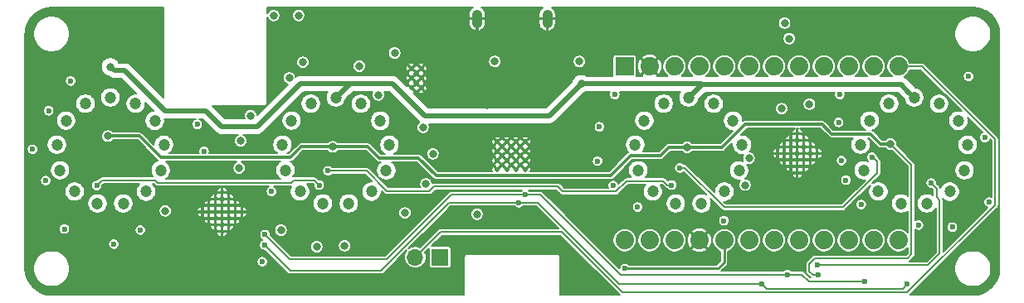
<source format=gbr>
G04 #@! TF.GenerationSoftware,KiCad,Pcbnew,(5.1.4)-1*
G04 #@! TF.CreationDate,2020-01-25T19:49:42-07:00*
G04 #@! TF.ProjectId,PCBV1,50434256-312e-46b6-9963-61645f706362,rev?*
G04 #@! TF.SameCoordinates,Original*
G04 #@! TF.FileFunction,Copper,L2,Inr*
G04 #@! TF.FilePolarity,Positive*
%FSLAX46Y46*%
G04 Gerber Fmt 4.6, Leading zero omitted, Abs format (unit mm)*
G04 Created by KiCad (PCBNEW (5.1.4)-1) date 2020-01-25 19:49:42*
%MOMM*%
%LPD*%
G04 APERTURE LIST*
%ADD10O,1.700000X1.700000*%
%ADD11R,1.700000X1.700000*%
%ADD12O,1.050000X1.900000*%
%ADD13C,1.879600*%
%ADD14R,1.879600X1.879600*%
%ADD15C,0.500000*%
%ADD16C,1.200000*%
%ADD17C,0.800000*%
%ADD18C,0.600000*%
%ADD19C,0.500000*%
%ADD20C,0.200000*%
%ADD21C,0.300000*%
%ADD22C,0.250000*%
%ADD23C,0.150000*%
G04 APERTURE END LIST*
D10*
X90110000Y-75825000D03*
D11*
X92650000Y-75825000D03*
D12*
X103575000Y-51450000D03*
X96425000Y-51450000D03*
D13*
X111470000Y-74100000D03*
X114010000Y-74100000D03*
X116550000Y-74100000D03*
X119090000Y-74100000D03*
X121630000Y-74100000D03*
X124170000Y-74100000D03*
X126710000Y-74100000D03*
X129250000Y-74100000D03*
X131790000Y-74100000D03*
X134330000Y-74100000D03*
X136870000Y-74100000D03*
X139410000Y-74100000D03*
D14*
X111470000Y-56320000D03*
D13*
X114010000Y-56320000D03*
X116550000Y-56320000D03*
X119090000Y-56320000D03*
X121630000Y-56320000D03*
X124170000Y-56320000D03*
X126710000Y-56320000D03*
X129250000Y-56320000D03*
X131790000Y-56320000D03*
X134330000Y-56320000D03*
X136870000Y-56320000D03*
X139410000Y-56320000D03*
D15*
X131105254Y-65200000D03*
X130433503Y-64528249D03*
X129761751Y-63856497D03*
X129090000Y-63184746D03*
X130433503Y-65871751D03*
X129761751Y-65200000D03*
X129090000Y-64528249D03*
X128418249Y-63856497D03*
X129761751Y-66543503D03*
X129090000Y-65871751D03*
X128418249Y-65200000D03*
X127746497Y-64528249D03*
X129090000Y-67215254D03*
X128418249Y-66543503D03*
X127746497Y-65871751D03*
X127074746Y-65200000D03*
D16*
X79451872Y-60125880D03*
X77478208Y-61868963D03*
X76540996Y-64329719D03*
X76855058Y-66944112D03*
X78348406Y-69112889D03*
X80678746Y-70338941D03*
X83311934Y-70341239D03*
X85644410Y-69119256D03*
X87141541Y-66953088D03*
X87460165Y-64339247D03*
X86527250Y-61876859D03*
X84556631Y-60130335D03*
X82000000Y-59500000D03*
X56451872Y-60125880D03*
X54478208Y-61868963D03*
X53540996Y-64329719D03*
X53855058Y-66944112D03*
X55348406Y-69112889D03*
X57678746Y-70338941D03*
X60311934Y-70341239D03*
X62644410Y-69119256D03*
X64141541Y-66953088D03*
X64460165Y-64339247D03*
X63527250Y-61876859D03*
X61556631Y-60130335D03*
X59000000Y-59500000D03*
X115451872Y-60125880D03*
X113478208Y-61868963D03*
X112540996Y-64329719D03*
X112855058Y-66944112D03*
X114348406Y-69112889D03*
X116678746Y-70338941D03*
X119311934Y-70341239D03*
X121644410Y-69119256D03*
X123141541Y-66953088D03*
X123460165Y-64339247D03*
X122527250Y-61876859D03*
X120556631Y-60130335D03*
X118000000Y-59500000D03*
X138451872Y-60125880D03*
X136478208Y-61868963D03*
X135540996Y-64329719D03*
X135855058Y-66944112D03*
X137348406Y-69112889D03*
X139678746Y-70338941D03*
X142311934Y-70341239D03*
X144644410Y-69119256D03*
X146141541Y-66953088D03*
X146460165Y-64339247D03*
X145527250Y-61876859D03*
X143556631Y-60130335D03*
X141000000Y-59500000D03*
D15*
X98475000Y-66887500D03*
X99425000Y-66887500D03*
X100375000Y-66887500D03*
X101325000Y-66887500D03*
X98475000Y-65937500D03*
X99425000Y-65937500D03*
X100375000Y-65937500D03*
X101325000Y-65937500D03*
X98475000Y-64987500D03*
X99425000Y-64987500D03*
X100375000Y-64987500D03*
X101325000Y-64987500D03*
X98475000Y-64037500D03*
X99425000Y-64037500D03*
X100375000Y-64037500D03*
X101325000Y-64037500D03*
X70400000Y-69184746D03*
X69728249Y-69856497D03*
X69056497Y-70528249D03*
X68384746Y-71200000D03*
X71071751Y-69856497D03*
X70400000Y-70528249D03*
X69728249Y-71200000D03*
X69056497Y-71871751D03*
X71743503Y-70528249D03*
X71071751Y-71200000D03*
X70400000Y-71871751D03*
X69728249Y-72543503D03*
X72415254Y-71200000D03*
X71743503Y-71871751D03*
X71071751Y-72543503D03*
X70400000Y-73215254D03*
X90725000Y-56525000D03*
X89725000Y-56525000D03*
X90725000Y-57525000D03*
X89725000Y-57525000D03*
X90725000Y-58525000D03*
X89725000Y-58525000D03*
D17*
X93250000Y-50950000D03*
X88700000Y-51800000D03*
X90500000Y-53000000D03*
X96500000Y-53750000D03*
X97450000Y-60250000D03*
X92400000Y-60000000D03*
X85050000Y-55100000D03*
X82700000Y-52050000D03*
X64100000Y-51350000D03*
D18*
X124600000Y-72300000D03*
X103350000Y-73975000D03*
X148825000Y-57125000D03*
X143500000Y-55900000D03*
X147275000Y-60775000D03*
X147350000Y-65725000D03*
X149325000Y-73225000D03*
X128975000Y-70100000D03*
X132575000Y-71825000D03*
D17*
X103300000Y-57175000D03*
X105550000Y-51600000D03*
X113325000Y-54625000D03*
X136525000Y-51225000D03*
X125975000Y-51300000D03*
X57375000Y-51300000D03*
X52025000Y-55850000D03*
X52375000Y-59050000D03*
X58025000Y-61475000D03*
X61025000Y-61625000D03*
X66075000Y-66825000D03*
X61275000Y-65100000D03*
X65250000Y-77075000D03*
X58225000Y-76850000D03*
X51000000Y-74300000D03*
X70375000Y-76300000D03*
X83300000Y-68700000D03*
X86200000Y-72650000D03*
X78850000Y-71325000D03*
X94600000Y-75375000D03*
X92325000Y-72600000D03*
X117800000Y-68750000D03*
X118125000Y-61325000D03*
X142650000Y-78725000D03*
X141625000Y-66950000D03*
D18*
X108400000Y-56850000D03*
D17*
X59000000Y-56350000D03*
X107050000Y-58100000D03*
D18*
X131100000Y-76650000D03*
X142750000Y-68250000D03*
X133400000Y-59200000D03*
X110450000Y-59200000D03*
D17*
X73300000Y-61350000D03*
D18*
X54950000Y-57800000D03*
X146550000Y-57350000D03*
D17*
X130325000Y-60175000D03*
X90900000Y-62550000D03*
D18*
X67850000Y-62250000D03*
X148200000Y-63600000D03*
D17*
X127498282Y-60644272D03*
X91900000Y-65250000D03*
D18*
X68550000Y-64999998D03*
X148650000Y-70200000D03*
D17*
X124150000Y-65700000D03*
X91200000Y-68350000D03*
X64600000Y-71100000D03*
D18*
X144900000Y-72750000D03*
D17*
X123750000Y-68450000D03*
X89050000Y-71300000D03*
D18*
X62050000Y-73050000D03*
X141450000Y-72550000D03*
X121600000Y-72100000D03*
D17*
X82900000Y-74650000D03*
D18*
X59350000Y-74500000D03*
X135600000Y-70450000D03*
X112800000Y-70700000D03*
D17*
X80050000Y-74750000D03*
D18*
X54300000Y-72950000D03*
X134050000Y-67950000D03*
X110300000Y-68500000D03*
D17*
X76400000Y-73050000D03*
D18*
X52400000Y-68000000D03*
X133600000Y-65950000D03*
X108700002Y-66000000D03*
D17*
X72139517Y-66700000D03*
D18*
X51050000Y-64800000D03*
X133300000Y-62050000D03*
X108900000Y-62500000D03*
D17*
X72300000Y-63950000D03*
D18*
X52700000Y-60850000D03*
X74725000Y-74575000D03*
X100650000Y-70250000D03*
X140300000Y-78575000D03*
X125475000Y-78575000D03*
X74775000Y-73525000D03*
X136000000Y-78300000D03*
X101325000Y-69425000D03*
X128075000Y-77600000D03*
D17*
X88000000Y-54950000D03*
X138600000Y-64250000D03*
X98225000Y-55825000D03*
X58750000Y-63450000D03*
X81700000Y-64550000D03*
X117825000Y-64600000D03*
D18*
X131175000Y-77675000D03*
D17*
X106850000Y-55825000D03*
X96400000Y-71425000D03*
D18*
X75425000Y-69125000D03*
X74500000Y-76300000D03*
D17*
X78200000Y-51100000D03*
X75650000Y-51100000D03*
D18*
X80300000Y-68450000D03*
X57600000Y-68500000D03*
D17*
X78650000Y-55900000D03*
X77250000Y-57500000D03*
X86350000Y-59225000D03*
X84400000Y-56300000D03*
X128270000Y-53470000D03*
X127790000Y-51880000D03*
D18*
X111500000Y-77000000D03*
X116250000Y-68450000D03*
X81200000Y-67000000D03*
X117100000Y-66700000D03*
X136700000Y-65600000D03*
D19*
X140400001Y-58900001D02*
X141000000Y-59500000D01*
X139649999Y-58149999D02*
X140400001Y-58900001D01*
X119350001Y-58149999D02*
X139649999Y-58149999D01*
X118000000Y-59500000D02*
X119350001Y-58149999D01*
X82599999Y-58900001D02*
X82000000Y-59500000D01*
X83425001Y-58074999D02*
X82599999Y-58900001D01*
X73952001Y-62500001D02*
X70375001Y-62500001D01*
X59000000Y-56350000D02*
X59399999Y-56749999D01*
X59399999Y-56749999D02*
X60466102Y-56749999D01*
X60466102Y-56749999D02*
X64591103Y-60875000D01*
X64591103Y-60875000D02*
X68750000Y-60875000D01*
X70375001Y-62500001D02*
X68750000Y-60875000D01*
X78377003Y-58074999D02*
X73952001Y-62500001D01*
X83425001Y-58074999D02*
X78377003Y-58074999D01*
X103749999Y-61400001D02*
X106650001Y-58499999D01*
X91119999Y-61400001D02*
X103749999Y-61400001D01*
X87794997Y-58074999D02*
X91119999Y-61400001D01*
X119350001Y-58149999D02*
X119300002Y-58100000D01*
X106650001Y-58499999D02*
X107050000Y-58100000D01*
X119300002Y-58100000D02*
X107615685Y-58100000D01*
X107615685Y-58100000D02*
X107050000Y-58100000D01*
X83425001Y-58074999D02*
X87794997Y-58074999D01*
D20*
X143300000Y-68800000D02*
X142750000Y-68250000D01*
X143300000Y-69700000D02*
X143300000Y-68800000D01*
X143600000Y-70000000D02*
X143300000Y-69700000D01*
X143600000Y-75475000D02*
X143600000Y-70000000D01*
X131100000Y-76650000D02*
X142425000Y-76650000D01*
X142425000Y-76650000D02*
X143600000Y-75475000D01*
X100650000Y-70250000D02*
X102600000Y-70250000D01*
X102600000Y-70250000D02*
X110925000Y-78575000D01*
X110925000Y-78575000D02*
X125475000Y-78575000D01*
X93575000Y-70250000D02*
X100650000Y-70250000D01*
X86625000Y-77200000D02*
X93575000Y-70250000D01*
X74725000Y-74575000D02*
X77350000Y-77200000D01*
X77350000Y-77200000D02*
X86625000Y-77200000D01*
X139825000Y-79050000D02*
X140300000Y-78575000D01*
X125475000Y-78575000D02*
X125950000Y-79050000D01*
X125950000Y-79050000D02*
X139825000Y-79050000D01*
X74775000Y-73525000D02*
X77300000Y-76050000D01*
X87209302Y-76050000D02*
X93834302Y-69425000D01*
X77300000Y-76050000D02*
X87209302Y-76050000D01*
X102850000Y-69425000D02*
X111025000Y-77600000D01*
X129550000Y-77600000D02*
X130250000Y-78300000D01*
X130250000Y-78300000D02*
X136000000Y-78300000D01*
X93834302Y-69425000D02*
X101325000Y-69425000D01*
X101325000Y-69425000D02*
X102850000Y-69425000D01*
X128075000Y-77600000D02*
X129550000Y-77600000D01*
X111025000Y-77600000D02*
X128075000Y-77600000D01*
D21*
X64142915Y-65649999D02*
X77400001Y-65649999D01*
X58750000Y-63450000D02*
X61942916Y-63450000D01*
X61942916Y-63450000D02*
X64142915Y-65649999D01*
X78500000Y-64550000D02*
X81700000Y-64550000D01*
X77400001Y-65649999D02*
X78500000Y-64550000D01*
X115984440Y-64600000D02*
X117825000Y-64600000D01*
X115154720Y-65429720D02*
X115984440Y-64600000D01*
X81700000Y-64550000D02*
X85275000Y-64550000D01*
X86400000Y-65675000D02*
X90425000Y-65675000D01*
X112095280Y-65429720D02*
X115154720Y-65429720D01*
X90425000Y-65675000D02*
X92237501Y-67487501D01*
X92237501Y-67487501D02*
X110037499Y-67487501D01*
X85275000Y-64550000D02*
X86400000Y-65675000D01*
X110037499Y-67487501D02*
X112095280Y-65429720D01*
X121432111Y-64600000D02*
X123807111Y-62225000D01*
X117825000Y-64600000D02*
X121432111Y-64600000D01*
X123807111Y-62225000D02*
X131600000Y-62225000D01*
X132604718Y-63229718D02*
X136545282Y-63229718D01*
X131600000Y-62225000D02*
X132604718Y-63229718D01*
X137565564Y-64250000D02*
X138600000Y-64250000D01*
X136545282Y-63229718D02*
X137565564Y-64250000D01*
D20*
X130300000Y-77275000D02*
X130700000Y-77675000D01*
X140728747Y-66378747D02*
X140728747Y-75553747D01*
X138600000Y-64250000D02*
X140728747Y-66378747D01*
X140728747Y-75553747D02*
X140332494Y-75950000D01*
X130700000Y-77675000D02*
X131175000Y-77675000D01*
X140332494Y-75950000D02*
X130911998Y-75950000D01*
X130911998Y-75950000D02*
X130300000Y-76561998D01*
X130300000Y-76561998D02*
X130300000Y-77275000D01*
X58125001Y-67974999D02*
X57600000Y-68500000D01*
X79824999Y-67974999D02*
X77675001Y-67974999D01*
X77675001Y-67974999D02*
X77425000Y-68225000D01*
X80300000Y-68450000D02*
X79824999Y-67974999D01*
X77425000Y-68225000D02*
X63822451Y-68225000D01*
X63822451Y-68225000D02*
X63572450Y-67974999D01*
X63572450Y-67974999D02*
X58125001Y-67974999D01*
D22*
X111500000Y-77000000D02*
X121000000Y-77000000D01*
X121630000Y-76370000D02*
X121630000Y-74100000D01*
X121000000Y-77000000D02*
X121630000Y-76370000D01*
D20*
X116250000Y-68450000D02*
X115825736Y-68450000D01*
X115825736Y-68450000D02*
X115413624Y-68037888D01*
X105175001Y-69125001D02*
X104650000Y-68600000D01*
X111687114Y-68037888D02*
X110600001Y-69125001D01*
X110600001Y-69125001D02*
X105175001Y-69125001D01*
X115413624Y-68037888D02*
X111687114Y-68037888D01*
X87191157Y-69075001D02*
X85116156Y-67000000D01*
X104650000Y-68600000D02*
X92023002Y-68600000D01*
X92023002Y-68600000D02*
X91548001Y-69075001D01*
X85116156Y-67000000D02*
X81200000Y-67000000D01*
X91548001Y-69075001D02*
X87191157Y-69075001D01*
X121625001Y-70725001D02*
X117600000Y-66700000D01*
X137250000Y-67250000D02*
X133774999Y-70725001D01*
X133774999Y-70725001D02*
X121625001Y-70725001D01*
X137250000Y-66050000D02*
X137250000Y-67250000D01*
X136700000Y-65600000D02*
X136800000Y-65600000D01*
X136800000Y-65600000D02*
X137250000Y-66050000D01*
X117600000Y-66700000D02*
X117100000Y-66700000D01*
X140739077Y-56320000D02*
X139410000Y-56320000D01*
X141808002Y-56320000D02*
X140739077Y-56320000D01*
X149275000Y-63786998D02*
X141808002Y-56320000D01*
X92685000Y-73250000D02*
X105034302Y-73250000D01*
X90110000Y-75825000D02*
X92685000Y-73250000D01*
X105034302Y-73250000D02*
X111234312Y-79450010D01*
X111234312Y-79450010D02*
X140312992Y-79450010D01*
X140312992Y-79450010D02*
X149275000Y-70488002D01*
X149275000Y-70488002D02*
X149275000Y-63786998D01*
D23*
G36*
X64400000Y-59517171D02*
G01*
X61078123Y-56195295D01*
X61052287Y-56163814D01*
X60926665Y-56060718D01*
X60783343Y-55984111D01*
X60627830Y-55936937D01*
X60506623Y-55924999D01*
X60506615Y-55924999D01*
X60466102Y-55921009D01*
X60425589Y-55924999D01*
X59879292Y-55924999D01*
X59864034Y-55888164D01*
X59757332Y-55728473D01*
X59621527Y-55592668D01*
X59461836Y-55485966D01*
X59284397Y-55412468D01*
X59096029Y-55375000D01*
X58903971Y-55375000D01*
X58715603Y-55412468D01*
X58538164Y-55485966D01*
X58378473Y-55592668D01*
X58242668Y-55728473D01*
X58135966Y-55888164D01*
X58062468Y-56065603D01*
X58025000Y-56253971D01*
X58025000Y-56446029D01*
X58062468Y-56634397D01*
X58135966Y-56811836D01*
X58242668Y-56971527D01*
X58378473Y-57107332D01*
X58538164Y-57214034D01*
X58715603Y-57287532D01*
X58784514Y-57301239D01*
X58787978Y-57304703D01*
X58813814Y-57336184D01*
X58939436Y-57439280D01*
X59082758Y-57515887D01*
X59155603Y-57537984D01*
X59238270Y-57563061D01*
X59245916Y-57563814D01*
X59359478Y-57574999D01*
X59359485Y-57574999D01*
X59399998Y-57578989D01*
X59440511Y-57574999D01*
X60124377Y-57574999D01*
X61654713Y-59105335D01*
X61455677Y-59105335D01*
X61257649Y-59144725D01*
X61071111Y-59221991D01*
X60903231Y-59334165D01*
X60760461Y-59476935D01*
X60648287Y-59644815D01*
X60571021Y-59831353D01*
X60531631Y-60029381D01*
X60531631Y-60231289D01*
X60571021Y-60429317D01*
X60648287Y-60615855D01*
X60760461Y-60783735D01*
X60903231Y-60926505D01*
X61071111Y-61038679D01*
X61257649Y-61115945D01*
X61455677Y-61155335D01*
X61657585Y-61155335D01*
X61855613Y-61115945D01*
X62042151Y-61038679D01*
X62210031Y-60926505D01*
X62352801Y-60783735D01*
X62464975Y-60615855D01*
X62542241Y-60429317D01*
X62581631Y-60231289D01*
X62581631Y-60032254D01*
X63405394Y-60856017D01*
X63228268Y-60891249D01*
X63041730Y-60968515D01*
X62873850Y-61080689D01*
X62731080Y-61223459D01*
X62618906Y-61391339D01*
X62541640Y-61577877D01*
X62502250Y-61775905D01*
X62502250Y-61977813D01*
X62541640Y-62175841D01*
X62618906Y-62362379D01*
X62731080Y-62530259D01*
X62873850Y-62673029D01*
X63041730Y-62785203D01*
X63228268Y-62862469D01*
X63426296Y-62901859D01*
X63628204Y-62901859D01*
X63826232Y-62862469D01*
X64012770Y-62785203D01*
X64180650Y-62673029D01*
X64323420Y-62530259D01*
X64435594Y-62362379D01*
X64512860Y-62175841D01*
X64552250Y-61977813D01*
X64552250Y-61775905D01*
X64536883Y-61698651D01*
X64550582Y-61700000D01*
X64550589Y-61700000D01*
X64591102Y-61703990D01*
X64631615Y-61700000D01*
X67675271Y-61700000D01*
X67577635Y-61740442D01*
X67483459Y-61803368D01*
X67403368Y-61883459D01*
X67340442Y-61977635D01*
X67297097Y-62082279D01*
X67275000Y-62193367D01*
X67275000Y-62306633D01*
X67297097Y-62417721D01*
X67340442Y-62522365D01*
X67403368Y-62616541D01*
X67483459Y-62696632D01*
X67577635Y-62759558D01*
X67682279Y-62802903D01*
X67793367Y-62825000D01*
X67906633Y-62825000D01*
X68017721Y-62802903D01*
X68122365Y-62759558D01*
X68216541Y-62696632D01*
X68296632Y-62616541D01*
X68359558Y-62522365D01*
X68402903Y-62417721D01*
X68425000Y-62306633D01*
X68425000Y-62193367D01*
X68402903Y-62082279D01*
X68359558Y-61977635D01*
X68296632Y-61883459D01*
X68216541Y-61803368D01*
X68122365Y-61740442D01*
X68024729Y-61700000D01*
X68408275Y-61700000D01*
X69762985Y-63054711D01*
X69788816Y-63086186D01*
X69914438Y-63189282D01*
X70057760Y-63265889D01*
X70125947Y-63286573D01*
X70213272Y-63313063D01*
X70225294Y-63314247D01*
X70334480Y-63325001D01*
X70334487Y-63325001D01*
X70375000Y-63328991D01*
X70415513Y-63325001D01*
X72045022Y-63325001D01*
X71980268Y-63351823D01*
X71869713Y-63425693D01*
X71775693Y-63519713D01*
X71701823Y-63630268D01*
X71650940Y-63753110D01*
X71625000Y-63883518D01*
X71625000Y-64016482D01*
X71650940Y-64146890D01*
X71701823Y-64269732D01*
X71775693Y-64380287D01*
X71869713Y-64474307D01*
X71980268Y-64548177D01*
X72103110Y-64599060D01*
X72233518Y-64625000D01*
X72366482Y-64625000D01*
X72496890Y-64599060D01*
X72619732Y-64548177D01*
X72730287Y-64474307D01*
X72824307Y-64380287D01*
X72898177Y-64269732D01*
X72949060Y-64146890D01*
X72975000Y-64016482D01*
X72975000Y-63883518D01*
X72949060Y-63753110D01*
X72898177Y-63630268D01*
X72824307Y-63519713D01*
X72730287Y-63425693D01*
X72619732Y-63351823D01*
X72554978Y-63325001D01*
X73911488Y-63325001D01*
X73952001Y-63328991D01*
X73992514Y-63325001D01*
X73992522Y-63325001D01*
X74113729Y-63313063D01*
X74269242Y-63265889D01*
X74412564Y-63189282D01*
X74538186Y-63086186D01*
X74564022Y-63054705D01*
X75850718Y-61768009D01*
X76453208Y-61768009D01*
X76453208Y-61969917D01*
X76492598Y-62167945D01*
X76569864Y-62354483D01*
X76682038Y-62522363D01*
X76824808Y-62665133D01*
X76992688Y-62777307D01*
X77179226Y-62854573D01*
X77377254Y-62893963D01*
X77579162Y-62893963D01*
X77777190Y-62854573D01*
X77963728Y-62777307D01*
X78131608Y-62665133D01*
X78274378Y-62522363D01*
X78386552Y-62354483D01*
X78463818Y-62167945D01*
X78503208Y-61969917D01*
X78503208Y-61775905D01*
X85502250Y-61775905D01*
X85502250Y-61977813D01*
X85541640Y-62175841D01*
X85618906Y-62362379D01*
X85731080Y-62530259D01*
X85873850Y-62673029D01*
X86041730Y-62785203D01*
X86228268Y-62862469D01*
X86426296Y-62901859D01*
X86628204Y-62901859D01*
X86826232Y-62862469D01*
X87012770Y-62785203D01*
X87180650Y-62673029D01*
X87323420Y-62530259D01*
X87435594Y-62362379D01*
X87512860Y-62175841D01*
X87552250Y-61977813D01*
X87552250Y-61775905D01*
X87512860Y-61577877D01*
X87435594Y-61391339D01*
X87323420Y-61223459D01*
X87180650Y-61080689D01*
X87012770Y-60968515D01*
X86826232Y-60891249D01*
X86628204Y-60851859D01*
X86426296Y-60851859D01*
X86228268Y-60891249D01*
X86041730Y-60968515D01*
X85873850Y-61080689D01*
X85731080Y-61223459D01*
X85618906Y-61391339D01*
X85541640Y-61577877D01*
X85502250Y-61775905D01*
X78503208Y-61775905D01*
X78503208Y-61768009D01*
X78463818Y-61569981D01*
X78386552Y-61383443D01*
X78274378Y-61215563D01*
X78131608Y-61072793D01*
X77963728Y-60960619D01*
X77777190Y-60883353D01*
X77579162Y-60843963D01*
X77377254Y-60843963D01*
X77179226Y-60883353D01*
X76992688Y-60960619D01*
X76824808Y-61072793D01*
X76682038Y-61215563D01*
X76569864Y-61383443D01*
X76492598Y-61569981D01*
X76453208Y-61768009D01*
X75850718Y-61768009D01*
X77593801Y-60024926D01*
X78426872Y-60024926D01*
X78426872Y-60226834D01*
X78466262Y-60424862D01*
X78543528Y-60611400D01*
X78655702Y-60779280D01*
X78798472Y-60922050D01*
X78966352Y-61034224D01*
X79152890Y-61111490D01*
X79350918Y-61150880D01*
X79552826Y-61150880D01*
X79750854Y-61111490D01*
X79937392Y-61034224D01*
X80105272Y-60922050D01*
X80248042Y-60779280D01*
X80360216Y-60611400D01*
X80437482Y-60424862D01*
X80476872Y-60226834D01*
X80476872Y-60024926D01*
X80437482Y-59826898D01*
X80360216Y-59640360D01*
X80248042Y-59472480D01*
X80105272Y-59329710D01*
X79937392Y-59217536D01*
X79750854Y-59140270D01*
X79552826Y-59100880D01*
X79350918Y-59100880D01*
X79152890Y-59140270D01*
X78966352Y-59217536D01*
X78798472Y-59329710D01*
X78655702Y-59472480D01*
X78543528Y-59640360D01*
X78466262Y-59826898D01*
X78426872Y-60024926D01*
X77593801Y-60024926D01*
X78718729Y-58899999D01*
X81168150Y-58899999D01*
X81091656Y-59014480D01*
X81014390Y-59201018D01*
X80975000Y-59399046D01*
X80975000Y-59600954D01*
X81014390Y-59798982D01*
X81091656Y-59985520D01*
X81203830Y-60153400D01*
X81346600Y-60296170D01*
X81514480Y-60408344D01*
X81701018Y-60485610D01*
X81899046Y-60525000D01*
X82100954Y-60525000D01*
X82298982Y-60485610D01*
X82485520Y-60408344D01*
X82653400Y-60296170D01*
X82796170Y-60153400D01*
X82879036Y-60029381D01*
X83531631Y-60029381D01*
X83531631Y-60231289D01*
X83571021Y-60429317D01*
X83648287Y-60615855D01*
X83760461Y-60783735D01*
X83903231Y-60926505D01*
X84071111Y-61038679D01*
X84257649Y-61115945D01*
X84455677Y-61155335D01*
X84657585Y-61155335D01*
X84855613Y-61115945D01*
X85042151Y-61038679D01*
X85210031Y-60926505D01*
X85352801Y-60783735D01*
X85464975Y-60615855D01*
X85542241Y-60429317D01*
X85581631Y-60231289D01*
X85581631Y-60029381D01*
X85542241Y-59831353D01*
X85464975Y-59644815D01*
X85352801Y-59476935D01*
X85210031Y-59334165D01*
X85042151Y-59221991D01*
X84855613Y-59144725D01*
X84657585Y-59105335D01*
X84455677Y-59105335D01*
X84257649Y-59144725D01*
X84071111Y-59221991D01*
X83903231Y-59334165D01*
X83760461Y-59476935D01*
X83648287Y-59644815D01*
X83571021Y-59831353D01*
X83531631Y-60029381D01*
X82879036Y-60029381D01*
X82908344Y-59985520D01*
X82985610Y-59798982D01*
X83014876Y-59651849D01*
X83212014Y-59454712D01*
X83212018Y-59454707D01*
X83766727Y-58899999D01*
X85755344Y-58899999D01*
X85751823Y-58905268D01*
X85700940Y-59028110D01*
X85675000Y-59158518D01*
X85675000Y-59291482D01*
X85700940Y-59421890D01*
X85751823Y-59544732D01*
X85825693Y-59655287D01*
X85919713Y-59749307D01*
X86030268Y-59823177D01*
X86153110Y-59874060D01*
X86283518Y-59900000D01*
X86416482Y-59900000D01*
X86546890Y-59874060D01*
X86669732Y-59823177D01*
X86780287Y-59749307D01*
X86874307Y-59655287D01*
X86948177Y-59544732D01*
X86999060Y-59421890D01*
X87025000Y-59291482D01*
X87025000Y-59158518D01*
X86999060Y-59028110D01*
X86948177Y-58905268D01*
X86944656Y-58899999D01*
X87453272Y-58899999D01*
X90507983Y-61954711D01*
X90532052Y-61984039D01*
X90469713Y-62025693D01*
X90375693Y-62119713D01*
X90301823Y-62230268D01*
X90250940Y-62353110D01*
X90225000Y-62483518D01*
X90225000Y-62616482D01*
X90250940Y-62746890D01*
X90301823Y-62869732D01*
X90375693Y-62980287D01*
X90469713Y-63074307D01*
X90580268Y-63148177D01*
X90703110Y-63199060D01*
X90833518Y-63225000D01*
X90966482Y-63225000D01*
X91096890Y-63199060D01*
X91219732Y-63148177D01*
X91330287Y-63074307D01*
X91424307Y-62980287D01*
X91498177Y-62869732D01*
X91549060Y-62746890D01*
X91575000Y-62616482D01*
X91575000Y-62483518D01*
X91567014Y-62443367D01*
X108325000Y-62443367D01*
X108325000Y-62556633D01*
X108347097Y-62667721D01*
X108390442Y-62772365D01*
X108453368Y-62866541D01*
X108533459Y-62946632D01*
X108627635Y-63009558D01*
X108732279Y-63052903D01*
X108843367Y-63075000D01*
X108956633Y-63075000D01*
X109067721Y-63052903D01*
X109172365Y-63009558D01*
X109266541Y-62946632D01*
X109346632Y-62866541D01*
X109409558Y-62772365D01*
X109452903Y-62667721D01*
X109475000Y-62556633D01*
X109475000Y-62443367D01*
X109452903Y-62332279D01*
X109409558Y-62227635D01*
X109346632Y-62133459D01*
X109266541Y-62053368D01*
X109172365Y-61990442D01*
X109067721Y-61947097D01*
X108956633Y-61925000D01*
X108843367Y-61925000D01*
X108732279Y-61947097D01*
X108627635Y-61990442D01*
X108533459Y-62053368D01*
X108453368Y-62133459D01*
X108390442Y-62227635D01*
X108347097Y-62332279D01*
X108325000Y-62443367D01*
X91567014Y-62443367D01*
X91549060Y-62353110D01*
X91498177Y-62230268D01*
X91494658Y-62225001D01*
X103709486Y-62225001D01*
X103749999Y-62228991D01*
X103790512Y-62225001D01*
X103790520Y-62225001D01*
X103911727Y-62213063D01*
X104067240Y-62165889D01*
X104210562Y-62089282D01*
X104336184Y-61986186D01*
X104362020Y-61954705D01*
X104548716Y-61768009D01*
X112453208Y-61768009D01*
X112453208Y-61969917D01*
X112492598Y-62167945D01*
X112569864Y-62354483D01*
X112682038Y-62522363D01*
X112824808Y-62665133D01*
X112992688Y-62777307D01*
X113179226Y-62854573D01*
X113377254Y-62893963D01*
X113579162Y-62893963D01*
X113777190Y-62854573D01*
X113963728Y-62777307D01*
X114131608Y-62665133D01*
X114274378Y-62522363D01*
X114386552Y-62354483D01*
X114463818Y-62167945D01*
X114503208Y-61969917D01*
X114503208Y-61768009D01*
X114463818Y-61569981D01*
X114386552Y-61383443D01*
X114274378Y-61215563D01*
X114131608Y-61072793D01*
X113963728Y-60960619D01*
X113777190Y-60883353D01*
X113579162Y-60843963D01*
X113377254Y-60843963D01*
X113179226Y-60883353D01*
X112992688Y-60960619D01*
X112824808Y-61072793D01*
X112682038Y-61215563D01*
X112569864Y-61383443D01*
X112492598Y-61569981D01*
X112453208Y-61768009D01*
X104548716Y-61768009D01*
X106291799Y-60024926D01*
X114426872Y-60024926D01*
X114426872Y-60226834D01*
X114466262Y-60424862D01*
X114543528Y-60611400D01*
X114655702Y-60779280D01*
X114798472Y-60922050D01*
X114966352Y-61034224D01*
X115152890Y-61111490D01*
X115350918Y-61150880D01*
X115552826Y-61150880D01*
X115750854Y-61111490D01*
X115937392Y-61034224D01*
X116105272Y-60922050D01*
X116248042Y-60779280D01*
X116360216Y-60611400D01*
X116437482Y-60424862D01*
X116476872Y-60226834D01*
X116476872Y-60024926D01*
X116437482Y-59826898D01*
X116360216Y-59640360D01*
X116248042Y-59472480D01*
X116105272Y-59329710D01*
X115937392Y-59217536D01*
X115750854Y-59140270D01*
X115552826Y-59100880D01*
X115350918Y-59100880D01*
X115152890Y-59140270D01*
X114966352Y-59217536D01*
X114798472Y-59329710D01*
X114655702Y-59472480D01*
X114543528Y-59640360D01*
X114466262Y-59826898D01*
X114426872Y-60024926D01*
X106291799Y-60024926D01*
X107262016Y-59054710D01*
X107262021Y-59054704D01*
X107265486Y-59051239D01*
X107334397Y-59037532D01*
X107511836Y-58964034D01*
X107570255Y-58925000D01*
X109942203Y-58925000D01*
X109940442Y-58927635D01*
X109897097Y-59032279D01*
X109875000Y-59143367D01*
X109875000Y-59256633D01*
X109897097Y-59367721D01*
X109940442Y-59472365D01*
X110003368Y-59566541D01*
X110083459Y-59646632D01*
X110177635Y-59709558D01*
X110282279Y-59752903D01*
X110393367Y-59775000D01*
X110506633Y-59775000D01*
X110617721Y-59752903D01*
X110722365Y-59709558D01*
X110816541Y-59646632D01*
X110896632Y-59566541D01*
X110959558Y-59472365D01*
X111002903Y-59367721D01*
X111025000Y-59256633D01*
X111025000Y-59143367D01*
X111002903Y-59032279D01*
X110959558Y-58927635D01*
X110957797Y-58925000D01*
X117151445Y-58925000D01*
X117091656Y-59014480D01*
X117014390Y-59201018D01*
X116975000Y-59399046D01*
X116975000Y-59600954D01*
X117014390Y-59798982D01*
X117091656Y-59985520D01*
X117203830Y-60153400D01*
X117346600Y-60296170D01*
X117514480Y-60408344D01*
X117701018Y-60485610D01*
X117899046Y-60525000D01*
X118100954Y-60525000D01*
X118298982Y-60485610D01*
X118485520Y-60408344D01*
X118653400Y-60296170D01*
X118796170Y-60153400D01*
X118879036Y-60029381D01*
X119531631Y-60029381D01*
X119531631Y-60231289D01*
X119571021Y-60429317D01*
X119648287Y-60615855D01*
X119760461Y-60783735D01*
X119903231Y-60926505D01*
X120071111Y-61038679D01*
X120257649Y-61115945D01*
X120455677Y-61155335D01*
X120657585Y-61155335D01*
X120855613Y-61115945D01*
X121042151Y-61038679D01*
X121210031Y-60926505D01*
X121352801Y-60783735D01*
X121464975Y-60615855D01*
X121480741Y-60577790D01*
X126823282Y-60577790D01*
X126823282Y-60710754D01*
X126849222Y-60841162D01*
X126900105Y-60964004D01*
X126973975Y-61074559D01*
X127067995Y-61168579D01*
X127178550Y-61242449D01*
X127301392Y-61293332D01*
X127431800Y-61319272D01*
X127564764Y-61319272D01*
X127695172Y-61293332D01*
X127818014Y-61242449D01*
X127928569Y-61168579D01*
X128022589Y-61074559D01*
X128096459Y-60964004D01*
X128147342Y-60841162D01*
X128173282Y-60710754D01*
X128173282Y-60577790D01*
X128147342Y-60447382D01*
X128096459Y-60324540D01*
X128022589Y-60213985D01*
X127928569Y-60119965D01*
X127911438Y-60108518D01*
X129650000Y-60108518D01*
X129650000Y-60241482D01*
X129675940Y-60371890D01*
X129726823Y-60494732D01*
X129800693Y-60605287D01*
X129894713Y-60699307D01*
X130005268Y-60773177D01*
X130128110Y-60824060D01*
X130258518Y-60850000D01*
X130391482Y-60850000D01*
X130521890Y-60824060D01*
X130644732Y-60773177D01*
X130755287Y-60699307D01*
X130849307Y-60605287D01*
X130923177Y-60494732D01*
X130974060Y-60371890D01*
X131000000Y-60241482D01*
X131000000Y-60108518D01*
X130983373Y-60024926D01*
X137426872Y-60024926D01*
X137426872Y-60226834D01*
X137466262Y-60424862D01*
X137543528Y-60611400D01*
X137655702Y-60779280D01*
X137798472Y-60922050D01*
X137966352Y-61034224D01*
X138152890Y-61111490D01*
X138350918Y-61150880D01*
X138552826Y-61150880D01*
X138750854Y-61111490D01*
X138937392Y-61034224D01*
X139105272Y-60922050D01*
X139248042Y-60779280D01*
X139360216Y-60611400D01*
X139437482Y-60424862D01*
X139476872Y-60226834D01*
X139476872Y-60024926D01*
X139437482Y-59826898D01*
X139360216Y-59640360D01*
X139248042Y-59472480D01*
X139105272Y-59329710D01*
X138937392Y-59217536D01*
X138750854Y-59140270D01*
X138552826Y-59100880D01*
X138350918Y-59100880D01*
X138152890Y-59140270D01*
X137966352Y-59217536D01*
X137798472Y-59329710D01*
X137655702Y-59472480D01*
X137543528Y-59640360D01*
X137466262Y-59826898D01*
X137426872Y-60024926D01*
X130983373Y-60024926D01*
X130974060Y-59978110D01*
X130923177Y-59855268D01*
X130849307Y-59744713D01*
X130755287Y-59650693D01*
X130644732Y-59576823D01*
X130521890Y-59525940D01*
X130391482Y-59500000D01*
X130258518Y-59500000D01*
X130128110Y-59525940D01*
X130005268Y-59576823D01*
X129894713Y-59650693D01*
X129800693Y-59744713D01*
X129726823Y-59855268D01*
X129675940Y-59978110D01*
X129650000Y-60108518D01*
X127911438Y-60108518D01*
X127818014Y-60046095D01*
X127695172Y-59995212D01*
X127564764Y-59969272D01*
X127431800Y-59969272D01*
X127301392Y-59995212D01*
X127178550Y-60046095D01*
X127067995Y-60119965D01*
X126973975Y-60213985D01*
X126900105Y-60324540D01*
X126849222Y-60447382D01*
X126823282Y-60577790D01*
X121480741Y-60577790D01*
X121542241Y-60429317D01*
X121581631Y-60231289D01*
X121581631Y-60029381D01*
X121542241Y-59831353D01*
X121464975Y-59644815D01*
X121352801Y-59476935D01*
X121210031Y-59334165D01*
X121042151Y-59221991D01*
X120855613Y-59144725D01*
X120657585Y-59105335D01*
X120455677Y-59105335D01*
X120257649Y-59144725D01*
X120071111Y-59221991D01*
X119903231Y-59334165D01*
X119760461Y-59476935D01*
X119648287Y-59644815D01*
X119571021Y-59831353D01*
X119531631Y-60029381D01*
X118879036Y-60029381D01*
X118908344Y-59985520D01*
X118985610Y-59798982D01*
X119014876Y-59651849D01*
X119691727Y-58974999D01*
X132870823Y-58974999D01*
X132847097Y-59032279D01*
X132825000Y-59143367D01*
X132825000Y-59256633D01*
X132847097Y-59367721D01*
X132890442Y-59472365D01*
X132953368Y-59566541D01*
X133033459Y-59646632D01*
X133127635Y-59709558D01*
X133232279Y-59752903D01*
X133343367Y-59775000D01*
X133456633Y-59775000D01*
X133567721Y-59752903D01*
X133672365Y-59709558D01*
X133766541Y-59646632D01*
X133846632Y-59566541D01*
X133909558Y-59472365D01*
X133952903Y-59367721D01*
X133975000Y-59256633D01*
X133975000Y-59143367D01*
X133952903Y-59032279D01*
X133929177Y-58974999D01*
X139308274Y-58974999D01*
X139845290Y-59512016D01*
X139845295Y-59512020D01*
X139985124Y-59651849D01*
X140014390Y-59798982D01*
X140091656Y-59985520D01*
X140203830Y-60153400D01*
X140346600Y-60296170D01*
X140514480Y-60408344D01*
X140701018Y-60485610D01*
X140899046Y-60525000D01*
X141100954Y-60525000D01*
X141298982Y-60485610D01*
X141485520Y-60408344D01*
X141653400Y-60296170D01*
X141796170Y-60153400D01*
X141879036Y-60029381D01*
X142531631Y-60029381D01*
X142531631Y-60231289D01*
X142571021Y-60429317D01*
X142648287Y-60615855D01*
X142760461Y-60783735D01*
X142903231Y-60926505D01*
X143071111Y-61038679D01*
X143257649Y-61115945D01*
X143455677Y-61155335D01*
X143657585Y-61155335D01*
X143855613Y-61115945D01*
X144042151Y-61038679D01*
X144210031Y-60926505D01*
X144352801Y-60783735D01*
X144464975Y-60615855D01*
X144542241Y-60429317D01*
X144581631Y-60231289D01*
X144581631Y-60029381D01*
X144542241Y-59831353D01*
X144464975Y-59644815D01*
X144352801Y-59476935D01*
X144210031Y-59334165D01*
X144042151Y-59221991D01*
X143855613Y-59144725D01*
X143657585Y-59105335D01*
X143455677Y-59105335D01*
X143257649Y-59144725D01*
X143071111Y-59221991D01*
X142903231Y-59334165D01*
X142760461Y-59476935D01*
X142648287Y-59644815D01*
X142571021Y-59831353D01*
X142531631Y-60029381D01*
X141879036Y-60029381D01*
X141908344Y-59985520D01*
X141985610Y-59798982D01*
X142025000Y-59600954D01*
X142025000Y-59399046D01*
X141985610Y-59201018D01*
X141908344Y-59014480D01*
X141796170Y-58846600D01*
X141653400Y-58703830D01*
X141485520Y-58591656D01*
X141298982Y-58514390D01*
X141151849Y-58485124D01*
X141012020Y-58345295D01*
X141012016Y-58345290D01*
X140262019Y-57595294D01*
X140236184Y-57563814D01*
X140110562Y-57460718D01*
X139987679Y-57395036D01*
X140184390Y-57263597D01*
X140353597Y-57094390D01*
X140486542Y-56895424D01*
X140569560Y-56695000D01*
X141652673Y-56695000D01*
X145864965Y-60907293D01*
X145826232Y-60891249D01*
X145628204Y-60851859D01*
X145426296Y-60851859D01*
X145228268Y-60891249D01*
X145041730Y-60968515D01*
X144873850Y-61080689D01*
X144731080Y-61223459D01*
X144618906Y-61391339D01*
X144541640Y-61577877D01*
X144502250Y-61775905D01*
X144502250Y-61977813D01*
X144541640Y-62175841D01*
X144618906Y-62362379D01*
X144731080Y-62530259D01*
X144873850Y-62673029D01*
X145041730Y-62785203D01*
X145228268Y-62862469D01*
X145426296Y-62901859D01*
X145628204Y-62901859D01*
X145826232Y-62862469D01*
X146012770Y-62785203D01*
X146180650Y-62673029D01*
X146323420Y-62530259D01*
X146435594Y-62362379D01*
X146512860Y-62175841D01*
X146552250Y-61977813D01*
X146552250Y-61775905D01*
X146512860Y-61577877D01*
X146496816Y-61539144D01*
X148012827Y-63055154D01*
X147927635Y-63090442D01*
X147833459Y-63153368D01*
X147753368Y-63233459D01*
X147690442Y-63327635D01*
X147647097Y-63432279D01*
X147625000Y-63543367D01*
X147625000Y-63656633D01*
X147647097Y-63767721D01*
X147690442Y-63872365D01*
X147753368Y-63966541D01*
X147833459Y-64046632D01*
X147927635Y-64109558D01*
X148032279Y-64152903D01*
X148143367Y-64175000D01*
X148256633Y-64175000D01*
X148367721Y-64152903D01*
X148472365Y-64109558D01*
X148566541Y-64046632D01*
X148646632Y-63966541D01*
X148709558Y-63872365D01*
X148744846Y-63787173D01*
X148900001Y-63942329D01*
X148900000Y-69681178D01*
X148817721Y-69647097D01*
X148706633Y-69625000D01*
X148593367Y-69625000D01*
X148482279Y-69647097D01*
X148377635Y-69690442D01*
X148283459Y-69753368D01*
X148203368Y-69833459D01*
X148140442Y-69927635D01*
X148097097Y-70032279D01*
X148075000Y-70143367D01*
X148075000Y-70256633D01*
X148097097Y-70367721D01*
X148140442Y-70472365D01*
X148203368Y-70566541D01*
X148283459Y-70646632D01*
X148377635Y-70709558D01*
X148480504Y-70752168D01*
X143975000Y-75257672D01*
X143975000Y-72693367D01*
X144325000Y-72693367D01*
X144325000Y-72806633D01*
X144347097Y-72917721D01*
X144390442Y-73022365D01*
X144453368Y-73116541D01*
X144533459Y-73196632D01*
X144627635Y-73259558D01*
X144732279Y-73302903D01*
X144843367Y-73325000D01*
X144956633Y-73325000D01*
X145067721Y-73302903D01*
X145172365Y-73259558D01*
X145266541Y-73196632D01*
X145346632Y-73116541D01*
X145409558Y-73022365D01*
X145452903Y-72917721D01*
X145475000Y-72806633D01*
X145475000Y-72693367D01*
X145452903Y-72582279D01*
X145409558Y-72477635D01*
X145346632Y-72383459D01*
X145266541Y-72303368D01*
X145172365Y-72240442D01*
X145067721Y-72197097D01*
X144956633Y-72175000D01*
X144843367Y-72175000D01*
X144732279Y-72197097D01*
X144627635Y-72240442D01*
X144533459Y-72303368D01*
X144453368Y-72383459D01*
X144390442Y-72477635D01*
X144347097Y-72582279D01*
X144325000Y-72693367D01*
X143975000Y-72693367D01*
X143975000Y-70018415D01*
X143976814Y-69999999D01*
X143974611Y-69977635D01*
X143969574Y-69926487D01*
X143955423Y-69879839D01*
X143991010Y-69915426D01*
X144158890Y-70027600D01*
X144345428Y-70104866D01*
X144543456Y-70144256D01*
X144745364Y-70144256D01*
X144943392Y-70104866D01*
X145129930Y-70027600D01*
X145297810Y-69915426D01*
X145440580Y-69772656D01*
X145552754Y-69604776D01*
X145630020Y-69418238D01*
X145669410Y-69220210D01*
X145669410Y-69018302D01*
X145630020Y-68820274D01*
X145552754Y-68633736D01*
X145440580Y-68465856D01*
X145297810Y-68323086D01*
X145129930Y-68210912D01*
X144943392Y-68133646D01*
X144745364Y-68094256D01*
X144543456Y-68094256D01*
X144345428Y-68133646D01*
X144158890Y-68210912D01*
X143991010Y-68323086D01*
X143848240Y-68465856D01*
X143736066Y-68633736D01*
X143674967Y-68781244D01*
X143669574Y-68726487D01*
X143648131Y-68655800D01*
X143648130Y-68655798D01*
X143613309Y-68590652D01*
X143585390Y-68556633D01*
X143566448Y-68533552D01*
X143552139Y-68521809D01*
X143325000Y-68294670D01*
X143325000Y-68193367D01*
X143302903Y-68082279D01*
X143259558Y-67977635D01*
X143196632Y-67883459D01*
X143116541Y-67803368D01*
X143022365Y-67740442D01*
X142917721Y-67697097D01*
X142806633Y-67675000D01*
X142693367Y-67675000D01*
X142582279Y-67697097D01*
X142477635Y-67740442D01*
X142383459Y-67803368D01*
X142303368Y-67883459D01*
X142240442Y-67977635D01*
X142197097Y-68082279D01*
X142175000Y-68193367D01*
X142175000Y-68306633D01*
X142197097Y-68417721D01*
X142240442Y-68522365D01*
X142303368Y-68616541D01*
X142383459Y-68696632D01*
X142477635Y-68759558D01*
X142582279Y-68802903D01*
X142693367Y-68825000D01*
X142794670Y-68825000D01*
X142925001Y-68955331D01*
X142925000Y-69518119D01*
X142797454Y-69432895D01*
X142610916Y-69355629D01*
X142412888Y-69316239D01*
X142210980Y-69316239D01*
X142012952Y-69355629D01*
X141826414Y-69432895D01*
X141658534Y-69545069D01*
X141515764Y-69687839D01*
X141403590Y-69855719D01*
X141326324Y-70042257D01*
X141286934Y-70240285D01*
X141286934Y-70442193D01*
X141326324Y-70640221D01*
X141403590Y-70826759D01*
X141515764Y-70994639D01*
X141658534Y-71137409D01*
X141826414Y-71249583D01*
X142012952Y-71326849D01*
X142210980Y-71366239D01*
X142412888Y-71366239D01*
X142610916Y-71326849D01*
X142797454Y-71249583D01*
X142965334Y-71137409D01*
X143108104Y-70994639D01*
X143220278Y-70826759D01*
X143225001Y-70815357D01*
X143225000Y-75319670D01*
X142269671Y-76275000D01*
X140519969Y-76275000D01*
X140541841Y-76263309D01*
X140598942Y-76216448D01*
X140610689Y-76202134D01*
X140980886Y-75831938D01*
X140995195Y-75820195D01*
X141021363Y-75788309D01*
X141042056Y-75763095D01*
X141076877Y-75697949D01*
X141080914Y-75684641D01*
X141098321Y-75627260D01*
X141103747Y-75572166D01*
X141103747Y-75572164D01*
X141105561Y-75553748D01*
X141103747Y-75535332D01*
X141103747Y-73010188D01*
X141177635Y-73059558D01*
X141282279Y-73102903D01*
X141393367Y-73125000D01*
X141506633Y-73125000D01*
X141617721Y-73102903D01*
X141722365Y-73059558D01*
X141816541Y-72996632D01*
X141896632Y-72916541D01*
X141959558Y-72822365D01*
X142002903Y-72717721D01*
X142025000Y-72606633D01*
X142025000Y-72493367D01*
X142002903Y-72382279D01*
X141959558Y-72277635D01*
X141896632Y-72183459D01*
X141816541Y-72103368D01*
X141722365Y-72040442D01*
X141617721Y-71997097D01*
X141506633Y-71975000D01*
X141393367Y-71975000D01*
X141282279Y-71997097D01*
X141177635Y-72040442D01*
X141103747Y-72089812D01*
X141103747Y-66852134D01*
X145116541Y-66852134D01*
X145116541Y-67054042D01*
X145155931Y-67252070D01*
X145233197Y-67438608D01*
X145345371Y-67606488D01*
X145488141Y-67749258D01*
X145656021Y-67861432D01*
X145842559Y-67938698D01*
X146040587Y-67978088D01*
X146242495Y-67978088D01*
X146440523Y-67938698D01*
X146627061Y-67861432D01*
X146794941Y-67749258D01*
X146937711Y-67606488D01*
X147049885Y-67438608D01*
X147127151Y-67252070D01*
X147166541Y-67054042D01*
X147166541Y-66852134D01*
X147127151Y-66654106D01*
X147049885Y-66467568D01*
X146937711Y-66299688D01*
X146794941Y-66156918D01*
X146627061Y-66044744D01*
X146440523Y-65967478D01*
X146242495Y-65928088D01*
X146040587Y-65928088D01*
X145842559Y-65967478D01*
X145656021Y-66044744D01*
X145488141Y-66156918D01*
X145345371Y-66299688D01*
X145233197Y-66467568D01*
X145155931Y-66654106D01*
X145116541Y-66852134D01*
X141103747Y-66852134D01*
X141103747Y-66397163D01*
X141105561Y-66378747D01*
X141101613Y-66338664D01*
X141098321Y-66305234D01*
X141076878Y-66234547D01*
X141042056Y-66169400D01*
X140995195Y-66112299D01*
X140980887Y-66100557D01*
X139262028Y-64381698D01*
X139275000Y-64316482D01*
X139275000Y-64238293D01*
X145435165Y-64238293D01*
X145435165Y-64440201D01*
X145474555Y-64638229D01*
X145551821Y-64824767D01*
X145663995Y-64992647D01*
X145806765Y-65135417D01*
X145974645Y-65247591D01*
X146161183Y-65324857D01*
X146359211Y-65364247D01*
X146561119Y-65364247D01*
X146759147Y-65324857D01*
X146945685Y-65247591D01*
X147113565Y-65135417D01*
X147256335Y-64992647D01*
X147368509Y-64824767D01*
X147445775Y-64638229D01*
X147485165Y-64440201D01*
X147485165Y-64238293D01*
X147445775Y-64040265D01*
X147368509Y-63853727D01*
X147256335Y-63685847D01*
X147113565Y-63543077D01*
X146945685Y-63430903D01*
X146759147Y-63353637D01*
X146561119Y-63314247D01*
X146359211Y-63314247D01*
X146161183Y-63353637D01*
X145974645Y-63430903D01*
X145806765Y-63543077D01*
X145663995Y-63685847D01*
X145551821Y-63853727D01*
X145474555Y-64040265D01*
X145435165Y-64238293D01*
X139275000Y-64238293D01*
X139275000Y-64183518D01*
X139249060Y-64053110D01*
X139198177Y-63930268D01*
X139124307Y-63819713D01*
X139030287Y-63725693D01*
X138919732Y-63651823D01*
X138796890Y-63600940D01*
X138666482Y-63575000D01*
X138533518Y-63575000D01*
X138403110Y-63600940D01*
X138280268Y-63651823D01*
X138169713Y-63725693D01*
X138075693Y-63819713D01*
X138072160Y-63825000D01*
X137741604Y-63825000D01*
X136860566Y-62943962D01*
X136847256Y-62927744D01*
X136782542Y-62874634D01*
X136753738Y-62859238D01*
X136777190Y-62854573D01*
X136963728Y-62777307D01*
X137131608Y-62665133D01*
X137274378Y-62522363D01*
X137386552Y-62354483D01*
X137463818Y-62167945D01*
X137503208Y-61969917D01*
X137503208Y-61768009D01*
X137463818Y-61569981D01*
X137386552Y-61383443D01*
X137274378Y-61215563D01*
X137131608Y-61072793D01*
X136963728Y-60960619D01*
X136777190Y-60883353D01*
X136579162Y-60843963D01*
X136377254Y-60843963D01*
X136179226Y-60883353D01*
X135992688Y-60960619D01*
X135824808Y-61072793D01*
X135682038Y-61215563D01*
X135569864Y-61383443D01*
X135492598Y-61569981D01*
X135453208Y-61768009D01*
X135453208Y-61969917D01*
X135492598Y-62167945D01*
X135569864Y-62354483D01*
X135682038Y-62522363D01*
X135824808Y-62665133D01*
X135992688Y-62777307D01*
X136058864Y-62804718D01*
X132780759Y-62804718D01*
X131969408Y-61993367D01*
X132725000Y-61993367D01*
X132725000Y-62106633D01*
X132747097Y-62217721D01*
X132790442Y-62322365D01*
X132853368Y-62416541D01*
X132933459Y-62496632D01*
X133027635Y-62559558D01*
X133132279Y-62602903D01*
X133243367Y-62625000D01*
X133356633Y-62625000D01*
X133467721Y-62602903D01*
X133572365Y-62559558D01*
X133666541Y-62496632D01*
X133746632Y-62416541D01*
X133809558Y-62322365D01*
X133852903Y-62217721D01*
X133875000Y-62106633D01*
X133875000Y-61993367D01*
X133852903Y-61882279D01*
X133809558Y-61777635D01*
X133746632Y-61683459D01*
X133666541Y-61603368D01*
X133572365Y-61540442D01*
X133467721Y-61497097D01*
X133356633Y-61475000D01*
X133243367Y-61475000D01*
X133132279Y-61497097D01*
X133027635Y-61540442D01*
X132933459Y-61603368D01*
X132853368Y-61683459D01*
X132790442Y-61777635D01*
X132747097Y-61882279D01*
X132725000Y-61993367D01*
X131969408Y-61993367D01*
X131915283Y-61939243D01*
X131901974Y-61923026D01*
X131837260Y-61869916D01*
X131763427Y-61830452D01*
X131683314Y-61806150D01*
X131620874Y-61800000D01*
X131620867Y-61800000D01*
X131600000Y-61797945D01*
X131579133Y-61800000D01*
X123827977Y-61800000D01*
X123807110Y-61797945D01*
X123786243Y-61800000D01*
X123786237Y-61800000D01*
X123732209Y-61805321D01*
X123723796Y-61806150D01*
X123699494Y-61813522D01*
X123643684Y-61830452D01*
X123569851Y-61869916D01*
X123552250Y-61884361D01*
X123552250Y-61775905D01*
X123512860Y-61577877D01*
X123435594Y-61391339D01*
X123323420Y-61223459D01*
X123180650Y-61080689D01*
X123012770Y-60968515D01*
X122826232Y-60891249D01*
X122628204Y-60851859D01*
X122426296Y-60851859D01*
X122228268Y-60891249D01*
X122041730Y-60968515D01*
X121873850Y-61080689D01*
X121731080Y-61223459D01*
X121618906Y-61391339D01*
X121541640Y-61577877D01*
X121502250Y-61775905D01*
X121502250Y-61977813D01*
X121541640Y-62175841D01*
X121618906Y-62362379D01*
X121731080Y-62530259D01*
X121873850Y-62673029D01*
X122041730Y-62785203D01*
X122228268Y-62862469D01*
X122426296Y-62901859D01*
X122529211Y-62901859D01*
X121256071Y-64175000D01*
X118352840Y-64175000D01*
X118349307Y-64169713D01*
X118255287Y-64075693D01*
X118144732Y-64001823D01*
X118021890Y-63950940D01*
X117891482Y-63925000D01*
X117758518Y-63925000D01*
X117628110Y-63950940D01*
X117505268Y-64001823D01*
X117394713Y-64075693D01*
X117300693Y-64169713D01*
X117297160Y-64175000D01*
X116005306Y-64175000D01*
X115984439Y-64172945D01*
X115963572Y-64175000D01*
X115963566Y-64175000D01*
X115909538Y-64180321D01*
X115901125Y-64181150D01*
X115876823Y-64188522D01*
X115821013Y-64205452D01*
X115747180Y-64244916D01*
X115682466Y-64298026D01*
X115669161Y-64314238D01*
X114978680Y-65004720D01*
X113315565Y-65004720D01*
X113337166Y-64983119D01*
X113449340Y-64815239D01*
X113526606Y-64628701D01*
X113565996Y-64430673D01*
X113565996Y-64228765D01*
X113526606Y-64030737D01*
X113449340Y-63844199D01*
X113337166Y-63676319D01*
X113194396Y-63533549D01*
X113026516Y-63421375D01*
X112839978Y-63344109D01*
X112641950Y-63304719D01*
X112440042Y-63304719D01*
X112242014Y-63344109D01*
X112055476Y-63421375D01*
X111887596Y-63533549D01*
X111744826Y-63676319D01*
X111632652Y-63844199D01*
X111555386Y-64030737D01*
X111515996Y-64228765D01*
X111515996Y-64430673D01*
X111555386Y-64628701D01*
X111632652Y-64815239D01*
X111744826Y-64983119D01*
X111846114Y-65084407D01*
X111793306Y-65127746D01*
X111780001Y-65143958D01*
X109861459Y-67062501D01*
X101878095Y-67062501D01*
X101900602Y-66972213D01*
X101906069Y-66858290D01*
X101889205Y-66745490D01*
X101850659Y-66638149D01*
X101824369Y-66588962D01*
X101713087Y-66572952D01*
X101398539Y-66887500D01*
X101412682Y-66901643D01*
X101339143Y-66975182D01*
X101325000Y-66961039D01*
X101310858Y-66975182D01*
X101237319Y-66901643D01*
X101251461Y-66887500D01*
X100936913Y-66572952D01*
X100850000Y-66585456D01*
X100763087Y-66572952D01*
X100448539Y-66887500D01*
X100462682Y-66901643D01*
X100389143Y-66975182D01*
X100375000Y-66961039D01*
X100360858Y-66975182D01*
X100287319Y-66901643D01*
X100301461Y-66887500D01*
X99986913Y-66572952D01*
X99900000Y-66585456D01*
X99813087Y-66572952D01*
X99498539Y-66887500D01*
X99512682Y-66901643D01*
X99439143Y-66975182D01*
X99425000Y-66961039D01*
X99410858Y-66975182D01*
X99337319Y-66901643D01*
X99351461Y-66887500D01*
X99036913Y-66572952D01*
X98950000Y-66585456D01*
X98863087Y-66572952D01*
X98548539Y-66887500D01*
X98562682Y-66901643D01*
X98489143Y-66975182D01*
X98475000Y-66961039D01*
X98460858Y-66975182D01*
X98387319Y-66901643D01*
X98401461Y-66887500D01*
X98086913Y-66572952D01*
X97975631Y-66588962D01*
X97926985Y-66692121D01*
X97899398Y-66802787D01*
X97893931Y-66916710D01*
X97910795Y-67029510D01*
X97922642Y-67062501D01*
X92413542Y-67062501D01*
X91676628Y-66325587D01*
X98160452Y-66325587D01*
X98172956Y-66412500D01*
X98160452Y-66499413D01*
X98475000Y-66813961D01*
X98789548Y-66499413D01*
X98777044Y-66412500D01*
X98789548Y-66325587D01*
X99110452Y-66325587D01*
X99122956Y-66412500D01*
X99110452Y-66499413D01*
X99425000Y-66813961D01*
X99739548Y-66499413D01*
X99727044Y-66412500D01*
X99739548Y-66325587D01*
X100060452Y-66325587D01*
X100072956Y-66412500D01*
X100060452Y-66499413D01*
X100375000Y-66813961D01*
X100689548Y-66499413D01*
X100677044Y-66412500D01*
X100689548Y-66325587D01*
X101010452Y-66325587D01*
X101022956Y-66412500D01*
X101010452Y-66499413D01*
X101325000Y-66813961D01*
X101639548Y-66499413D01*
X101627044Y-66412500D01*
X101639548Y-66325587D01*
X101325000Y-66011039D01*
X101010452Y-66325587D01*
X100689548Y-66325587D01*
X100375000Y-66011039D01*
X100060452Y-66325587D01*
X99739548Y-66325587D01*
X99425000Y-66011039D01*
X99110452Y-66325587D01*
X98789548Y-66325587D01*
X98475000Y-66011039D01*
X98160452Y-66325587D01*
X91676628Y-66325587D01*
X91317751Y-65966710D01*
X97893931Y-65966710D01*
X97910795Y-66079510D01*
X97949341Y-66186851D01*
X97975631Y-66236038D01*
X98086913Y-66252048D01*
X98401461Y-65937500D01*
X98548539Y-65937500D01*
X98863087Y-66252048D01*
X98950000Y-66239544D01*
X99036913Y-66252048D01*
X99351461Y-65937500D01*
X99498539Y-65937500D01*
X99813087Y-66252048D01*
X99900000Y-66239544D01*
X99986913Y-66252048D01*
X100301461Y-65937500D01*
X100448539Y-65937500D01*
X100763087Y-66252048D01*
X100850000Y-66239544D01*
X100936913Y-66252048D01*
X101251461Y-65937500D01*
X101398539Y-65937500D01*
X101713087Y-66252048D01*
X101824369Y-66236038D01*
X101873015Y-66132879D01*
X101900602Y-66022213D01*
X101904385Y-65943367D01*
X108125002Y-65943367D01*
X108125002Y-66056633D01*
X108147099Y-66167721D01*
X108190444Y-66272365D01*
X108253370Y-66366541D01*
X108333461Y-66446632D01*
X108427637Y-66509558D01*
X108532281Y-66552903D01*
X108643369Y-66575000D01*
X108756635Y-66575000D01*
X108867723Y-66552903D01*
X108972367Y-66509558D01*
X109066543Y-66446632D01*
X109146634Y-66366541D01*
X109209560Y-66272365D01*
X109252905Y-66167721D01*
X109275002Y-66056633D01*
X109275002Y-65943367D01*
X109252905Y-65832279D01*
X109209560Y-65727635D01*
X109146634Y-65633459D01*
X109066543Y-65553368D01*
X108972367Y-65490442D01*
X108867723Y-65447097D01*
X108756635Y-65425000D01*
X108643369Y-65425000D01*
X108532281Y-65447097D01*
X108427637Y-65490442D01*
X108333461Y-65553368D01*
X108253370Y-65633459D01*
X108190444Y-65727635D01*
X108147099Y-65832279D01*
X108125002Y-65943367D01*
X101904385Y-65943367D01*
X101906069Y-65908290D01*
X101889205Y-65795490D01*
X101850659Y-65688149D01*
X101824369Y-65638962D01*
X101713087Y-65622952D01*
X101398539Y-65937500D01*
X101251461Y-65937500D01*
X100936913Y-65622952D01*
X100850000Y-65635456D01*
X100763087Y-65622952D01*
X100448539Y-65937500D01*
X100301461Y-65937500D01*
X99986913Y-65622952D01*
X99900000Y-65635456D01*
X99813087Y-65622952D01*
X99498539Y-65937500D01*
X99351461Y-65937500D01*
X99036913Y-65622952D01*
X98950000Y-65635456D01*
X98863087Y-65622952D01*
X98548539Y-65937500D01*
X98401461Y-65937500D01*
X98086913Y-65622952D01*
X97975631Y-65638962D01*
X97926985Y-65742121D01*
X97899398Y-65852787D01*
X97893931Y-65966710D01*
X91317751Y-65966710D01*
X90740283Y-65389243D01*
X90726974Y-65373026D01*
X90662260Y-65319916D01*
X90588427Y-65280452D01*
X90508314Y-65256150D01*
X90445874Y-65250000D01*
X90445867Y-65250000D01*
X90425000Y-65247945D01*
X90404133Y-65250000D01*
X87939869Y-65250000D01*
X87945685Y-65247591D01*
X88041576Y-65183518D01*
X91225000Y-65183518D01*
X91225000Y-65316482D01*
X91250940Y-65446890D01*
X91301823Y-65569732D01*
X91375693Y-65680287D01*
X91469713Y-65774307D01*
X91580268Y-65848177D01*
X91703110Y-65899060D01*
X91833518Y-65925000D01*
X91966482Y-65925000D01*
X92096890Y-65899060D01*
X92219732Y-65848177D01*
X92330287Y-65774307D01*
X92424307Y-65680287D01*
X92498177Y-65569732D01*
X92549060Y-65446890D01*
X92563243Y-65375587D01*
X98160452Y-65375587D01*
X98172956Y-65462500D01*
X98160452Y-65549413D01*
X98475000Y-65863961D01*
X98789548Y-65549413D01*
X98777044Y-65462500D01*
X98789548Y-65375587D01*
X99110452Y-65375587D01*
X99122956Y-65462500D01*
X99110452Y-65549413D01*
X99425000Y-65863961D01*
X99739548Y-65549413D01*
X99727044Y-65462500D01*
X99739548Y-65375587D01*
X100060452Y-65375587D01*
X100072956Y-65462500D01*
X100060452Y-65549413D01*
X100375000Y-65863961D01*
X100689548Y-65549413D01*
X100677044Y-65462500D01*
X100689548Y-65375587D01*
X101010452Y-65375587D01*
X101022956Y-65462500D01*
X101010452Y-65549413D01*
X101325000Y-65863961D01*
X101639548Y-65549413D01*
X101627044Y-65462500D01*
X101639548Y-65375587D01*
X101325000Y-65061039D01*
X101010452Y-65375587D01*
X100689548Y-65375587D01*
X100375000Y-65061039D01*
X100060452Y-65375587D01*
X99739548Y-65375587D01*
X99425000Y-65061039D01*
X99110452Y-65375587D01*
X98789548Y-65375587D01*
X98475000Y-65061039D01*
X98160452Y-65375587D01*
X92563243Y-65375587D01*
X92575000Y-65316482D01*
X92575000Y-65183518D01*
X92549060Y-65053110D01*
X92533983Y-65016710D01*
X97893931Y-65016710D01*
X97910795Y-65129510D01*
X97949341Y-65236851D01*
X97975631Y-65286038D01*
X98086913Y-65302048D01*
X98401461Y-64987500D01*
X98548539Y-64987500D01*
X98863087Y-65302048D01*
X98950000Y-65289544D01*
X99036913Y-65302048D01*
X99351461Y-64987500D01*
X99498539Y-64987500D01*
X99813087Y-65302048D01*
X99900000Y-65289544D01*
X99986913Y-65302048D01*
X100301461Y-64987500D01*
X100448539Y-64987500D01*
X100763087Y-65302048D01*
X100850000Y-65289544D01*
X100936913Y-65302048D01*
X101251461Y-64987500D01*
X101398539Y-64987500D01*
X101713087Y-65302048D01*
X101824369Y-65286038D01*
X101873015Y-65182879D01*
X101900602Y-65072213D01*
X101906069Y-64958290D01*
X101889205Y-64845490D01*
X101850659Y-64738149D01*
X101824369Y-64688962D01*
X101713087Y-64672952D01*
X101398539Y-64987500D01*
X101251461Y-64987500D01*
X100936913Y-64672952D01*
X100850000Y-64685456D01*
X100763087Y-64672952D01*
X100448539Y-64987500D01*
X100301461Y-64987500D01*
X99986913Y-64672952D01*
X99900000Y-64685456D01*
X99813087Y-64672952D01*
X99498539Y-64987500D01*
X99351461Y-64987500D01*
X99036913Y-64672952D01*
X98950000Y-64685456D01*
X98863087Y-64672952D01*
X98548539Y-64987500D01*
X98401461Y-64987500D01*
X98086913Y-64672952D01*
X97975631Y-64688962D01*
X97926985Y-64792121D01*
X97899398Y-64902787D01*
X97893931Y-65016710D01*
X92533983Y-65016710D01*
X92498177Y-64930268D01*
X92424307Y-64819713D01*
X92330287Y-64725693D01*
X92219732Y-64651823D01*
X92096890Y-64600940D01*
X91966482Y-64575000D01*
X91833518Y-64575000D01*
X91703110Y-64600940D01*
X91580268Y-64651823D01*
X91469713Y-64725693D01*
X91375693Y-64819713D01*
X91301823Y-64930268D01*
X91250940Y-65053110D01*
X91225000Y-65183518D01*
X88041576Y-65183518D01*
X88113565Y-65135417D01*
X88256335Y-64992647D01*
X88368509Y-64824767D01*
X88445775Y-64638229D01*
X88485165Y-64440201D01*
X88485165Y-64425587D01*
X98160452Y-64425587D01*
X98172956Y-64512500D01*
X98160452Y-64599413D01*
X98475000Y-64913961D01*
X98789548Y-64599413D01*
X98777044Y-64512500D01*
X98789548Y-64425587D01*
X99110452Y-64425587D01*
X99122956Y-64512500D01*
X99110452Y-64599413D01*
X99425000Y-64913961D01*
X99739548Y-64599413D01*
X99727044Y-64512500D01*
X99739548Y-64425587D01*
X100060452Y-64425587D01*
X100072956Y-64512500D01*
X100060452Y-64599413D01*
X100375000Y-64913961D01*
X100689548Y-64599413D01*
X100677044Y-64512500D01*
X100689548Y-64425587D01*
X101010452Y-64425587D01*
X101022956Y-64512500D01*
X101010452Y-64599413D01*
X101325000Y-64913961D01*
X101639548Y-64599413D01*
X101627044Y-64512500D01*
X101639548Y-64425587D01*
X101325000Y-64111039D01*
X101010452Y-64425587D01*
X100689548Y-64425587D01*
X100375000Y-64111039D01*
X100060452Y-64425587D01*
X99739548Y-64425587D01*
X99425000Y-64111039D01*
X99110452Y-64425587D01*
X98789548Y-64425587D01*
X98475000Y-64111039D01*
X98160452Y-64425587D01*
X88485165Y-64425587D01*
X88485165Y-64238293D01*
X88451036Y-64066710D01*
X97893931Y-64066710D01*
X97910795Y-64179510D01*
X97949341Y-64286851D01*
X97975631Y-64336038D01*
X98086913Y-64352048D01*
X98401461Y-64037500D01*
X98548539Y-64037500D01*
X98863087Y-64352048D01*
X98950000Y-64339544D01*
X99036913Y-64352048D01*
X99351461Y-64037500D01*
X99498539Y-64037500D01*
X99813087Y-64352048D01*
X99900000Y-64339544D01*
X99986913Y-64352048D01*
X100301461Y-64037500D01*
X100448539Y-64037500D01*
X100763087Y-64352048D01*
X100850000Y-64339544D01*
X100936913Y-64352048D01*
X101251461Y-64037500D01*
X101398539Y-64037500D01*
X101713087Y-64352048D01*
X101824369Y-64336038D01*
X101873015Y-64232879D01*
X101900602Y-64122213D01*
X101906069Y-64008290D01*
X101889205Y-63895490D01*
X101850659Y-63788149D01*
X101824369Y-63738962D01*
X101713087Y-63722952D01*
X101398539Y-64037500D01*
X101251461Y-64037500D01*
X100936913Y-63722952D01*
X100850000Y-63735456D01*
X100763087Y-63722952D01*
X100448539Y-64037500D01*
X100301461Y-64037500D01*
X99986913Y-63722952D01*
X99900000Y-63735456D01*
X99813087Y-63722952D01*
X99498539Y-64037500D01*
X99351461Y-64037500D01*
X99036913Y-63722952D01*
X98950000Y-63735456D01*
X98863087Y-63722952D01*
X98548539Y-64037500D01*
X98401461Y-64037500D01*
X98086913Y-63722952D01*
X97975631Y-63738962D01*
X97926985Y-63842121D01*
X97899398Y-63952787D01*
X97893931Y-64066710D01*
X88451036Y-64066710D01*
X88445775Y-64040265D01*
X88368509Y-63853727D01*
X88256335Y-63685847D01*
X88219901Y-63649413D01*
X98160452Y-63649413D01*
X98475000Y-63963961D01*
X98789548Y-63649413D01*
X99110452Y-63649413D01*
X99425000Y-63963961D01*
X99739548Y-63649413D01*
X100060452Y-63649413D01*
X100375000Y-63963961D01*
X100689548Y-63649413D01*
X101010452Y-63649413D01*
X101325000Y-63963961D01*
X101639548Y-63649413D01*
X101623538Y-63538131D01*
X101520379Y-63489485D01*
X101409713Y-63461898D01*
X101295790Y-63456431D01*
X101182990Y-63473295D01*
X101075649Y-63511841D01*
X101026462Y-63538131D01*
X101010452Y-63649413D01*
X100689548Y-63649413D01*
X100673538Y-63538131D01*
X100570379Y-63489485D01*
X100459713Y-63461898D01*
X100345790Y-63456431D01*
X100232990Y-63473295D01*
X100125649Y-63511841D01*
X100076462Y-63538131D01*
X100060452Y-63649413D01*
X99739548Y-63649413D01*
X99723538Y-63538131D01*
X99620379Y-63489485D01*
X99509713Y-63461898D01*
X99395790Y-63456431D01*
X99282990Y-63473295D01*
X99175649Y-63511841D01*
X99126462Y-63538131D01*
X99110452Y-63649413D01*
X98789548Y-63649413D01*
X98773538Y-63538131D01*
X98670379Y-63489485D01*
X98559713Y-63461898D01*
X98445790Y-63456431D01*
X98332990Y-63473295D01*
X98225649Y-63511841D01*
X98176462Y-63538131D01*
X98160452Y-63649413D01*
X88219901Y-63649413D01*
X88113565Y-63543077D01*
X87945685Y-63430903D01*
X87759147Y-63353637D01*
X87561119Y-63314247D01*
X87359211Y-63314247D01*
X87161183Y-63353637D01*
X86974645Y-63430903D01*
X86806765Y-63543077D01*
X86663995Y-63685847D01*
X86551821Y-63853727D01*
X86474555Y-64040265D01*
X86435165Y-64238293D01*
X86435165Y-64440201D01*
X86474555Y-64638229D01*
X86551821Y-64824767D01*
X86663995Y-64992647D01*
X86806765Y-65135417D01*
X86974645Y-65247591D01*
X86980461Y-65250000D01*
X86576041Y-65250000D01*
X85590283Y-64264243D01*
X85576974Y-64248026D01*
X85512260Y-64194916D01*
X85438427Y-64155452D01*
X85358314Y-64131150D01*
X85295874Y-64125000D01*
X85295867Y-64125000D01*
X85275000Y-64122945D01*
X85254133Y-64125000D01*
X82227840Y-64125000D01*
X82224307Y-64119713D01*
X82130287Y-64025693D01*
X82019732Y-63951823D01*
X81896890Y-63900940D01*
X81766482Y-63875000D01*
X81633518Y-63875000D01*
X81503110Y-63900940D01*
X81380268Y-63951823D01*
X81269713Y-64025693D01*
X81175693Y-64119713D01*
X81172160Y-64125000D01*
X78520874Y-64125000D01*
X78500000Y-64122944D01*
X78479126Y-64125000D01*
X78416686Y-64131150D01*
X78336573Y-64155452D01*
X78262740Y-64194916D01*
X78198026Y-64248026D01*
X78184716Y-64264244D01*
X77223961Y-65224999D01*
X77046068Y-65224999D01*
X77194396Y-65125889D01*
X77337166Y-64983119D01*
X77449340Y-64815239D01*
X77526606Y-64628701D01*
X77565996Y-64430673D01*
X77565996Y-64228765D01*
X77526606Y-64030737D01*
X77449340Y-63844199D01*
X77337166Y-63676319D01*
X77194396Y-63533549D01*
X77026516Y-63421375D01*
X76839978Y-63344109D01*
X76641950Y-63304719D01*
X76440042Y-63304719D01*
X76242014Y-63344109D01*
X76055476Y-63421375D01*
X75887596Y-63533549D01*
X75744826Y-63676319D01*
X75632652Y-63844199D01*
X75555386Y-64030737D01*
X75515996Y-64228765D01*
X75515996Y-64430673D01*
X75555386Y-64628701D01*
X75632652Y-64815239D01*
X75744826Y-64983119D01*
X75887596Y-65125889D01*
X76035924Y-65224999D01*
X69079177Y-65224999D01*
X69102903Y-65167719D01*
X69125000Y-65056631D01*
X69125000Y-64943365D01*
X69102903Y-64832277D01*
X69059558Y-64727633D01*
X68996632Y-64633457D01*
X68916541Y-64553366D01*
X68822365Y-64490440D01*
X68717721Y-64447095D01*
X68606633Y-64424998D01*
X68493367Y-64424998D01*
X68382279Y-64447095D01*
X68277635Y-64490440D01*
X68183459Y-64553366D01*
X68103368Y-64633457D01*
X68040442Y-64727633D01*
X67997097Y-64832277D01*
X67975000Y-64943365D01*
X67975000Y-65056631D01*
X67997097Y-65167719D01*
X68020823Y-65224999D01*
X64979496Y-65224999D01*
X65113565Y-65135417D01*
X65256335Y-64992647D01*
X65368509Y-64824767D01*
X65445775Y-64638229D01*
X65485165Y-64440201D01*
X65485165Y-64238293D01*
X65445775Y-64040265D01*
X65368509Y-63853727D01*
X65256335Y-63685847D01*
X65113565Y-63543077D01*
X64945685Y-63430903D01*
X64759147Y-63353637D01*
X64561119Y-63314247D01*
X64359211Y-63314247D01*
X64161183Y-63353637D01*
X63974645Y-63430903D01*
X63806765Y-63543077D01*
X63663995Y-63685847D01*
X63551821Y-63853727D01*
X63474555Y-64040265D01*
X63435165Y-64238293D01*
X63435165Y-64341208D01*
X62258199Y-63164243D01*
X62244890Y-63148026D01*
X62180176Y-63094916D01*
X62106343Y-63055452D01*
X62026230Y-63031150D01*
X61963790Y-63025000D01*
X61963783Y-63025000D01*
X61942916Y-63022945D01*
X61922049Y-63025000D01*
X59277840Y-63025000D01*
X59274307Y-63019713D01*
X59180287Y-62925693D01*
X59069732Y-62851823D01*
X58946890Y-62800940D01*
X58816482Y-62775000D01*
X58683518Y-62775000D01*
X58553110Y-62800940D01*
X58430268Y-62851823D01*
X58319713Y-62925693D01*
X58225693Y-63019713D01*
X58151823Y-63130268D01*
X58100940Y-63253110D01*
X58075000Y-63383518D01*
X58075000Y-63516482D01*
X58100940Y-63646890D01*
X58151823Y-63769732D01*
X58225693Y-63880287D01*
X58319713Y-63974307D01*
X58430268Y-64048177D01*
X58553110Y-64099060D01*
X58683518Y-64125000D01*
X58816482Y-64125000D01*
X58946890Y-64099060D01*
X59069732Y-64048177D01*
X59180287Y-63974307D01*
X59274307Y-63880287D01*
X59277840Y-63875000D01*
X61766876Y-63875000D01*
X63827636Y-65935761D01*
X63840941Y-65951973D01*
X63856464Y-65964712D01*
X63842559Y-65967478D01*
X63656021Y-66044744D01*
X63488141Y-66156918D01*
X63345371Y-66299688D01*
X63233197Y-66467568D01*
X63155931Y-66654106D01*
X63116541Y-66852134D01*
X63116541Y-67054042D01*
X63155931Y-67252070D01*
X63233197Y-67438608D01*
X63341035Y-67599999D01*
X58143417Y-67599999D01*
X58125001Y-67598185D01*
X58106585Y-67599999D01*
X58106582Y-67599999D01*
X58051488Y-67605425D01*
X57980801Y-67626868D01*
X57960108Y-67637929D01*
X57915654Y-67661689D01*
X57890702Y-67682167D01*
X57858553Y-67708551D01*
X57846810Y-67722860D01*
X57644670Y-67925000D01*
X57543367Y-67925000D01*
X57432279Y-67947097D01*
X57327635Y-67990442D01*
X57233459Y-68053368D01*
X57153368Y-68133459D01*
X57090442Y-68227635D01*
X57047097Y-68332279D01*
X57025000Y-68443367D01*
X57025000Y-68556633D01*
X57047097Y-68667721D01*
X57090442Y-68772365D01*
X57153368Y-68866541D01*
X57233459Y-68946632D01*
X57327635Y-69009558D01*
X57432279Y-69052903D01*
X57543367Y-69075000D01*
X57656633Y-69075000D01*
X57767721Y-69052903D01*
X57872365Y-69009558D01*
X57966541Y-68946632D01*
X58046632Y-68866541D01*
X58109558Y-68772365D01*
X58152903Y-68667721D01*
X58175000Y-68556633D01*
X58175000Y-68455330D01*
X58280331Y-68349999D01*
X61964097Y-68349999D01*
X61848240Y-68465856D01*
X61736066Y-68633736D01*
X61658800Y-68820274D01*
X61619410Y-69018302D01*
X61619410Y-69220210D01*
X61658800Y-69418238D01*
X61736066Y-69604776D01*
X61848240Y-69772656D01*
X61991010Y-69915426D01*
X62158890Y-70027600D01*
X62345428Y-70104866D01*
X62543456Y-70144256D01*
X62745364Y-70144256D01*
X62943392Y-70104866D01*
X63129930Y-70027600D01*
X63297810Y-69915426D01*
X63440580Y-69772656D01*
X63479446Y-69714488D01*
X69164044Y-69714488D01*
X69231411Y-69804497D01*
X69676249Y-69804497D01*
X69676249Y-69768814D01*
X69742390Y-69768814D01*
X69815932Y-69842356D01*
X69853791Y-69804497D01*
X70225087Y-69804497D01*
X70277702Y-69734199D01*
X70348000Y-69681584D01*
X70348000Y-69310288D01*
X70385859Y-69272429D01*
X70414141Y-69272429D01*
X70452000Y-69310288D01*
X70452000Y-69681584D01*
X70522298Y-69734199D01*
X70574913Y-69804497D01*
X70946209Y-69804497D01*
X70984068Y-69842356D01*
X71057610Y-69768814D01*
X71019751Y-69730955D01*
X71019751Y-69359659D01*
X71123751Y-69359659D01*
X71123751Y-69804497D01*
X71568589Y-69804497D01*
X71635956Y-69714488D01*
X71597410Y-69607146D01*
X71538664Y-69509386D01*
X71461974Y-69424965D01*
X71370288Y-69357128D01*
X71267130Y-69308482D01*
X71213760Y-69292292D01*
X71123751Y-69359659D01*
X71019751Y-69359659D01*
X70949453Y-69307044D01*
X70896838Y-69236746D01*
X70525542Y-69236746D01*
X70487683Y-69198887D01*
X70414141Y-69272429D01*
X70385859Y-69272429D01*
X70312317Y-69198887D01*
X70274458Y-69236746D01*
X69903162Y-69236746D01*
X69850547Y-69307044D01*
X69780249Y-69359659D01*
X69780249Y-69730955D01*
X69742390Y-69768814D01*
X69676249Y-69768814D01*
X69676249Y-69359659D01*
X69586240Y-69292292D01*
X69478898Y-69330838D01*
X69381138Y-69389584D01*
X69296717Y-69466274D01*
X69228880Y-69557960D01*
X69180234Y-69661118D01*
X69164044Y-69714488D01*
X63479446Y-69714488D01*
X63552754Y-69604776D01*
X63630020Y-69418238D01*
X63669410Y-69220210D01*
X63669410Y-69042737D01*
X69835795Y-69042737D01*
X69903162Y-69132746D01*
X70348000Y-69132746D01*
X70348000Y-68687908D01*
X70452000Y-68687908D01*
X70452000Y-69132746D01*
X70896838Y-69132746D01*
X70964205Y-69042737D01*
X70925659Y-68935395D01*
X70866913Y-68837635D01*
X70790223Y-68753214D01*
X70698537Y-68685377D01*
X70595379Y-68636731D01*
X70542009Y-68620541D01*
X70452000Y-68687908D01*
X70348000Y-68687908D01*
X70257991Y-68620541D01*
X70150649Y-68659087D01*
X70052889Y-68717833D01*
X69968468Y-68794523D01*
X69900631Y-68886209D01*
X69851985Y-68989367D01*
X69835795Y-69042737D01*
X63669410Y-69042737D01*
X63669410Y-69018302D01*
X63630020Y-68820274D01*
X63552754Y-68633736D01*
X63440580Y-68465856D01*
X63324723Y-68349999D01*
X63417121Y-68349999D01*
X63544256Y-68477134D01*
X63556003Y-68491448D01*
X63613104Y-68538309D01*
X63678251Y-68573131D01*
X63748938Y-68594574D01*
X63804032Y-68600000D01*
X63804035Y-68600000D01*
X63822451Y-68601814D01*
X63840867Y-68600000D01*
X75189915Y-68600000D01*
X75152635Y-68615442D01*
X75058459Y-68678368D01*
X74978368Y-68758459D01*
X74915442Y-68852635D01*
X74872097Y-68957279D01*
X74850000Y-69068367D01*
X74850000Y-69181633D01*
X74872097Y-69292721D01*
X74915442Y-69397365D01*
X74978368Y-69491541D01*
X75058459Y-69571632D01*
X75152635Y-69634558D01*
X75257279Y-69677903D01*
X75368367Y-69700000D01*
X75481633Y-69700000D01*
X75592721Y-69677903D01*
X75697365Y-69634558D01*
X75791541Y-69571632D01*
X75871632Y-69491541D01*
X75934558Y-69397365D01*
X75977903Y-69292721D01*
X76000000Y-69181633D01*
X76000000Y-69068367D01*
X75977903Y-68957279D01*
X75934558Y-68852635D01*
X75871632Y-68758459D01*
X75791541Y-68678368D01*
X75697365Y-68615442D01*
X75660085Y-68600000D01*
X77406584Y-68600000D01*
X77425000Y-68601814D01*
X77443416Y-68600000D01*
X77443419Y-68600000D01*
X77459401Y-68598426D01*
X77440062Y-68627369D01*
X77362796Y-68813907D01*
X77323406Y-69011935D01*
X77323406Y-69213843D01*
X77362796Y-69411871D01*
X77440062Y-69598409D01*
X77552236Y-69766289D01*
X77695006Y-69909059D01*
X77862886Y-70021233D01*
X78049424Y-70098499D01*
X78247452Y-70137889D01*
X78449360Y-70137889D01*
X78647388Y-70098499D01*
X78833926Y-70021233D01*
X79001806Y-69909059D01*
X79144576Y-69766289D01*
X79256750Y-69598409D01*
X79334016Y-69411871D01*
X79373406Y-69213843D01*
X79373406Y-69011935D01*
X79334016Y-68813907D01*
X79256750Y-68627369D01*
X79144576Y-68459489D01*
X79035086Y-68349999D01*
X79669670Y-68349999D01*
X79725000Y-68405329D01*
X79725000Y-68506633D01*
X79747097Y-68617721D01*
X79790442Y-68722365D01*
X79853368Y-68816541D01*
X79933459Y-68896632D01*
X80027635Y-68959558D01*
X80132279Y-69002903D01*
X80243367Y-69025000D01*
X80356633Y-69025000D01*
X80467721Y-69002903D01*
X80572365Y-68959558D01*
X80666541Y-68896632D01*
X80746632Y-68816541D01*
X80809558Y-68722365D01*
X80852903Y-68617721D01*
X80875000Y-68506633D01*
X80875000Y-68393367D01*
X80852903Y-68282279D01*
X80809558Y-68177635D01*
X80746632Y-68083459D01*
X80666541Y-68003368D01*
X80572365Y-67940442D01*
X80467721Y-67897097D01*
X80356633Y-67875000D01*
X80255329Y-67875000D01*
X80103194Y-67722865D01*
X80091447Y-67708551D01*
X80034346Y-67661690D01*
X79969199Y-67626868D01*
X79898512Y-67605425D01*
X79843418Y-67599999D01*
X79843415Y-67599999D01*
X79824999Y-67598185D01*
X79806583Y-67599999D01*
X77693417Y-67599999D01*
X77675001Y-67598185D01*
X77656585Y-67599999D01*
X77656582Y-67599999D01*
X77647884Y-67600856D01*
X77651228Y-67597512D01*
X77763402Y-67429632D01*
X77840668Y-67243094D01*
X77880058Y-67045066D01*
X77880058Y-66843158D01*
X77840668Y-66645130D01*
X77763402Y-66458592D01*
X77651228Y-66290712D01*
X77508458Y-66147942D01*
X77402063Y-66076851D01*
X77420868Y-66074999D01*
X77420875Y-66074999D01*
X77483315Y-66068849D01*
X77563428Y-66044547D01*
X77637261Y-66005083D01*
X77701975Y-65951973D01*
X77715285Y-65935755D01*
X78676040Y-64975000D01*
X81172160Y-64975000D01*
X81175693Y-64980287D01*
X81269713Y-65074307D01*
X81380268Y-65148177D01*
X81503110Y-65199060D01*
X81633518Y-65225000D01*
X81766482Y-65225000D01*
X81896890Y-65199060D01*
X82019732Y-65148177D01*
X82130287Y-65074307D01*
X82224307Y-64980287D01*
X82227840Y-64975000D01*
X85098960Y-64975000D01*
X86084719Y-65960760D01*
X86098026Y-65976974D01*
X86162740Y-66030084D01*
X86236573Y-66069548D01*
X86292383Y-66086478D01*
X86316685Y-66093850D01*
X86325098Y-66094679D01*
X86379126Y-66100000D01*
X86379132Y-66100000D01*
X86399999Y-66102055D01*
X86420866Y-66100000D01*
X86573325Y-66100000D01*
X86488141Y-66156918D01*
X86345371Y-66299688D01*
X86233197Y-66467568D01*
X86155931Y-66654106D01*
X86116541Y-66852134D01*
X86116541Y-67054042D01*
X86155931Y-67252070D01*
X86233197Y-67438608D01*
X86345371Y-67606488D01*
X86488141Y-67749258D01*
X86656021Y-67861432D01*
X86842559Y-67938698D01*
X87040587Y-67978088D01*
X87242495Y-67978088D01*
X87440523Y-67938698D01*
X87627061Y-67861432D01*
X87794941Y-67749258D01*
X87937711Y-67606488D01*
X88049885Y-67438608D01*
X88127151Y-67252070D01*
X88166541Y-67054042D01*
X88166541Y-66852134D01*
X88127151Y-66654106D01*
X88049885Y-66467568D01*
X87937711Y-66299688D01*
X87794941Y-66156918D01*
X87709757Y-66100000D01*
X90248960Y-66100000D01*
X91922222Y-67773263D01*
X91935527Y-67789475D01*
X92000241Y-67842585D01*
X92074074Y-67882049D01*
X92112443Y-67893688D01*
X92154186Y-67906351D01*
X92162599Y-67907180D01*
X92216627Y-67912501D01*
X92216633Y-67912501D01*
X92237500Y-67914556D01*
X92258367Y-67912501D01*
X110016632Y-67912501D01*
X110037499Y-67914556D01*
X110058366Y-67912501D01*
X110058373Y-67912501D01*
X110120813Y-67906351D01*
X110200926Y-67882049D01*
X110274759Y-67842585D01*
X110339473Y-67789475D01*
X110352782Y-67773258D01*
X112271321Y-65854720D01*
X115133853Y-65854720D01*
X115154720Y-65856775D01*
X115175587Y-65854720D01*
X115175594Y-65854720D01*
X115238034Y-65848570D01*
X115318147Y-65824268D01*
X115391980Y-65784804D01*
X115456694Y-65731694D01*
X115470003Y-65715477D01*
X116160481Y-65025000D01*
X117297160Y-65025000D01*
X117300693Y-65030287D01*
X117394713Y-65124307D01*
X117505268Y-65198177D01*
X117628110Y-65249060D01*
X117758518Y-65275000D01*
X117891482Y-65275000D01*
X118021890Y-65249060D01*
X118144732Y-65198177D01*
X118255287Y-65124307D01*
X118349307Y-65030287D01*
X118352840Y-65025000D01*
X121411244Y-65025000D01*
X121432111Y-65027055D01*
X121452978Y-65025000D01*
X121452985Y-65025000D01*
X121515425Y-65018850D01*
X121595538Y-64994548D01*
X121669371Y-64955084D01*
X121734085Y-64901974D01*
X121747394Y-64885757D01*
X122445173Y-64187978D01*
X122435165Y-64238293D01*
X122435165Y-64440201D01*
X122474555Y-64638229D01*
X122551821Y-64824767D01*
X122663995Y-64992647D01*
X122806765Y-65135417D01*
X122974645Y-65247591D01*
X123161183Y-65324857D01*
X123359211Y-65364247D01*
X123561119Y-65364247D01*
X123562744Y-65363924D01*
X123551823Y-65380268D01*
X123500940Y-65503110D01*
X123475000Y-65633518D01*
X123475000Y-65766482D01*
X123500940Y-65896890D01*
X123548747Y-66012305D01*
X123440523Y-65967478D01*
X123242495Y-65928088D01*
X123040587Y-65928088D01*
X122842559Y-65967478D01*
X122656021Y-66044744D01*
X122488141Y-66156918D01*
X122345371Y-66299688D01*
X122233197Y-66467568D01*
X122155931Y-66654106D01*
X122116541Y-66852134D01*
X122116541Y-67054042D01*
X122155931Y-67252070D01*
X122233197Y-67438608D01*
X122345371Y-67606488D01*
X122488141Y-67749258D01*
X122656021Y-67861432D01*
X122842559Y-67938698D01*
X123040587Y-67978088D01*
X123242495Y-67978088D01*
X123273482Y-67971924D01*
X123225693Y-68019713D01*
X123151823Y-68130268D01*
X123100940Y-68253110D01*
X123075000Y-68383518D01*
X123075000Y-68516482D01*
X123100940Y-68646890D01*
X123151823Y-68769732D01*
X123225693Y-68880287D01*
X123319713Y-68974307D01*
X123430268Y-69048177D01*
X123553110Y-69099060D01*
X123683518Y-69125000D01*
X123816482Y-69125000D01*
X123946890Y-69099060D01*
X124069732Y-69048177D01*
X124180287Y-68974307D01*
X124274307Y-68880287D01*
X124348177Y-68769732D01*
X124399060Y-68646890D01*
X124425000Y-68516482D01*
X124425000Y-68383518D01*
X124399060Y-68253110D01*
X124348177Y-68130268D01*
X124274307Y-68019713D01*
X124180287Y-67925693D01*
X124131908Y-67893367D01*
X133475000Y-67893367D01*
X133475000Y-68006633D01*
X133497097Y-68117721D01*
X133540442Y-68222365D01*
X133603368Y-68316541D01*
X133683459Y-68396632D01*
X133777635Y-68459558D01*
X133882279Y-68502903D01*
X133993367Y-68525000D01*
X134106633Y-68525000D01*
X134217721Y-68502903D01*
X134322365Y-68459558D01*
X134416541Y-68396632D01*
X134496632Y-68316541D01*
X134559558Y-68222365D01*
X134602903Y-68117721D01*
X134625000Y-68006633D01*
X134625000Y-67893367D01*
X134602903Y-67782279D01*
X134559558Y-67677635D01*
X134496632Y-67583459D01*
X134416541Y-67503368D01*
X134322365Y-67440442D01*
X134217721Y-67397097D01*
X134106633Y-67375000D01*
X133993367Y-67375000D01*
X133882279Y-67397097D01*
X133777635Y-67440442D01*
X133683459Y-67503368D01*
X133603368Y-67583459D01*
X133540442Y-67677635D01*
X133497097Y-67782279D01*
X133475000Y-67893367D01*
X124131908Y-67893367D01*
X124069732Y-67851823D01*
X123946890Y-67800940D01*
X123816482Y-67775000D01*
X123756415Y-67775000D01*
X123794941Y-67749258D01*
X123937711Y-67606488D01*
X124049885Y-67438608D01*
X124083578Y-67357263D01*
X128525795Y-67357263D01*
X128564341Y-67464605D01*
X128623087Y-67562365D01*
X128699777Y-67646786D01*
X128791463Y-67714623D01*
X128894621Y-67763269D01*
X128947991Y-67779459D01*
X129038000Y-67712092D01*
X129038000Y-67267254D01*
X129142000Y-67267254D01*
X129142000Y-67712092D01*
X129232009Y-67779459D01*
X129339351Y-67740913D01*
X129437111Y-67682167D01*
X129521532Y-67605477D01*
X129589369Y-67513791D01*
X129638015Y-67410633D01*
X129654205Y-67357263D01*
X129586838Y-67267254D01*
X129142000Y-67267254D01*
X129038000Y-67267254D01*
X128593162Y-67267254D01*
X128525795Y-67357263D01*
X124083578Y-67357263D01*
X124127151Y-67252070D01*
X124166541Y-67054042D01*
X124166541Y-66852134D01*
X124133399Y-66685512D01*
X127854044Y-66685512D01*
X127892590Y-66792854D01*
X127951336Y-66890614D01*
X128028026Y-66975035D01*
X128119712Y-67042872D01*
X128222870Y-67091518D01*
X128276240Y-67107708D01*
X128366249Y-67040341D01*
X128366249Y-66631186D01*
X128432390Y-66631186D01*
X128470249Y-66669045D01*
X128470249Y-67040341D01*
X128540547Y-67092956D01*
X128593162Y-67163254D01*
X128964458Y-67163254D01*
X129002317Y-67201113D01*
X129075859Y-67127571D01*
X129104141Y-67127571D01*
X129177683Y-67201113D01*
X129215542Y-67163254D01*
X129586838Y-67163254D01*
X129639453Y-67092956D01*
X129709751Y-67040341D01*
X129709751Y-66669045D01*
X129747610Y-66631186D01*
X129711927Y-66595503D01*
X129813751Y-66595503D01*
X129813751Y-67040341D01*
X129903760Y-67107708D01*
X130011102Y-67069162D01*
X130108862Y-67010416D01*
X130193283Y-66933726D01*
X130261120Y-66842040D01*
X130309766Y-66738882D01*
X130325956Y-66685512D01*
X130258589Y-66595503D01*
X129813751Y-66595503D01*
X129711927Y-66595503D01*
X129674068Y-66557644D01*
X129636209Y-66595503D01*
X129264913Y-66595503D01*
X129212298Y-66665801D01*
X129142000Y-66718416D01*
X129142000Y-67089712D01*
X129104141Y-67127571D01*
X129075859Y-67127571D01*
X129038000Y-67089712D01*
X129038000Y-66718416D01*
X128967702Y-66665801D01*
X128915087Y-66595503D01*
X128543791Y-66595503D01*
X128505932Y-66557644D01*
X128432390Y-66631186D01*
X128366249Y-66631186D01*
X128366249Y-66595503D01*
X127921411Y-66595503D01*
X127854044Y-66685512D01*
X124133399Y-66685512D01*
X124127151Y-66654106D01*
X124049885Y-66467568D01*
X123973397Y-66353095D01*
X124083518Y-66375000D01*
X124216482Y-66375000D01*
X124346890Y-66349060D01*
X124469732Y-66298177D01*
X124580287Y-66224307D01*
X124674307Y-66130287D01*
X124748177Y-66019732D01*
X124750650Y-66013760D01*
X127182292Y-66013760D01*
X127220838Y-66121102D01*
X127279584Y-66218862D01*
X127356274Y-66303283D01*
X127447960Y-66371120D01*
X127551118Y-66419766D01*
X127604488Y-66435956D01*
X127694497Y-66368589D01*
X127694497Y-65959434D01*
X127760638Y-65959434D01*
X127798497Y-65997293D01*
X127798497Y-66368589D01*
X127868796Y-66421204D01*
X127921411Y-66491503D01*
X128292707Y-66491503D01*
X128330566Y-66529362D01*
X128404108Y-66455820D01*
X128432390Y-66455820D01*
X128505932Y-66529362D01*
X128543791Y-66491503D01*
X128915087Y-66491503D01*
X128967703Y-66421202D01*
X129038000Y-66368589D01*
X129038000Y-65997293D01*
X129075859Y-65959434D01*
X129104141Y-65959434D01*
X129142000Y-65997293D01*
X129142000Y-66368589D01*
X129212297Y-66421202D01*
X129264913Y-66491503D01*
X129636209Y-66491503D01*
X129674068Y-66529362D01*
X129747610Y-66455820D01*
X129775892Y-66455820D01*
X129849434Y-66529362D01*
X129887293Y-66491503D01*
X130258589Y-66491503D01*
X130311204Y-66421204D01*
X130381503Y-66368589D01*
X130381503Y-65997293D01*
X130419362Y-65959434D01*
X130383679Y-65923751D01*
X130485503Y-65923751D01*
X130485503Y-66368589D01*
X130575512Y-66435956D01*
X130682854Y-66397410D01*
X130780614Y-66338664D01*
X130865035Y-66261974D01*
X130932872Y-66170288D01*
X130981518Y-66067130D01*
X130997708Y-66013760D01*
X130930341Y-65923751D01*
X130485503Y-65923751D01*
X130383679Y-65923751D01*
X130353295Y-65893367D01*
X133025000Y-65893367D01*
X133025000Y-66006633D01*
X133047097Y-66117721D01*
X133090442Y-66222365D01*
X133153368Y-66316541D01*
X133233459Y-66396632D01*
X133327635Y-66459558D01*
X133432279Y-66502903D01*
X133543367Y-66525000D01*
X133656633Y-66525000D01*
X133767721Y-66502903D01*
X133872365Y-66459558D01*
X133966541Y-66396632D01*
X134046632Y-66316541D01*
X134109558Y-66222365D01*
X134152903Y-66117721D01*
X134175000Y-66006633D01*
X134175000Y-65893367D01*
X134152903Y-65782279D01*
X134109558Y-65677635D01*
X134046632Y-65583459D01*
X133966541Y-65503368D01*
X133872365Y-65440442D01*
X133767721Y-65397097D01*
X133656633Y-65375000D01*
X133543367Y-65375000D01*
X133432279Y-65397097D01*
X133327635Y-65440442D01*
X133233459Y-65503368D01*
X133153368Y-65583459D01*
X133090442Y-65677635D01*
X133047097Y-65782279D01*
X133025000Y-65893367D01*
X130353295Y-65893367D01*
X130345820Y-65885892D01*
X130307961Y-65923751D01*
X129936665Y-65923751D01*
X129884050Y-65994050D01*
X129813751Y-66046665D01*
X129813751Y-66417961D01*
X129775892Y-66455820D01*
X129747610Y-66455820D01*
X129709751Y-66417961D01*
X129709751Y-66046665D01*
X129639454Y-65994052D01*
X129586838Y-65923751D01*
X129215542Y-65923751D01*
X129177683Y-65885892D01*
X129104141Y-65959434D01*
X129075859Y-65959434D01*
X129002317Y-65885892D01*
X128964458Y-65923751D01*
X128593162Y-65923751D01*
X128540546Y-65994052D01*
X128470249Y-66046665D01*
X128470249Y-66417961D01*
X128432390Y-66455820D01*
X128404108Y-66455820D01*
X128366249Y-66417961D01*
X128366249Y-66046665D01*
X128295950Y-65994050D01*
X128243335Y-65923751D01*
X127872039Y-65923751D01*
X127834180Y-65885892D01*
X127760638Y-65959434D01*
X127694497Y-65959434D01*
X127694497Y-65923751D01*
X127249659Y-65923751D01*
X127182292Y-66013760D01*
X124750650Y-66013760D01*
X124799060Y-65896890D01*
X124825000Y-65766482D01*
X124825000Y-65633518D01*
X124799060Y-65503110D01*
X124748177Y-65380268D01*
X124722614Y-65342009D01*
X126510541Y-65342009D01*
X126549087Y-65449351D01*
X126607833Y-65547111D01*
X126684523Y-65631532D01*
X126776209Y-65699369D01*
X126879367Y-65748015D01*
X126932737Y-65764205D01*
X127022746Y-65696838D01*
X127022746Y-65287683D01*
X127088887Y-65287683D01*
X127126746Y-65325542D01*
X127126746Y-65696838D01*
X127197044Y-65749453D01*
X127249659Y-65819751D01*
X127620955Y-65819751D01*
X127658814Y-65857610D01*
X127732356Y-65784068D01*
X127760638Y-65784068D01*
X127834180Y-65857610D01*
X127872039Y-65819751D01*
X128243335Y-65819751D01*
X128295948Y-65749454D01*
X128366249Y-65696838D01*
X128366249Y-65325542D01*
X128404108Y-65287683D01*
X128432390Y-65287683D01*
X128470249Y-65325542D01*
X128470249Y-65696838D01*
X128540547Y-65749453D01*
X128593162Y-65819751D01*
X128964458Y-65819751D01*
X129002317Y-65857610D01*
X129075859Y-65784068D01*
X129104141Y-65784068D01*
X129177683Y-65857610D01*
X129215542Y-65819751D01*
X129586838Y-65819751D01*
X129639453Y-65749453D01*
X129709751Y-65696838D01*
X129709751Y-65325542D01*
X129747610Y-65287683D01*
X129775892Y-65287683D01*
X129813751Y-65325542D01*
X129813751Y-65696838D01*
X129884052Y-65749454D01*
X129936665Y-65819751D01*
X130307961Y-65819751D01*
X130345820Y-65857610D01*
X130419362Y-65784068D01*
X130447644Y-65784068D01*
X130521186Y-65857610D01*
X130559045Y-65819751D01*
X130930341Y-65819751D01*
X130982956Y-65749453D01*
X131053254Y-65696838D01*
X131053254Y-65325542D01*
X131091113Y-65287683D01*
X131055430Y-65252000D01*
X131157254Y-65252000D01*
X131157254Y-65696838D01*
X131247263Y-65764205D01*
X131354605Y-65725659D01*
X131452365Y-65666913D01*
X131536786Y-65590223D01*
X131604623Y-65498537D01*
X131653269Y-65395379D01*
X131669459Y-65342009D01*
X131602092Y-65252000D01*
X131157254Y-65252000D01*
X131055430Y-65252000D01*
X131017571Y-65214141D01*
X130979712Y-65252000D01*
X130608416Y-65252000D01*
X130555801Y-65322298D01*
X130485503Y-65374913D01*
X130485503Y-65746209D01*
X130447644Y-65784068D01*
X130419362Y-65784068D01*
X130381503Y-65746209D01*
X130381503Y-65374913D01*
X130311202Y-65322297D01*
X130258589Y-65252000D01*
X129887293Y-65252000D01*
X129849434Y-65214141D01*
X129775892Y-65287683D01*
X129747610Y-65287683D01*
X129674068Y-65214141D01*
X129636209Y-65252000D01*
X129264913Y-65252000D01*
X129212298Y-65322298D01*
X129142000Y-65374913D01*
X129142000Y-65746209D01*
X129104141Y-65784068D01*
X129075859Y-65784068D01*
X129038000Y-65746209D01*
X129038000Y-65374913D01*
X128967702Y-65322298D01*
X128915087Y-65252000D01*
X128543791Y-65252000D01*
X128505932Y-65214141D01*
X128432390Y-65287683D01*
X128404108Y-65287683D01*
X128330566Y-65214141D01*
X128292707Y-65252000D01*
X127921411Y-65252000D01*
X127868798Y-65322297D01*
X127798497Y-65374913D01*
X127798497Y-65746209D01*
X127760638Y-65784068D01*
X127732356Y-65784068D01*
X127694497Y-65746209D01*
X127694497Y-65374913D01*
X127624199Y-65322298D01*
X127571584Y-65252000D01*
X127200288Y-65252000D01*
X127162429Y-65214141D01*
X127088887Y-65287683D01*
X127022746Y-65287683D01*
X127022746Y-65252000D01*
X126577908Y-65252000D01*
X126510541Y-65342009D01*
X124722614Y-65342009D01*
X124674307Y-65269713D01*
X124580287Y-65175693D01*
X124469732Y-65101823D01*
X124363913Y-65057991D01*
X126510541Y-65057991D01*
X126577908Y-65148000D01*
X127022746Y-65148000D01*
X127022746Y-65112317D01*
X127088887Y-65112317D01*
X127162429Y-65185859D01*
X127200288Y-65148000D01*
X127571584Y-65148000D01*
X127624199Y-65077702D01*
X127694497Y-65025087D01*
X127694497Y-64653791D01*
X127732356Y-64615932D01*
X127760638Y-64615932D01*
X127798497Y-64653791D01*
X127798497Y-65025087D01*
X127868798Y-65077703D01*
X127921411Y-65148000D01*
X128292707Y-65148000D01*
X128330566Y-65185859D01*
X128404108Y-65112317D01*
X128432390Y-65112317D01*
X128505932Y-65185859D01*
X128543791Y-65148000D01*
X128915087Y-65148000D01*
X128967702Y-65077702D01*
X129038000Y-65025087D01*
X129038000Y-64653791D01*
X129075859Y-64615932D01*
X129104141Y-64615932D01*
X129142000Y-64653791D01*
X129142000Y-65025087D01*
X129212298Y-65077702D01*
X129264913Y-65148000D01*
X129636209Y-65148000D01*
X129674068Y-65185859D01*
X129747610Y-65112317D01*
X129775892Y-65112317D01*
X129849434Y-65185859D01*
X129887293Y-65148000D01*
X130258589Y-65148000D01*
X130311202Y-65077703D01*
X130381503Y-65025087D01*
X130381503Y-64653791D01*
X130419362Y-64615932D01*
X130447644Y-64615932D01*
X130485503Y-64653791D01*
X130485503Y-65025087D01*
X130555801Y-65077702D01*
X130608416Y-65148000D01*
X130979712Y-65148000D01*
X131017571Y-65185859D01*
X131091113Y-65112317D01*
X131053254Y-65074458D01*
X131053254Y-64703162D01*
X131157254Y-64703162D01*
X131157254Y-65148000D01*
X131602092Y-65148000D01*
X131669459Y-65057991D01*
X131630913Y-64950649D01*
X131572167Y-64852889D01*
X131495477Y-64768468D01*
X131403791Y-64700631D01*
X131300633Y-64651985D01*
X131247263Y-64635795D01*
X131157254Y-64703162D01*
X131053254Y-64703162D01*
X130982956Y-64650547D01*
X130930341Y-64580249D01*
X130559045Y-64580249D01*
X130521186Y-64542390D01*
X130447644Y-64615932D01*
X130419362Y-64615932D01*
X130345820Y-64542390D01*
X130307961Y-64580249D01*
X129936665Y-64580249D01*
X129884052Y-64650546D01*
X129813751Y-64703162D01*
X129813751Y-65074458D01*
X129775892Y-65112317D01*
X129747610Y-65112317D01*
X129709751Y-65074458D01*
X129709751Y-64703162D01*
X129639453Y-64650547D01*
X129586838Y-64580249D01*
X129215542Y-64580249D01*
X129177683Y-64542390D01*
X129104141Y-64615932D01*
X129075859Y-64615932D01*
X129002317Y-64542390D01*
X128964458Y-64580249D01*
X128593162Y-64580249D01*
X128540547Y-64650547D01*
X128470249Y-64703162D01*
X128470249Y-65074458D01*
X128432390Y-65112317D01*
X128404108Y-65112317D01*
X128366249Y-65074458D01*
X128366249Y-64703162D01*
X128295948Y-64650546D01*
X128243335Y-64580249D01*
X127872039Y-64580249D01*
X127834180Y-64542390D01*
X127760638Y-64615932D01*
X127732356Y-64615932D01*
X127658814Y-64542390D01*
X127620955Y-64580249D01*
X127249659Y-64580249D01*
X127197044Y-64650547D01*
X127126746Y-64703162D01*
X127126746Y-65074458D01*
X127088887Y-65112317D01*
X127022746Y-65112317D01*
X127022746Y-64703162D01*
X126932737Y-64635795D01*
X126825395Y-64674341D01*
X126727635Y-64733087D01*
X126643214Y-64809777D01*
X126575377Y-64901463D01*
X126526731Y-65004621D01*
X126510541Y-65057991D01*
X124363913Y-65057991D01*
X124346890Y-65050940D01*
X124222738Y-65026244D01*
X124256335Y-64992647D01*
X124368509Y-64824767D01*
X124445775Y-64638229D01*
X124485165Y-64440201D01*
X124485165Y-64386240D01*
X127182292Y-64386240D01*
X127249659Y-64476249D01*
X127694497Y-64476249D01*
X127694497Y-64440566D01*
X127760638Y-64440566D01*
X127834180Y-64514108D01*
X127872039Y-64476249D01*
X128243335Y-64476249D01*
X128295950Y-64405950D01*
X128366249Y-64353335D01*
X128366249Y-63982039D01*
X128404108Y-63944180D01*
X128432390Y-63944180D01*
X128470249Y-63982039D01*
X128470249Y-64353335D01*
X128540546Y-64405948D01*
X128593162Y-64476249D01*
X128964458Y-64476249D01*
X129002317Y-64514108D01*
X129075859Y-64440566D01*
X129104141Y-64440566D01*
X129177683Y-64514108D01*
X129215542Y-64476249D01*
X129586838Y-64476249D01*
X129639454Y-64405948D01*
X129709751Y-64353335D01*
X129709751Y-63982039D01*
X129747610Y-63944180D01*
X129775892Y-63944180D01*
X129813751Y-63982039D01*
X129813751Y-64353335D01*
X129884050Y-64405950D01*
X129936665Y-64476249D01*
X130307961Y-64476249D01*
X130345820Y-64514108D01*
X130419362Y-64440566D01*
X130381503Y-64402707D01*
X130381503Y-64031411D01*
X130485503Y-64031411D01*
X130485503Y-64476249D01*
X130930341Y-64476249D01*
X130997708Y-64386240D01*
X130959162Y-64278898D01*
X130900416Y-64181138D01*
X130823726Y-64096717D01*
X130732040Y-64028880D01*
X130628882Y-63980234D01*
X130575512Y-63964044D01*
X130485503Y-64031411D01*
X130381503Y-64031411D01*
X130311204Y-63978796D01*
X130258589Y-63908497D01*
X129887293Y-63908497D01*
X129849434Y-63870638D01*
X129775892Y-63944180D01*
X129747610Y-63944180D01*
X129674068Y-63870638D01*
X129636209Y-63908497D01*
X129264913Y-63908497D01*
X129212297Y-63978798D01*
X129142000Y-64031411D01*
X129142000Y-64402707D01*
X129104141Y-64440566D01*
X129075859Y-64440566D01*
X129038000Y-64402707D01*
X129038000Y-64031411D01*
X128967703Y-63978798D01*
X128915087Y-63908497D01*
X128543791Y-63908497D01*
X128505932Y-63870638D01*
X128432390Y-63944180D01*
X128404108Y-63944180D01*
X128330566Y-63870638D01*
X128292707Y-63908497D01*
X127921411Y-63908497D01*
X127868796Y-63978796D01*
X127798497Y-64031411D01*
X127798497Y-64402707D01*
X127760638Y-64440566D01*
X127694497Y-64440566D01*
X127694497Y-64031411D01*
X127604488Y-63964044D01*
X127497146Y-64002590D01*
X127399386Y-64061336D01*
X127314965Y-64138026D01*
X127247128Y-64229712D01*
X127198482Y-64332870D01*
X127182292Y-64386240D01*
X124485165Y-64386240D01*
X124485165Y-64238293D01*
X124445775Y-64040265D01*
X124368509Y-63853727D01*
X124275473Y-63714488D01*
X127854044Y-63714488D01*
X127921411Y-63804497D01*
X128366249Y-63804497D01*
X128366249Y-63768814D01*
X128432390Y-63768814D01*
X128505932Y-63842356D01*
X128543791Y-63804497D01*
X128915087Y-63804497D01*
X128967702Y-63734199D01*
X129038000Y-63681584D01*
X129038000Y-63310288D01*
X129075859Y-63272429D01*
X129104141Y-63272429D01*
X129142000Y-63310288D01*
X129142000Y-63681584D01*
X129212298Y-63734199D01*
X129264913Y-63804497D01*
X129636209Y-63804497D01*
X129674068Y-63842356D01*
X129747610Y-63768814D01*
X129709751Y-63730955D01*
X129709751Y-63359659D01*
X129813751Y-63359659D01*
X129813751Y-63804497D01*
X130258589Y-63804497D01*
X130325956Y-63714488D01*
X130287410Y-63607146D01*
X130228664Y-63509386D01*
X130151974Y-63424965D01*
X130060288Y-63357128D01*
X129957130Y-63308482D01*
X129903760Y-63292292D01*
X129813751Y-63359659D01*
X129709751Y-63359659D01*
X129639453Y-63307044D01*
X129586838Y-63236746D01*
X129215542Y-63236746D01*
X129177683Y-63198887D01*
X129104141Y-63272429D01*
X129075859Y-63272429D01*
X129002317Y-63198887D01*
X128964458Y-63236746D01*
X128593162Y-63236746D01*
X128540547Y-63307044D01*
X128470249Y-63359659D01*
X128470249Y-63730955D01*
X128432390Y-63768814D01*
X128366249Y-63768814D01*
X128366249Y-63359659D01*
X128276240Y-63292292D01*
X128168898Y-63330838D01*
X128071138Y-63389584D01*
X127986717Y-63466274D01*
X127918880Y-63557960D01*
X127870234Y-63661118D01*
X127854044Y-63714488D01*
X124275473Y-63714488D01*
X124256335Y-63685847D01*
X124113565Y-63543077D01*
X123945685Y-63430903D01*
X123759147Y-63353637D01*
X123561119Y-63314247D01*
X123359211Y-63314247D01*
X123308897Y-63324255D01*
X123983152Y-62650000D01*
X128865954Y-62650000D01*
X128840649Y-62659087D01*
X128742889Y-62717833D01*
X128658468Y-62794523D01*
X128590631Y-62886209D01*
X128541985Y-62989367D01*
X128525795Y-63042737D01*
X128593162Y-63132746D01*
X129038000Y-63132746D01*
X129038000Y-62687908D01*
X128987351Y-62650000D01*
X129192649Y-62650000D01*
X129142000Y-62687908D01*
X129142000Y-63132746D01*
X129586838Y-63132746D01*
X129654205Y-63042737D01*
X129615659Y-62935395D01*
X129556913Y-62837635D01*
X129480223Y-62753214D01*
X129388537Y-62685377D01*
X129313517Y-62650000D01*
X131423960Y-62650000D01*
X132289437Y-63515478D01*
X132302744Y-63531692D01*
X132367458Y-63584802D01*
X132415573Y-63610519D01*
X132441290Y-63624266D01*
X132521403Y-63648568D01*
X132529045Y-63649321D01*
X132583844Y-63654718D01*
X132583851Y-63654718D01*
X132604718Y-63656773D01*
X132625585Y-63654718D01*
X134766427Y-63654718D01*
X134744826Y-63676319D01*
X134632652Y-63844199D01*
X134555386Y-64030737D01*
X134515996Y-64228765D01*
X134515996Y-64430673D01*
X134555386Y-64628701D01*
X134632652Y-64815239D01*
X134744826Y-64983119D01*
X134887596Y-65125889D01*
X135055476Y-65238063D01*
X135242014Y-65315329D01*
X135440042Y-65354719D01*
X135641950Y-65354719D01*
X135839978Y-65315329D01*
X136026516Y-65238063D01*
X136194396Y-65125889D01*
X136337166Y-64983119D01*
X136449340Y-64815239D01*
X136526606Y-64628701D01*
X136565996Y-64430673D01*
X136565996Y-64228765D01*
X136526606Y-64030737D01*
X136449340Y-63844199D01*
X136337166Y-63676319D01*
X136315565Y-63654718D01*
X136369242Y-63654718D01*
X137250280Y-64535756D01*
X137263590Y-64551974D01*
X137328304Y-64605084D01*
X137402137Y-64644548D01*
X137482250Y-64668850D01*
X137544690Y-64675000D01*
X137544697Y-64675000D01*
X137565564Y-64677055D01*
X137586431Y-64675000D01*
X138072160Y-64675000D01*
X138075693Y-64680287D01*
X138169713Y-64774307D01*
X138280268Y-64848177D01*
X138403110Y-64899060D01*
X138533518Y-64925000D01*
X138666482Y-64925000D01*
X138731698Y-64912028D01*
X140353747Y-66534077D01*
X140353747Y-69564372D01*
X140332146Y-69542771D01*
X140164266Y-69430597D01*
X139977728Y-69353331D01*
X139779700Y-69313941D01*
X139577792Y-69313941D01*
X139379764Y-69353331D01*
X139193226Y-69430597D01*
X139025346Y-69542771D01*
X138882576Y-69685541D01*
X138770402Y-69853421D01*
X138693136Y-70039959D01*
X138653746Y-70237987D01*
X138653746Y-70439895D01*
X138693136Y-70637923D01*
X138770402Y-70824461D01*
X138882576Y-70992341D01*
X139025346Y-71135111D01*
X139193226Y-71247285D01*
X139379764Y-71324551D01*
X139577792Y-71363941D01*
X139779700Y-71363941D01*
X139977728Y-71324551D01*
X140164266Y-71247285D01*
X140332146Y-71135111D01*
X140353748Y-71113509D01*
X140353748Y-73325836D01*
X140353597Y-73325610D01*
X140184390Y-73156403D01*
X139985424Y-73023458D01*
X139764344Y-72931884D01*
X139529647Y-72885200D01*
X139290353Y-72885200D01*
X139055656Y-72931884D01*
X138834576Y-73023458D01*
X138635610Y-73156403D01*
X138466403Y-73325610D01*
X138333458Y-73524576D01*
X138241884Y-73745656D01*
X138195200Y-73980353D01*
X138195200Y-74219647D01*
X138241884Y-74454344D01*
X138333458Y-74675424D01*
X138466403Y-74874390D01*
X138635610Y-75043597D01*
X138834576Y-75176542D01*
X139055656Y-75268116D01*
X139290353Y-75314800D01*
X139529647Y-75314800D01*
X139764344Y-75268116D01*
X139985424Y-75176542D01*
X140184390Y-75043597D01*
X140353597Y-74874390D01*
X140353748Y-74874164D01*
X140353748Y-75398416D01*
X140177165Y-75575000D01*
X130930414Y-75575000D01*
X130911998Y-75573186D01*
X130893582Y-75575000D01*
X130893579Y-75575000D01*
X130838485Y-75580426D01*
X130767798Y-75601869D01*
X130702651Y-75636691D01*
X130645550Y-75683552D01*
X130633808Y-75697860D01*
X130047866Y-76283803D01*
X130033552Y-76295550D01*
X129986691Y-76352652D01*
X129951869Y-76417799D01*
X129930426Y-76488486D01*
X129926947Y-76523813D01*
X129923186Y-76561998D01*
X129925000Y-76580415D01*
X129925001Y-77256574D01*
X129923186Y-77275000D01*
X129928954Y-77333553D01*
X129930427Y-77348513D01*
X129937352Y-77371340D01*
X129951870Y-77419200D01*
X129977125Y-77466448D01*
X129986692Y-77484347D01*
X130033553Y-77541448D01*
X130047861Y-77553190D01*
X130419670Y-77925000D01*
X130405330Y-77925000D01*
X129828195Y-77347866D01*
X129816448Y-77333552D01*
X129759347Y-77286691D01*
X129694200Y-77251869D01*
X129623513Y-77230426D01*
X129568419Y-77225000D01*
X129568416Y-77225000D01*
X129550000Y-77223186D01*
X129531584Y-77225000D01*
X128513173Y-77225000D01*
X128441541Y-77153368D01*
X128347365Y-77090442D01*
X128242721Y-77047097D01*
X128131633Y-77025000D01*
X128018367Y-77025000D01*
X127907279Y-77047097D01*
X127802635Y-77090442D01*
X127708459Y-77153368D01*
X127636827Y-77225000D01*
X121340685Y-77225000D01*
X121898949Y-76666736D01*
X121914211Y-76654211D01*
X121964197Y-76593303D01*
X122001340Y-76523814D01*
X122024212Y-76448414D01*
X122030000Y-76389647D01*
X122030000Y-76389646D01*
X122031935Y-76370000D01*
X122030000Y-76350353D01*
X122030000Y-75249205D01*
X122205424Y-75176542D01*
X122404390Y-75043597D01*
X122573597Y-74874390D01*
X122706542Y-74675424D01*
X122798116Y-74454344D01*
X122844800Y-74219647D01*
X122844800Y-73980353D01*
X122955200Y-73980353D01*
X122955200Y-74219647D01*
X123001884Y-74454344D01*
X123093458Y-74675424D01*
X123226403Y-74874390D01*
X123395610Y-75043597D01*
X123594576Y-75176542D01*
X123815656Y-75268116D01*
X124050353Y-75314800D01*
X124289647Y-75314800D01*
X124524344Y-75268116D01*
X124745424Y-75176542D01*
X124944390Y-75043597D01*
X125113597Y-74874390D01*
X125246542Y-74675424D01*
X125338116Y-74454344D01*
X125384800Y-74219647D01*
X125384800Y-73980353D01*
X125495200Y-73980353D01*
X125495200Y-74219647D01*
X125541884Y-74454344D01*
X125633458Y-74675424D01*
X125766403Y-74874390D01*
X125935610Y-75043597D01*
X126134576Y-75176542D01*
X126355656Y-75268116D01*
X126590353Y-75314800D01*
X126829647Y-75314800D01*
X127064344Y-75268116D01*
X127285424Y-75176542D01*
X127484390Y-75043597D01*
X127653597Y-74874390D01*
X127786542Y-74675424D01*
X127878116Y-74454344D01*
X127924800Y-74219647D01*
X127924800Y-73980353D01*
X128035200Y-73980353D01*
X128035200Y-74219647D01*
X128081884Y-74454344D01*
X128173458Y-74675424D01*
X128306403Y-74874390D01*
X128475610Y-75043597D01*
X128674576Y-75176542D01*
X128895656Y-75268116D01*
X129130353Y-75314800D01*
X129369647Y-75314800D01*
X129604344Y-75268116D01*
X129825424Y-75176542D01*
X130024390Y-75043597D01*
X130193597Y-74874390D01*
X130326542Y-74675424D01*
X130418116Y-74454344D01*
X130464800Y-74219647D01*
X130464800Y-73980353D01*
X130575200Y-73980353D01*
X130575200Y-74219647D01*
X130621884Y-74454344D01*
X130713458Y-74675424D01*
X130846403Y-74874390D01*
X131015610Y-75043597D01*
X131214576Y-75176542D01*
X131435656Y-75268116D01*
X131670353Y-75314800D01*
X131909647Y-75314800D01*
X132144344Y-75268116D01*
X132365424Y-75176542D01*
X132564390Y-75043597D01*
X132733597Y-74874390D01*
X132866542Y-74675424D01*
X132958116Y-74454344D01*
X133004800Y-74219647D01*
X133004800Y-73980353D01*
X133115200Y-73980353D01*
X133115200Y-74219647D01*
X133161884Y-74454344D01*
X133253458Y-74675424D01*
X133386403Y-74874390D01*
X133555610Y-75043597D01*
X133754576Y-75176542D01*
X133975656Y-75268116D01*
X134210353Y-75314800D01*
X134449647Y-75314800D01*
X134684344Y-75268116D01*
X134905424Y-75176542D01*
X135104390Y-75043597D01*
X135273597Y-74874390D01*
X135406542Y-74675424D01*
X135498116Y-74454344D01*
X135544800Y-74219647D01*
X135544800Y-73980353D01*
X135655200Y-73980353D01*
X135655200Y-74219647D01*
X135701884Y-74454344D01*
X135793458Y-74675424D01*
X135926403Y-74874390D01*
X136095610Y-75043597D01*
X136294576Y-75176542D01*
X136515656Y-75268116D01*
X136750353Y-75314800D01*
X136989647Y-75314800D01*
X137224344Y-75268116D01*
X137445424Y-75176542D01*
X137644390Y-75043597D01*
X137813597Y-74874390D01*
X137946542Y-74675424D01*
X138038116Y-74454344D01*
X138084800Y-74219647D01*
X138084800Y-73980353D01*
X138038116Y-73745656D01*
X137946542Y-73524576D01*
X137813597Y-73325610D01*
X137644390Y-73156403D01*
X137445424Y-73023458D01*
X137224344Y-72931884D01*
X136989647Y-72885200D01*
X136750353Y-72885200D01*
X136515656Y-72931884D01*
X136294576Y-73023458D01*
X136095610Y-73156403D01*
X135926403Y-73325610D01*
X135793458Y-73524576D01*
X135701884Y-73745656D01*
X135655200Y-73980353D01*
X135544800Y-73980353D01*
X135498116Y-73745656D01*
X135406542Y-73524576D01*
X135273597Y-73325610D01*
X135104390Y-73156403D01*
X134905424Y-73023458D01*
X134684344Y-72931884D01*
X134449647Y-72885200D01*
X134210353Y-72885200D01*
X133975656Y-72931884D01*
X133754576Y-73023458D01*
X133555610Y-73156403D01*
X133386403Y-73325610D01*
X133253458Y-73524576D01*
X133161884Y-73745656D01*
X133115200Y-73980353D01*
X133004800Y-73980353D01*
X132958116Y-73745656D01*
X132866542Y-73524576D01*
X132733597Y-73325610D01*
X132564390Y-73156403D01*
X132365424Y-73023458D01*
X132144344Y-72931884D01*
X131909647Y-72885200D01*
X131670353Y-72885200D01*
X131435656Y-72931884D01*
X131214576Y-73023458D01*
X131015610Y-73156403D01*
X130846403Y-73325610D01*
X130713458Y-73524576D01*
X130621884Y-73745656D01*
X130575200Y-73980353D01*
X130464800Y-73980353D01*
X130418116Y-73745656D01*
X130326542Y-73524576D01*
X130193597Y-73325610D01*
X130024390Y-73156403D01*
X129825424Y-73023458D01*
X129604344Y-72931884D01*
X129369647Y-72885200D01*
X129130353Y-72885200D01*
X128895656Y-72931884D01*
X128674576Y-73023458D01*
X128475610Y-73156403D01*
X128306403Y-73325610D01*
X128173458Y-73524576D01*
X128081884Y-73745656D01*
X128035200Y-73980353D01*
X127924800Y-73980353D01*
X127878116Y-73745656D01*
X127786542Y-73524576D01*
X127653597Y-73325610D01*
X127484390Y-73156403D01*
X127285424Y-73023458D01*
X127064344Y-72931884D01*
X126829647Y-72885200D01*
X126590353Y-72885200D01*
X126355656Y-72931884D01*
X126134576Y-73023458D01*
X125935610Y-73156403D01*
X125766403Y-73325610D01*
X125633458Y-73524576D01*
X125541884Y-73745656D01*
X125495200Y-73980353D01*
X125384800Y-73980353D01*
X125338116Y-73745656D01*
X125246542Y-73524576D01*
X125113597Y-73325610D01*
X124944390Y-73156403D01*
X124745424Y-73023458D01*
X124524344Y-72931884D01*
X124289647Y-72885200D01*
X124050353Y-72885200D01*
X123815656Y-72931884D01*
X123594576Y-73023458D01*
X123395610Y-73156403D01*
X123226403Y-73325610D01*
X123093458Y-73524576D01*
X123001884Y-73745656D01*
X122955200Y-73980353D01*
X122844800Y-73980353D01*
X122798116Y-73745656D01*
X122706542Y-73524576D01*
X122573597Y-73325610D01*
X122404390Y-73156403D01*
X122205424Y-73023458D01*
X121984344Y-72931884D01*
X121749647Y-72885200D01*
X121510353Y-72885200D01*
X121275656Y-72931884D01*
X121054576Y-73023458D01*
X120855610Y-73156403D01*
X120686403Y-73325610D01*
X120553458Y-73524576D01*
X120461884Y-73745656D01*
X120415200Y-73980353D01*
X120415200Y-74219647D01*
X120461884Y-74454344D01*
X120553458Y-74675424D01*
X120686403Y-74874390D01*
X120855610Y-75043597D01*
X121054576Y-75176542D01*
X121230000Y-75249205D01*
X121230000Y-76204315D01*
X120834315Y-76600000D01*
X111913173Y-76600000D01*
X111866541Y-76553368D01*
X111772365Y-76490442D01*
X111667721Y-76447097D01*
X111556633Y-76425000D01*
X111443367Y-76425000D01*
X111332279Y-76447097D01*
X111227635Y-76490442D01*
X111133459Y-76553368D01*
X111053368Y-76633459D01*
X110990442Y-76727635D01*
X110947097Y-76832279D01*
X110925000Y-76943367D01*
X110925000Y-76969670D01*
X107935683Y-73980353D01*
X110255200Y-73980353D01*
X110255200Y-74219647D01*
X110301884Y-74454344D01*
X110393458Y-74675424D01*
X110526403Y-74874390D01*
X110695610Y-75043597D01*
X110894576Y-75176542D01*
X111115656Y-75268116D01*
X111350353Y-75314800D01*
X111589647Y-75314800D01*
X111824344Y-75268116D01*
X112045424Y-75176542D01*
X112244390Y-75043597D01*
X112413597Y-74874390D01*
X112546542Y-74675424D01*
X112638116Y-74454344D01*
X112684800Y-74219647D01*
X112684800Y-73980353D01*
X112795200Y-73980353D01*
X112795200Y-74219647D01*
X112841884Y-74454344D01*
X112933458Y-74675424D01*
X113066403Y-74874390D01*
X113235610Y-75043597D01*
X113434576Y-75176542D01*
X113655656Y-75268116D01*
X113890353Y-75314800D01*
X114129647Y-75314800D01*
X114364344Y-75268116D01*
X114585424Y-75176542D01*
X114784390Y-75043597D01*
X114953597Y-74874390D01*
X115086542Y-74675424D01*
X115178116Y-74454344D01*
X115224800Y-74219647D01*
X115224800Y-73980353D01*
X115335200Y-73980353D01*
X115335200Y-74219647D01*
X115381884Y-74454344D01*
X115473458Y-74675424D01*
X115606403Y-74874390D01*
X115775610Y-75043597D01*
X115974576Y-75176542D01*
X116195656Y-75268116D01*
X116430353Y-75314800D01*
X116669647Y-75314800D01*
X116904344Y-75268116D01*
X117125424Y-75176542D01*
X117324390Y-75043597D01*
X117388661Y-74979326D01*
X118284213Y-74979326D01*
X118383302Y-75161154D01*
X118603902Y-75278634D01*
X118843183Y-75350820D01*
X119091948Y-75374937D01*
X119340639Y-75350059D01*
X119579698Y-75277143D01*
X119796698Y-75161154D01*
X119895787Y-74979326D01*
X119090000Y-74173539D01*
X118284213Y-74979326D01*
X117388661Y-74979326D01*
X117493597Y-74874390D01*
X117626542Y-74675424D01*
X117718116Y-74454344D01*
X117764800Y-74219647D01*
X117764800Y-74101948D01*
X117815063Y-74101948D01*
X117839941Y-74350639D01*
X117912857Y-74589698D01*
X118028846Y-74806698D01*
X118210674Y-74905787D01*
X119016461Y-74100000D01*
X119163539Y-74100000D01*
X119969326Y-74905787D01*
X120151154Y-74806698D01*
X120268634Y-74586098D01*
X120340820Y-74346817D01*
X120364937Y-74098052D01*
X120340059Y-73849361D01*
X120267143Y-73610302D01*
X120151154Y-73393302D01*
X119969326Y-73294213D01*
X119163539Y-74100000D01*
X119016461Y-74100000D01*
X118210674Y-73294213D01*
X118028846Y-73393302D01*
X117911366Y-73613902D01*
X117839180Y-73853183D01*
X117815063Y-74101948D01*
X117764800Y-74101948D01*
X117764800Y-73980353D01*
X117718116Y-73745656D01*
X117626542Y-73524576D01*
X117493597Y-73325610D01*
X117388661Y-73220674D01*
X118284213Y-73220674D01*
X119090000Y-74026461D01*
X119895787Y-73220674D01*
X119796698Y-73038846D01*
X119576098Y-72921366D01*
X119336817Y-72849180D01*
X119088052Y-72825063D01*
X118839361Y-72849941D01*
X118600302Y-72922857D01*
X118383302Y-73038846D01*
X118284213Y-73220674D01*
X117388661Y-73220674D01*
X117324390Y-73156403D01*
X117125424Y-73023458D01*
X116904344Y-72931884D01*
X116669647Y-72885200D01*
X116430353Y-72885200D01*
X116195656Y-72931884D01*
X115974576Y-73023458D01*
X115775610Y-73156403D01*
X115606403Y-73325610D01*
X115473458Y-73524576D01*
X115381884Y-73745656D01*
X115335200Y-73980353D01*
X115224800Y-73980353D01*
X115178116Y-73745656D01*
X115086542Y-73524576D01*
X114953597Y-73325610D01*
X114784390Y-73156403D01*
X114585424Y-73023458D01*
X114364344Y-72931884D01*
X114129647Y-72885200D01*
X113890353Y-72885200D01*
X113655656Y-72931884D01*
X113434576Y-73023458D01*
X113235610Y-73156403D01*
X113066403Y-73325610D01*
X112933458Y-73524576D01*
X112841884Y-73745656D01*
X112795200Y-73980353D01*
X112684800Y-73980353D01*
X112638116Y-73745656D01*
X112546542Y-73524576D01*
X112413597Y-73325610D01*
X112244390Y-73156403D01*
X112045424Y-73023458D01*
X111824344Y-72931884D01*
X111589647Y-72885200D01*
X111350353Y-72885200D01*
X111115656Y-72931884D01*
X110894576Y-73023458D01*
X110695610Y-73156403D01*
X110526403Y-73325610D01*
X110393458Y-73524576D01*
X110301884Y-73745656D01*
X110255200Y-73980353D01*
X107935683Y-73980353D01*
X105998697Y-72043367D01*
X121025000Y-72043367D01*
X121025000Y-72156633D01*
X121047097Y-72267721D01*
X121090442Y-72372365D01*
X121153368Y-72466541D01*
X121233459Y-72546632D01*
X121327635Y-72609558D01*
X121432279Y-72652903D01*
X121543367Y-72675000D01*
X121656633Y-72675000D01*
X121767721Y-72652903D01*
X121872365Y-72609558D01*
X121966541Y-72546632D01*
X122046632Y-72466541D01*
X122109558Y-72372365D01*
X122152903Y-72267721D01*
X122175000Y-72156633D01*
X122175000Y-72043367D01*
X122152903Y-71932279D01*
X122109558Y-71827635D01*
X122046632Y-71733459D01*
X121966541Y-71653368D01*
X121872365Y-71590442D01*
X121767721Y-71547097D01*
X121656633Y-71525000D01*
X121543367Y-71525000D01*
X121432279Y-71547097D01*
X121327635Y-71590442D01*
X121233459Y-71653368D01*
X121153368Y-71733459D01*
X121090442Y-71827635D01*
X121047097Y-71932279D01*
X121025000Y-72043367D01*
X105998697Y-72043367D01*
X104598697Y-70643367D01*
X112225000Y-70643367D01*
X112225000Y-70756633D01*
X112247097Y-70867721D01*
X112290442Y-70972365D01*
X112353368Y-71066541D01*
X112433459Y-71146632D01*
X112527635Y-71209558D01*
X112632279Y-71252903D01*
X112743367Y-71275000D01*
X112856633Y-71275000D01*
X112967721Y-71252903D01*
X113072365Y-71209558D01*
X113166541Y-71146632D01*
X113246632Y-71066541D01*
X113309558Y-70972365D01*
X113352903Y-70867721D01*
X113375000Y-70756633D01*
X113375000Y-70643367D01*
X113352903Y-70532279D01*
X113309558Y-70427635D01*
X113246632Y-70333459D01*
X113166541Y-70253368D01*
X113143522Y-70237987D01*
X115653746Y-70237987D01*
X115653746Y-70439895D01*
X115693136Y-70637923D01*
X115770402Y-70824461D01*
X115882576Y-70992341D01*
X116025346Y-71135111D01*
X116193226Y-71247285D01*
X116379764Y-71324551D01*
X116577792Y-71363941D01*
X116779700Y-71363941D01*
X116977728Y-71324551D01*
X117164266Y-71247285D01*
X117332146Y-71135111D01*
X117474916Y-70992341D01*
X117587090Y-70824461D01*
X117664356Y-70637923D01*
X117703746Y-70439895D01*
X117703746Y-70237987D01*
X117664356Y-70039959D01*
X117587090Y-69853421D01*
X117474916Y-69685541D01*
X117332146Y-69542771D01*
X117164266Y-69430597D01*
X116977728Y-69353331D01*
X116779700Y-69313941D01*
X116577792Y-69313941D01*
X116379764Y-69353331D01*
X116193226Y-69430597D01*
X116025346Y-69542771D01*
X115882576Y-69685541D01*
X115770402Y-69853421D01*
X115693136Y-70039959D01*
X115653746Y-70237987D01*
X113143522Y-70237987D01*
X113072365Y-70190442D01*
X112967721Y-70147097D01*
X112856633Y-70125000D01*
X112743367Y-70125000D01*
X112632279Y-70147097D01*
X112527635Y-70190442D01*
X112433459Y-70253368D01*
X112353368Y-70333459D01*
X112290442Y-70427635D01*
X112247097Y-70532279D01*
X112225000Y-70643367D01*
X104598697Y-70643367D01*
X103128195Y-69172866D01*
X103116448Y-69158552D01*
X103059347Y-69111691D01*
X102994200Y-69076869D01*
X102923513Y-69055426D01*
X102868419Y-69050000D01*
X102868416Y-69050000D01*
X102850000Y-69048186D01*
X102831584Y-69050000D01*
X101763173Y-69050000D01*
X101691541Y-68978368D01*
X101686500Y-68975000D01*
X104494671Y-68975000D01*
X104896810Y-69377140D01*
X104908553Y-69391449D01*
X104922860Y-69403190D01*
X104965654Y-69438311D01*
X105010108Y-69462071D01*
X105030801Y-69473132D01*
X105101488Y-69494575D01*
X105156582Y-69500001D01*
X105156585Y-69500001D01*
X105175001Y-69501815D01*
X105193417Y-69500001D01*
X110581585Y-69500001D01*
X110600001Y-69501815D01*
X110618417Y-69500001D01*
X110618420Y-69500001D01*
X110673514Y-69494575D01*
X110744201Y-69473132D01*
X110809348Y-69438310D01*
X110866449Y-69391449D01*
X110878196Y-69377135D01*
X111842444Y-68412888D01*
X113598837Y-68412888D01*
X113552236Y-68459489D01*
X113440062Y-68627369D01*
X113362796Y-68813907D01*
X113323406Y-69011935D01*
X113323406Y-69213843D01*
X113362796Y-69411871D01*
X113440062Y-69598409D01*
X113552236Y-69766289D01*
X113695006Y-69909059D01*
X113862886Y-70021233D01*
X114049424Y-70098499D01*
X114247452Y-70137889D01*
X114449360Y-70137889D01*
X114647388Y-70098499D01*
X114833926Y-70021233D01*
X115001806Y-69909059D01*
X115144576Y-69766289D01*
X115256750Y-69598409D01*
X115334016Y-69411871D01*
X115373406Y-69213843D01*
X115373406Y-69011935D01*
X115334016Y-68813907D01*
X115256750Y-68627369D01*
X115144576Y-68459489D01*
X115097975Y-68412888D01*
X115258295Y-68412888D01*
X115547545Y-68702139D01*
X115559288Y-68716448D01*
X115573595Y-68728189D01*
X115616388Y-68763309D01*
X115644227Y-68778189D01*
X115681536Y-68798131D01*
X115752223Y-68819574D01*
X115807317Y-68825000D01*
X115807319Y-68825000D01*
X115812320Y-68825493D01*
X115883459Y-68896632D01*
X115977635Y-68959558D01*
X116082279Y-69002903D01*
X116193367Y-69025000D01*
X116306633Y-69025000D01*
X116417721Y-69002903D01*
X116522365Y-68959558D01*
X116616541Y-68896632D01*
X116696632Y-68816541D01*
X116759558Y-68722365D01*
X116802903Y-68617721D01*
X116825000Y-68506633D01*
X116825000Y-68393367D01*
X116802903Y-68282279D01*
X116759558Y-68177635D01*
X116696632Y-68083459D01*
X116616541Y-68003368D01*
X116522365Y-67940442D01*
X116417721Y-67897097D01*
X116306633Y-67875000D01*
X116193367Y-67875000D01*
X116082279Y-67897097D01*
X115977635Y-67940442D01*
X115899030Y-67992964D01*
X115691819Y-67785754D01*
X115680072Y-67771440D01*
X115622971Y-67724579D01*
X115557824Y-67689757D01*
X115487137Y-67668314D01*
X115432043Y-67662888D01*
X115432040Y-67662888D01*
X115413624Y-67661074D01*
X115395208Y-67662888D01*
X113585852Y-67662888D01*
X113651228Y-67597512D01*
X113763402Y-67429632D01*
X113840668Y-67243094D01*
X113880058Y-67045066D01*
X113880058Y-66843158D01*
X113840668Y-66645130D01*
X113839938Y-66643367D01*
X116525000Y-66643367D01*
X116525000Y-66756633D01*
X116547097Y-66867721D01*
X116590442Y-66972365D01*
X116653368Y-67066541D01*
X116733459Y-67146632D01*
X116827635Y-67209558D01*
X116932279Y-67252903D01*
X117043367Y-67275000D01*
X117156633Y-67275000D01*
X117267721Y-67252903D01*
X117372365Y-67209558D01*
X117466541Y-67146632D01*
X117491422Y-67121751D01*
X119812858Y-69443188D01*
X119797454Y-69432895D01*
X119610916Y-69355629D01*
X119412888Y-69316239D01*
X119210980Y-69316239D01*
X119012952Y-69355629D01*
X118826414Y-69432895D01*
X118658534Y-69545069D01*
X118515764Y-69687839D01*
X118403590Y-69855719D01*
X118326324Y-70042257D01*
X118286934Y-70240285D01*
X118286934Y-70442193D01*
X118326324Y-70640221D01*
X118403590Y-70826759D01*
X118515764Y-70994639D01*
X118658534Y-71137409D01*
X118826414Y-71249583D01*
X119012952Y-71326849D01*
X119210980Y-71366239D01*
X119412888Y-71366239D01*
X119610916Y-71326849D01*
X119797454Y-71249583D01*
X119965334Y-71137409D01*
X120108104Y-70994639D01*
X120220278Y-70826759D01*
X120297544Y-70640221D01*
X120336934Y-70442193D01*
X120336934Y-70240285D01*
X120297544Y-70042257D01*
X120220278Y-69855719D01*
X120209986Y-69840315D01*
X121346810Y-70977140D01*
X121358553Y-70991449D01*
X121415654Y-71038310D01*
X121480801Y-71073132D01*
X121551488Y-71094575D01*
X121606582Y-71100001D01*
X121606584Y-71100001D01*
X121625000Y-71101815D01*
X121643416Y-71100001D01*
X133756583Y-71100001D01*
X133774999Y-71101815D01*
X133793415Y-71100001D01*
X133793418Y-71100001D01*
X133848512Y-71094575D01*
X133919199Y-71073132D01*
X133984346Y-71038310D01*
X134041447Y-70991449D01*
X134053194Y-70977135D01*
X134636962Y-70393367D01*
X135025000Y-70393367D01*
X135025000Y-70506633D01*
X135047097Y-70617721D01*
X135090442Y-70722365D01*
X135153368Y-70816541D01*
X135233459Y-70896632D01*
X135327635Y-70959558D01*
X135432279Y-71002903D01*
X135543367Y-71025000D01*
X135656633Y-71025000D01*
X135767721Y-71002903D01*
X135872365Y-70959558D01*
X135966541Y-70896632D01*
X136046632Y-70816541D01*
X136109558Y-70722365D01*
X136152903Y-70617721D01*
X136175000Y-70506633D01*
X136175000Y-70393367D01*
X136152903Y-70282279D01*
X136109558Y-70177635D01*
X136046632Y-70083459D01*
X135966541Y-70003368D01*
X135872365Y-69940442D01*
X135767721Y-69897097D01*
X135656633Y-69875000D01*
X135543367Y-69875000D01*
X135432279Y-69897097D01*
X135327635Y-69940442D01*
X135233459Y-70003368D01*
X135153368Y-70083459D01*
X135090442Y-70177635D01*
X135047097Y-70282279D01*
X135025000Y-70393367D01*
X134636962Y-70393367D01*
X136514772Y-68515558D01*
X136440062Y-68627369D01*
X136362796Y-68813907D01*
X136323406Y-69011935D01*
X136323406Y-69213843D01*
X136362796Y-69411871D01*
X136440062Y-69598409D01*
X136552236Y-69766289D01*
X136695006Y-69909059D01*
X136862886Y-70021233D01*
X137049424Y-70098499D01*
X137247452Y-70137889D01*
X137449360Y-70137889D01*
X137647388Y-70098499D01*
X137833926Y-70021233D01*
X138001806Y-69909059D01*
X138144576Y-69766289D01*
X138256750Y-69598409D01*
X138334016Y-69411871D01*
X138373406Y-69213843D01*
X138373406Y-69011935D01*
X138334016Y-68813907D01*
X138256750Y-68627369D01*
X138144576Y-68459489D01*
X138001806Y-68316719D01*
X137833926Y-68204545D01*
X137647388Y-68127279D01*
X137449360Y-68087889D01*
X137247452Y-68087889D01*
X137049424Y-68127279D01*
X136862886Y-68204545D01*
X136751075Y-68279255D01*
X137502139Y-67528191D01*
X137516448Y-67516448D01*
X137540205Y-67487500D01*
X137563310Y-67459347D01*
X137592793Y-67404186D01*
X137598131Y-67394200D01*
X137619574Y-67323513D01*
X137625000Y-67268419D01*
X137625000Y-67268416D01*
X137626814Y-67250000D01*
X137625000Y-67231584D01*
X137625000Y-66068415D01*
X137626814Y-66049999D01*
X137624905Y-66030616D01*
X137619574Y-65976487D01*
X137598131Y-65905800D01*
X137593369Y-65896890D01*
X137563309Y-65840653D01*
X137549862Y-65824268D01*
X137516448Y-65783552D01*
X137502140Y-65771810D01*
X137275000Y-65544671D01*
X137275000Y-65543367D01*
X137252903Y-65432279D01*
X137209558Y-65327635D01*
X137146632Y-65233459D01*
X137066541Y-65153368D01*
X136972365Y-65090442D01*
X136867721Y-65047097D01*
X136756633Y-65025000D01*
X136643367Y-65025000D01*
X136532279Y-65047097D01*
X136427635Y-65090442D01*
X136333459Y-65153368D01*
X136253368Y-65233459D01*
X136190442Y-65327635D01*
X136147097Y-65432279D01*
X136125000Y-65543367D01*
X136125000Y-65656633D01*
X136147097Y-65767721D01*
X136190442Y-65872365D01*
X136253368Y-65966541D01*
X136309879Y-66023052D01*
X136154040Y-65958502D01*
X135956012Y-65919112D01*
X135754104Y-65919112D01*
X135556076Y-65958502D01*
X135369538Y-66035768D01*
X135201658Y-66147942D01*
X135058888Y-66290712D01*
X134946714Y-66458592D01*
X134869448Y-66645130D01*
X134830058Y-66843158D01*
X134830058Y-67045066D01*
X134869448Y-67243094D01*
X134946714Y-67429632D01*
X135058888Y-67597512D01*
X135201658Y-67740282D01*
X135369538Y-67852456D01*
X135556076Y-67929722D01*
X135754104Y-67969112D01*
X135956012Y-67969112D01*
X136011619Y-67958051D01*
X133619670Y-70350001D01*
X121780331Y-70350001D01*
X121574586Y-70144256D01*
X121745364Y-70144256D01*
X121943392Y-70104866D01*
X122129930Y-70027600D01*
X122297810Y-69915426D01*
X122440580Y-69772656D01*
X122552754Y-69604776D01*
X122630020Y-69418238D01*
X122669410Y-69220210D01*
X122669410Y-69018302D01*
X122630020Y-68820274D01*
X122552754Y-68633736D01*
X122440580Y-68465856D01*
X122297810Y-68323086D01*
X122129930Y-68210912D01*
X121943392Y-68133646D01*
X121745364Y-68094256D01*
X121543456Y-68094256D01*
X121345428Y-68133646D01*
X121158890Y-68210912D01*
X120991010Y-68323086D01*
X120848240Y-68465856D01*
X120736066Y-68633736D01*
X120658800Y-68820274D01*
X120619410Y-69018302D01*
X120619410Y-69189080D01*
X117878195Y-66447866D01*
X117866448Y-66433552D01*
X117809347Y-66386691D01*
X117744200Y-66351869D01*
X117673513Y-66330426D01*
X117618419Y-66325000D01*
X117618416Y-66325000D01*
X117600000Y-66323186D01*
X117581584Y-66325000D01*
X117538173Y-66325000D01*
X117466541Y-66253368D01*
X117372365Y-66190442D01*
X117267721Y-66147097D01*
X117156633Y-66125000D01*
X117043367Y-66125000D01*
X116932279Y-66147097D01*
X116827635Y-66190442D01*
X116733459Y-66253368D01*
X116653368Y-66333459D01*
X116590442Y-66427635D01*
X116547097Y-66532279D01*
X116525000Y-66643367D01*
X113839938Y-66643367D01*
X113763402Y-66458592D01*
X113651228Y-66290712D01*
X113508458Y-66147942D01*
X113340578Y-66035768D01*
X113154040Y-65958502D01*
X112956012Y-65919112D01*
X112754104Y-65919112D01*
X112556076Y-65958502D01*
X112369538Y-66035768D01*
X112201658Y-66147942D01*
X112058888Y-66290712D01*
X111946714Y-66458592D01*
X111869448Y-66645130D01*
X111830058Y-66843158D01*
X111830058Y-67045066D01*
X111869448Y-67243094D01*
X111946714Y-67429632D01*
X112058888Y-67597512D01*
X112124264Y-67662888D01*
X111705530Y-67662888D01*
X111687114Y-67661074D01*
X111668698Y-67662888D01*
X111668695Y-67662888D01*
X111613601Y-67668314D01*
X111542914Y-67689757D01*
X111477767Y-67724579D01*
X111420666Y-67771440D01*
X111408923Y-67785749D01*
X110854478Y-68340195D01*
X110852903Y-68332279D01*
X110809558Y-68227635D01*
X110746632Y-68133459D01*
X110666541Y-68053368D01*
X110572365Y-67990442D01*
X110467721Y-67947097D01*
X110356633Y-67925000D01*
X110243367Y-67925000D01*
X110132279Y-67947097D01*
X110027635Y-67990442D01*
X109933459Y-68053368D01*
X109853368Y-68133459D01*
X109790442Y-68227635D01*
X109747097Y-68332279D01*
X109725000Y-68443367D01*
X109725000Y-68556633D01*
X109747097Y-68667721D01*
X109781179Y-68750001D01*
X105330331Y-68750001D01*
X104928195Y-68347866D01*
X104916448Y-68333552D01*
X104859347Y-68286691D01*
X104794200Y-68251869D01*
X104723513Y-68230426D01*
X104668419Y-68225000D01*
X104668416Y-68225000D01*
X104650000Y-68223186D01*
X104631584Y-68225000D01*
X92041418Y-68225000D01*
X92023002Y-68223186D01*
X92004586Y-68225000D01*
X92004583Y-68225000D01*
X91949489Y-68230426D01*
X91878802Y-68251869D01*
X91869675Y-68256748D01*
X91849060Y-68153110D01*
X91798177Y-68030268D01*
X91724307Y-67919713D01*
X91630287Y-67825693D01*
X91519732Y-67751823D01*
X91396890Y-67700940D01*
X91266482Y-67675000D01*
X91133518Y-67675000D01*
X91003110Y-67700940D01*
X90880268Y-67751823D01*
X90769713Y-67825693D01*
X90675693Y-67919713D01*
X90601823Y-68030268D01*
X90550940Y-68153110D01*
X90525000Y-68283518D01*
X90525000Y-68416482D01*
X90550940Y-68546890D01*
X90601823Y-68669732D01*
X90622048Y-68700001D01*
X87346487Y-68700001D01*
X85394351Y-66747866D01*
X85382604Y-66733552D01*
X85325503Y-66686691D01*
X85260356Y-66651869D01*
X85189669Y-66630426D01*
X85134575Y-66625000D01*
X85134572Y-66625000D01*
X85116156Y-66623186D01*
X85097740Y-66625000D01*
X81638173Y-66625000D01*
X81566541Y-66553368D01*
X81472365Y-66490442D01*
X81367721Y-66447097D01*
X81256633Y-66425000D01*
X81143367Y-66425000D01*
X81032279Y-66447097D01*
X80927635Y-66490442D01*
X80833459Y-66553368D01*
X80753368Y-66633459D01*
X80690442Y-66727635D01*
X80647097Y-66832279D01*
X80625000Y-66943367D01*
X80625000Y-67056633D01*
X80647097Y-67167721D01*
X80690442Y-67272365D01*
X80753368Y-67366541D01*
X80833459Y-67446632D01*
X80927635Y-67509558D01*
X81032279Y-67552903D01*
X81143367Y-67575000D01*
X81256633Y-67575000D01*
X81367721Y-67552903D01*
X81472365Y-67509558D01*
X81566541Y-67446632D01*
X81638173Y-67375000D01*
X84960827Y-67375000D01*
X85680083Y-68094256D01*
X85543456Y-68094256D01*
X85345428Y-68133646D01*
X85158890Y-68210912D01*
X84991010Y-68323086D01*
X84848240Y-68465856D01*
X84736066Y-68633736D01*
X84658800Y-68820274D01*
X84619410Y-69018302D01*
X84619410Y-69220210D01*
X84658800Y-69418238D01*
X84736066Y-69604776D01*
X84848240Y-69772656D01*
X84991010Y-69915426D01*
X85158890Y-70027600D01*
X85345428Y-70104866D01*
X85543456Y-70144256D01*
X85745364Y-70144256D01*
X85943392Y-70104866D01*
X86129930Y-70027600D01*
X86297810Y-69915426D01*
X86440580Y-69772656D01*
X86552754Y-69604776D01*
X86630020Y-69418238D01*
X86669410Y-69220210D01*
X86669410Y-69083584D01*
X86912966Y-69327140D01*
X86924709Y-69341449D01*
X86941988Y-69355629D01*
X86981810Y-69388311D01*
X87009648Y-69403190D01*
X87046957Y-69423132D01*
X87117644Y-69444575D01*
X87172738Y-69450001D01*
X87172741Y-69450001D01*
X87191157Y-69451815D01*
X87209573Y-69450001D01*
X91529585Y-69450001D01*
X91548001Y-69451815D01*
X91566417Y-69450001D01*
X91566420Y-69450001D01*
X91621514Y-69444575D01*
X91692201Y-69423132D01*
X91757348Y-69388310D01*
X91814449Y-69341449D01*
X91826196Y-69327135D01*
X92178332Y-68975000D01*
X100963500Y-68975000D01*
X100958459Y-68978368D01*
X100886827Y-69050000D01*
X93852718Y-69050000D01*
X93834302Y-69048186D01*
X93815886Y-69050000D01*
X93815883Y-69050000D01*
X93760789Y-69055426D01*
X93690102Y-69076869D01*
X93624955Y-69111691D01*
X93567854Y-69158552D01*
X93556111Y-69172861D01*
X87053973Y-75675000D01*
X77455331Y-75675000D01*
X76463849Y-74683518D01*
X79375000Y-74683518D01*
X79375000Y-74816482D01*
X79400940Y-74946890D01*
X79451823Y-75069732D01*
X79525693Y-75180287D01*
X79619713Y-75274307D01*
X79730268Y-75348177D01*
X79853110Y-75399060D01*
X79983518Y-75425000D01*
X80116482Y-75425000D01*
X80246890Y-75399060D01*
X80369732Y-75348177D01*
X80480287Y-75274307D01*
X80574307Y-75180287D01*
X80648177Y-75069732D01*
X80699060Y-74946890D01*
X80725000Y-74816482D01*
X80725000Y-74683518D01*
X80705109Y-74583518D01*
X82225000Y-74583518D01*
X82225000Y-74716482D01*
X82250940Y-74846890D01*
X82301823Y-74969732D01*
X82375693Y-75080287D01*
X82469713Y-75174307D01*
X82580268Y-75248177D01*
X82703110Y-75299060D01*
X82833518Y-75325000D01*
X82966482Y-75325000D01*
X83096890Y-75299060D01*
X83219732Y-75248177D01*
X83330287Y-75174307D01*
X83424307Y-75080287D01*
X83498177Y-74969732D01*
X83549060Y-74846890D01*
X83575000Y-74716482D01*
X83575000Y-74583518D01*
X83549060Y-74453110D01*
X83498177Y-74330268D01*
X83424307Y-74219713D01*
X83330287Y-74125693D01*
X83219732Y-74051823D01*
X83096890Y-74000940D01*
X82966482Y-73975000D01*
X82833518Y-73975000D01*
X82703110Y-74000940D01*
X82580268Y-74051823D01*
X82469713Y-74125693D01*
X82375693Y-74219713D01*
X82301823Y-74330268D01*
X82250940Y-74453110D01*
X82225000Y-74583518D01*
X80705109Y-74583518D01*
X80699060Y-74553110D01*
X80648177Y-74430268D01*
X80574307Y-74319713D01*
X80480287Y-74225693D01*
X80369732Y-74151823D01*
X80246890Y-74100940D01*
X80116482Y-74075000D01*
X79983518Y-74075000D01*
X79853110Y-74100940D01*
X79730268Y-74151823D01*
X79619713Y-74225693D01*
X79525693Y-74319713D01*
X79451823Y-74430268D01*
X79400940Y-74553110D01*
X79375000Y-74683518D01*
X76463849Y-74683518D01*
X75350000Y-73569671D01*
X75350000Y-73468367D01*
X75327903Y-73357279D01*
X75284558Y-73252635D01*
X75221632Y-73158459D01*
X75141541Y-73078368D01*
X75047365Y-73015442D01*
X74970294Y-72983518D01*
X75725000Y-72983518D01*
X75725000Y-73116482D01*
X75750940Y-73246890D01*
X75801823Y-73369732D01*
X75875693Y-73480287D01*
X75969713Y-73574307D01*
X76080268Y-73648177D01*
X76203110Y-73699060D01*
X76333518Y-73725000D01*
X76466482Y-73725000D01*
X76596890Y-73699060D01*
X76719732Y-73648177D01*
X76830287Y-73574307D01*
X76924307Y-73480287D01*
X76998177Y-73369732D01*
X77049060Y-73246890D01*
X77075000Y-73116482D01*
X77075000Y-72983518D01*
X77049060Y-72853110D01*
X76998177Y-72730268D01*
X76924307Y-72619713D01*
X76830287Y-72525693D01*
X76719732Y-72451823D01*
X76596890Y-72400940D01*
X76466482Y-72375000D01*
X76333518Y-72375000D01*
X76203110Y-72400940D01*
X76080268Y-72451823D01*
X75969713Y-72525693D01*
X75875693Y-72619713D01*
X75801823Y-72730268D01*
X75750940Y-72853110D01*
X75725000Y-72983518D01*
X74970294Y-72983518D01*
X74942721Y-72972097D01*
X74831633Y-72950000D01*
X74718367Y-72950000D01*
X74607279Y-72972097D01*
X74502635Y-73015442D01*
X74408459Y-73078368D01*
X74328368Y-73158459D01*
X74265442Y-73252635D01*
X74222097Y-73357279D01*
X74200000Y-73468367D01*
X74200000Y-73581633D01*
X74222097Y-73692721D01*
X74265442Y-73797365D01*
X74328368Y-73891541D01*
X74408459Y-73971632D01*
X74502635Y-74034558D01*
X74514915Y-74039645D01*
X74452635Y-74065442D01*
X74358459Y-74128368D01*
X74278368Y-74208459D01*
X74215442Y-74302635D01*
X74172097Y-74407279D01*
X74150000Y-74518367D01*
X74150000Y-74631633D01*
X74172097Y-74742721D01*
X74215442Y-74847365D01*
X74278368Y-74941541D01*
X74358459Y-75021632D01*
X74452635Y-75084558D01*
X74557279Y-75127903D01*
X74668367Y-75150000D01*
X74769671Y-75150000D01*
X77071809Y-77452139D01*
X77083552Y-77466448D01*
X77097859Y-77478189D01*
X77140653Y-77513310D01*
X77173372Y-77530798D01*
X77205800Y-77548131D01*
X77276487Y-77569574D01*
X77331581Y-77575000D01*
X77331584Y-77575000D01*
X77350000Y-77576814D01*
X77368416Y-77575000D01*
X86606584Y-77575000D01*
X86625000Y-77576814D01*
X86643416Y-77575000D01*
X86643419Y-77575000D01*
X86698513Y-77569574D01*
X86769200Y-77548131D01*
X86834347Y-77513309D01*
X86891448Y-77466448D01*
X86903195Y-77452134D01*
X89223622Y-75131708D01*
X89170071Y-75196960D01*
X89065607Y-75392398D01*
X89001278Y-75604462D01*
X88979557Y-75825000D01*
X89001278Y-76045538D01*
X89065607Y-76257602D01*
X89170071Y-76453040D01*
X89310656Y-76624344D01*
X89481960Y-76764929D01*
X89677398Y-76869393D01*
X89889462Y-76933722D01*
X90054736Y-76950000D01*
X90165264Y-76950000D01*
X90330538Y-76933722D01*
X90542602Y-76869393D01*
X90738040Y-76764929D01*
X90909344Y-76624344D01*
X91049929Y-76453040D01*
X91154393Y-76257602D01*
X91218722Y-76045538D01*
X91240443Y-75825000D01*
X91218722Y-75604462D01*
X91154393Y-75392398D01*
X91126018Y-75339312D01*
X91527313Y-74938017D01*
X91523670Y-74975000D01*
X91523670Y-76675000D01*
X91528980Y-76728909D01*
X91544704Y-76780747D01*
X91570240Y-76828521D01*
X91604605Y-76870395D01*
X91646479Y-76904760D01*
X91694253Y-76930296D01*
X91746091Y-76946020D01*
X91800000Y-76951330D01*
X93500000Y-76951330D01*
X93553909Y-76946020D01*
X93605747Y-76930296D01*
X93653521Y-76904760D01*
X93695395Y-76870395D01*
X93729760Y-76828521D01*
X93755296Y-76780747D01*
X93771020Y-76728909D01*
X93776330Y-76675000D01*
X93776330Y-74975000D01*
X93771020Y-74921091D01*
X93755296Y-74869253D01*
X93729760Y-74821479D01*
X93695395Y-74779605D01*
X93653521Y-74745240D01*
X93605747Y-74719704D01*
X93553909Y-74703980D01*
X93500000Y-74698670D01*
X91800000Y-74698670D01*
X91763017Y-74702313D01*
X92840330Y-73625000D01*
X104878973Y-73625000D01*
X110953971Y-79700000D01*
X104900000Y-79700000D01*
X104900000Y-75814733D01*
X104901451Y-75800000D01*
X104895659Y-75741190D01*
X104878504Y-75684640D01*
X104850647Y-75632523D01*
X104813158Y-75586842D01*
X104767477Y-75549353D01*
X104715360Y-75521496D01*
X104658810Y-75504341D01*
X104614733Y-75500000D01*
X104600000Y-75498549D01*
X104585267Y-75500000D01*
X95414733Y-75500000D01*
X95400000Y-75498549D01*
X95385267Y-75500000D01*
X95341190Y-75504341D01*
X95284640Y-75521496D01*
X95232523Y-75549353D01*
X95186842Y-75586842D01*
X95149353Y-75632523D01*
X95121496Y-75684640D01*
X95104341Y-75741190D01*
X95098549Y-75800000D01*
X95100000Y-75814733D01*
X95100001Y-79700000D01*
X53014670Y-79700000D01*
X52475848Y-79647168D01*
X51971658Y-79494944D01*
X51506640Y-79247690D01*
X51098501Y-78914820D01*
X50762792Y-78509018D01*
X50512297Y-78045735D01*
X50356557Y-77542625D01*
X50300018Y-77004695D01*
X50300000Y-76999528D01*
X50300000Y-76816708D01*
X51139005Y-76816708D01*
X51139005Y-77183292D01*
X51210522Y-77542832D01*
X51350807Y-77881512D01*
X51554470Y-78186315D01*
X51813685Y-78445530D01*
X52118488Y-78649193D01*
X52457168Y-78789478D01*
X52816708Y-78860995D01*
X53183292Y-78860995D01*
X53542832Y-78789478D01*
X53881512Y-78649193D01*
X54186315Y-78445530D01*
X54445530Y-78186315D01*
X54649193Y-77881512D01*
X54789478Y-77542832D01*
X54860995Y-77183292D01*
X54860995Y-76816708D01*
X54789478Y-76457168D01*
X54700920Y-76243367D01*
X73925000Y-76243367D01*
X73925000Y-76356633D01*
X73947097Y-76467721D01*
X73990442Y-76572365D01*
X74053368Y-76666541D01*
X74133459Y-76746632D01*
X74227635Y-76809558D01*
X74332279Y-76852903D01*
X74443367Y-76875000D01*
X74556633Y-76875000D01*
X74667721Y-76852903D01*
X74772365Y-76809558D01*
X74866541Y-76746632D01*
X74946632Y-76666541D01*
X75009558Y-76572365D01*
X75052903Y-76467721D01*
X75075000Y-76356633D01*
X75075000Y-76243367D01*
X75052903Y-76132279D01*
X75009558Y-76027635D01*
X74946632Y-75933459D01*
X74866541Y-75853368D01*
X74772365Y-75790442D01*
X74667721Y-75747097D01*
X74556633Y-75725000D01*
X74443367Y-75725000D01*
X74332279Y-75747097D01*
X74227635Y-75790442D01*
X74133459Y-75853368D01*
X74053368Y-75933459D01*
X73990442Y-76027635D01*
X73947097Y-76132279D01*
X73925000Y-76243367D01*
X54700920Y-76243367D01*
X54649193Y-76118488D01*
X54445530Y-75813685D01*
X54186315Y-75554470D01*
X53881512Y-75350807D01*
X53542832Y-75210522D01*
X53183292Y-75139005D01*
X52816708Y-75139005D01*
X52457168Y-75210522D01*
X52118488Y-75350807D01*
X51813685Y-75554470D01*
X51554470Y-75813685D01*
X51350807Y-76118488D01*
X51210522Y-76457168D01*
X51139005Y-76816708D01*
X50300000Y-76816708D01*
X50300000Y-74443367D01*
X58775000Y-74443367D01*
X58775000Y-74556633D01*
X58797097Y-74667721D01*
X58840442Y-74772365D01*
X58903368Y-74866541D01*
X58983459Y-74946632D01*
X59077635Y-75009558D01*
X59182279Y-75052903D01*
X59293367Y-75075000D01*
X59406633Y-75075000D01*
X59517721Y-75052903D01*
X59622365Y-75009558D01*
X59716541Y-74946632D01*
X59796632Y-74866541D01*
X59859558Y-74772365D01*
X59902903Y-74667721D01*
X59925000Y-74556633D01*
X59925000Y-74443367D01*
X59902903Y-74332279D01*
X59859558Y-74227635D01*
X59796632Y-74133459D01*
X59716541Y-74053368D01*
X59622365Y-73990442D01*
X59517721Y-73947097D01*
X59406633Y-73925000D01*
X59293367Y-73925000D01*
X59182279Y-73947097D01*
X59077635Y-73990442D01*
X58983459Y-74053368D01*
X58903368Y-74133459D01*
X58840442Y-74227635D01*
X58797097Y-74332279D01*
X58775000Y-74443367D01*
X50300000Y-74443367D01*
X50300000Y-72893367D01*
X53725000Y-72893367D01*
X53725000Y-73006633D01*
X53747097Y-73117721D01*
X53790442Y-73222365D01*
X53853368Y-73316541D01*
X53933459Y-73396632D01*
X54027635Y-73459558D01*
X54132279Y-73502903D01*
X54243367Y-73525000D01*
X54356633Y-73525000D01*
X54467721Y-73502903D01*
X54572365Y-73459558D01*
X54666541Y-73396632D01*
X54746632Y-73316541D01*
X54809558Y-73222365D01*
X54852903Y-73117721D01*
X54875000Y-73006633D01*
X54875000Y-72993367D01*
X61475000Y-72993367D01*
X61475000Y-73106633D01*
X61497097Y-73217721D01*
X61540442Y-73322365D01*
X61603368Y-73416541D01*
X61683459Y-73496632D01*
X61777635Y-73559558D01*
X61882279Y-73602903D01*
X61993367Y-73625000D01*
X62106633Y-73625000D01*
X62217721Y-73602903D01*
X62322365Y-73559558D01*
X62416541Y-73496632D01*
X62496632Y-73416541D01*
X62536240Y-73357263D01*
X69835795Y-73357263D01*
X69874341Y-73464605D01*
X69933087Y-73562365D01*
X70009777Y-73646786D01*
X70101463Y-73714623D01*
X70204621Y-73763269D01*
X70257991Y-73779459D01*
X70348000Y-73712092D01*
X70348000Y-73267254D01*
X70452000Y-73267254D01*
X70452000Y-73712092D01*
X70542009Y-73779459D01*
X70649351Y-73740913D01*
X70747111Y-73682167D01*
X70831532Y-73605477D01*
X70899369Y-73513791D01*
X70948015Y-73410633D01*
X70964205Y-73357263D01*
X70896838Y-73267254D01*
X70452000Y-73267254D01*
X70348000Y-73267254D01*
X69903162Y-73267254D01*
X69835795Y-73357263D01*
X62536240Y-73357263D01*
X62559558Y-73322365D01*
X62602903Y-73217721D01*
X62625000Y-73106633D01*
X62625000Y-72993367D01*
X62602903Y-72882279D01*
X62559558Y-72777635D01*
X62498004Y-72685512D01*
X69164044Y-72685512D01*
X69202590Y-72792854D01*
X69261336Y-72890614D01*
X69338026Y-72975035D01*
X69429712Y-73042872D01*
X69532870Y-73091518D01*
X69586240Y-73107708D01*
X69676249Y-73040341D01*
X69676249Y-72631186D01*
X69742390Y-72631186D01*
X69780249Y-72669045D01*
X69780249Y-73040341D01*
X69850547Y-73092956D01*
X69903162Y-73163254D01*
X70274458Y-73163254D01*
X70312317Y-73201113D01*
X70385859Y-73127571D01*
X70414141Y-73127571D01*
X70487683Y-73201113D01*
X70525542Y-73163254D01*
X70896838Y-73163254D01*
X70949453Y-73092956D01*
X71019751Y-73040341D01*
X71019751Y-72669045D01*
X71057610Y-72631186D01*
X71021927Y-72595503D01*
X71123751Y-72595503D01*
X71123751Y-73040341D01*
X71213760Y-73107708D01*
X71321102Y-73069162D01*
X71418862Y-73010416D01*
X71503283Y-72933726D01*
X71571120Y-72842040D01*
X71619766Y-72738882D01*
X71635956Y-72685512D01*
X71568589Y-72595503D01*
X71123751Y-72595503D01*
X71021927Y-72595503D01*
X70984068Y-72557644D01*
X70946209Y-72595503D01*
X70574913Y-72595503D01*
X70522298Y-72665801D01*
X70452000Y-72718416D01*
X70452000Y-73089712D01*
X70414141Y-73127571D01*
X70385859Y-73127571D01*
X70348000Y-73089712D01*
X70348000Y-72718416D01*
X70277702Y-72665801D01*
X70225087Y-72595503D01*
X69853791Y-72595503D01*
X69815932Y-72557644D01*
X69742390Y-72631186D01*
X69676249Y-72631186D01*
X69676249Y-72595503D01*
X69231411Y-72595503D01*
X69164044Y-72685512D01*
X62498004Y-72685512D01*
X62496632Y-72683459D01*
X62416541Y-72603368D01*
X62322365Y-72540442D01*
X62217721Y-72497097D01*
X62106633Y-72475000D01*
X61993367Y-72475000D01*
X61882279Y-72497097D01*
X61777635Y-72540442D01*
X61683459Y-72603368D01*
X61603368Y-72683459D01*
X61540442Y-72777635D01*
X61497097Y-72882279D01*
X61475000Y-72993367D01*
X54875000Y-72993367D01*
X54875000Y-72893367D01*
X54852903Y-72782279D01*
X54809558Y-72677635D01*
X54746632Y-72583459D01*
X54666541Y-72503368D01*
X54572365Y-72440442D01*
X54467721Y-72397097D01*
X54356633Y-72375000D01*
X54243367Y-72375000D01*
X54132279Y-72397097D01*
X54027635Y-72440442D01*
X53933459Y-72503368D01*
X53853368Y-72583459D01*
X53790442Y-72677635D01*
X53747097Y-72782279D01*
X53725000Y-72893367D01*
X50300000Y-72893367D01*
X50300000Y-72013760D01*
X68492292Y-72013760D01*
X68530838Y-72121102D01*
X68589584Y-72218862D01*
X68666274Y-72303283D01*
X68757960Y-72371120D01*
X68861118Y-72419766D01*
X68914488Y-72435956D01*
X69004497Y-72368589D01*
X69004497Y-71959434D01*
X69070638Y-71959434D01*
X69108497Y-71997293D01*
X69108497Y-72368589D01*
X69178796Y-72421204D01*
X69231411Y-72491503D01*
X69602707Y-72491503D01*
X69640566Y-72529362D01*
X69714108Y-72455820D01*
X69742390Y-72455820D01*
X69815932Y-72529362D01*
X69853791Y-72491503D01*
X70225087Y-72491503D01*
X70277703Y-72421202D01*
X70348000Y-72368589D01*
X70348000Y-71997293D01*
X70385859Y-71959434D01*
X70414141Y-71959434D01*
X70452000Y-71997293D01*
X70452000Y-72368589D01*
X70522297Y-72421202D01*
X70574913Y-72491503D01*
X70946209Y-72491503D01*
X70984068Y-72529362D01*
X71057610Y-72455820D01*
X71085892Y-72455820D01*
X71159434Y-72529362D01*
X71197293Y-72491503D01*
X71568589Y-72491503D01*
X71621204Y-72421204D01*
X71691503Y-72368589D01*
X71691503Y-71997293D01*
X71729362Y-71959434D01*
X71693679Y-71923751D01*
X71795503Y-71923751D01*
X71795503Y-72368589D01*
X71885512Y-72435956D01*
X71992854Y-72397410D01*
X72090614Y-72338664D01*
X72175035Y-72261974D01*
X72242872Y-72170288D01*
X72291518Y-72067130D01*
X72307708Y-72013760D01*
X72240341Y-71923751D01*
X71795503Y-71923751D01*
X71693679Y-71923751D01*
X71655820Y-71885892D01*
X71617961Y-71923751D01*
X71246665Y-71923751D01*
X71194050Y-71994050D01*
X71123751Y-72046665D01*
X71123751Y-72417961D01*
X71085892Y-72455820D01*
X71057610Y-72455820D01*
X71019751Y-72417961D01*
X71019751Y-72046665D01*
X70949454Y-71994052D01*
X70896838Y-71923751D01*
X70525542Y-71923751D01*
X70487683Y-71885892D01*
X70414141Y-71959434D01*
X70385859Y-71959434D01*
X70312317Y-71885892D01*
X70274458Y-71923751D01*
X69903162Y-71923751D01*
X69850546Y-71994052D01*
X69780249Y-72046665D01*
X69780249Y-72417961D01*
X69742390Y-72455820D01*
X69714108Y-72455820D01*
X69676249Y-72417961D01*
X69676249Y-72046665D01*
X69605950Y-71994050D01*
X69553335Y-71923751D01*
X69182039Y-71923751D01*
X69144180Y-71885892D01*
X69070638Y-71959434D01*
X69004497Y-71959434D01*
X69004497Y-71923751D01*
X68559659Y-71923751D01*
X68492292Y-72013760D01*
X50300000Y-72013760D01*
X50300000Y-70237987D01*
X56653746Y-70237987D01*
X56653746Y-70439895D01*
X56693136Y-70637923D01*
X56770402Y-70824461D01*
X56882576Y-70992341D01*
X57025346Y-71135111D01*
X57193226Y-71247285D01*
X57379764Y-71324551D01*
X57577792Y-71363941D01*
X57779700Y-71363941D01*
X57977728Y-71324551D01*
X58164266Y-71247285D01*
X58332146Y-71135111D01*
X58474916Y-70992341D01*
X58587090Y-70824461D01*
X58664356Y-70637923D01*
X58703746Y-70439895D01*
X58703746Y-70240285D01*
X59286934Y-70240285D01*
X59286934Y-70442193D01*
X59326324Y-70640221D01*
X59403590Y-70826759D01*
X59515764Y-70994639D01*
X59658534Y-71137409D01*
X59826414Y-71249583D01*
X60012952Y-71326849D01*
X60210980Y-71366239D01*
X60412888Y-71366239D01*
X60610916Y-71326849D01*
X60797454Y-71249583D01*
X60965334Y-71137409D01*
X61069225Y-71033518D01*
X63925000Y-71033518D01*
X63925000Y-71166482D01*
X63950940Y-71296890D01*
X64001823Y-71419732D01*
X64075693Y-71530287D01*
X64169713Y-71624307D01*
X64280268Y-71698177D01*
X64403110Y-71749060D01*
X64533518Y-71775000D01*
X64666482Y-71775000D01*
X64796890Y-71749060D01*
X64919732Y-71698177D01*
X65030287Y-71624307D01*
X65124307Y-71530287D01*
X65198177Y-71419732D01*
X65230371Y-71342009D01*
X67820541Y-71342009D01*
X67859087Y-71449351D01*
X67917833Y-71547111D01*
X67994523Y-71631532D01*
X68086209Y-71699369D01*
X68189367Y-71748015D01*
X68242737Y-71764205D01*
X68332746Y-71696838D01*
X68332746Y-71287683D01*
X68398887Y-71287683D01*
X68436746Y-71325542D01*
X68436746Y-71696838D01*
X68507044Y-71749453D01*
X68559659Y-71819751D01*
X68930955Y-71819751D01*
X68968814Y-71857610D01*
X69042356Y-71784068D01*
X69070638Y-71784068D01*
X69144180Y-71857610D01*
X69182039Y-71819751D01*
X69553335Y-71819751D01*
X69605948Y-71749454D01*
X69676249Y-71696838D01*
X69676249Y-71325542D01*
X69714108Y-71287683D01*
X69742390Y-71287683D01*
X69780249Y-71325542D01*
X69780249Y-71696838D01*
X69850547Y-71749453D01*
X69903162Y-71819751D01*
X70274458Y-71819751D01*
X70312317Y-71857610D01*
X70385859Y-71784068D01*
X70414141Y-71784068D01*
X70487683Y-71857610D01*
X70525542Y-71819751D01*
X70896838Y-71819751D01*
X70949453Y-71749453D01*
X71019751Y-71696838D01*
X71019751Y-71325542D01*
X71057610Y-71287683D01*
X71085892Y-71287683D01*
X71123751Y-71325542D01*
X71123751Y-71696838D01*
X71194052Y-71749454D01*
X71246665Y-71819751D01*
X71617961Y-71819751D01*
X71655820Y-71857610D01*
X71729362Y-71784068D01*
X71757644Y-71784068D01*
X71831186Y-71857610D01*
X71869045Y-71819751D01*
X72240341Y-71819751D01*
X72292956Y-71749453D01*
X72363254Y-71696838D01*
X72363254Y-71325542D01*
X72401113Y-71287683D01*
X72365430Y-71252000D01*
X72467254Y-71252000D01*
X72467254Y-71696838D01*
X72557263Y-71764205D01*
X72664605Y-71725659D01*
X72762365Y-71666913D01*
X72846786Y-71590223D01*
X72914623Y-71498537D01*
X72963269Y-71395379D01*
X72979459Y-71342009D01*
X72912092Y-71252000D01*
X72467254Y-71252000D01*
X72365430Y-71252000D01*
X72327571Y-71214141D01*
X72289712Y-71252000D01*
X71918416Y-71252000D01*
X71865801Y-71322298D01*
X71795503Y-71374913D01*
X71795503Y-71746209D01*
X71757644Y-71784068D01*
X71729362Y-71784068D01*
X71691503Y-71746209D01*
X71691503Y-71374913D01*
X71621202Y-71322297D01*
X71568589Y-71252000D01*
X71197293Y-71252000D01*
X71159434Y-71214141D01*
X71085892Y-71287683D01*
X71057610Y-71287683D01*
X70984068Y-71214141D01*
X70946209Y-71252000D01*
X70574913Y-71252000D01*
X70522298Y-71322298D01*
X70452000Y-71374913D01*
X70452000Y-71746209D01*
X70414141Y-71784068D01*
X70385859Y-71784068D01*
X70348000Y-71746209D01*
X70348000Y-71374913D01*
X70277702Y-71322298D01*
X70225087Y-71252000D01*
X69853791Y-71252000D01*
X69815932Y-71214141D01*
X69742390Y-71287683D01*
X69714108Y-71287683D01*
X69640566Y-71214141D01*
X69602707Y-71252000D01*
X69231411Y-71252000D01*
X69178798Y-71322297D01*
X69108497Y-71374913D01*
X69108497Y-71746209D01*
X69070638Y-71784068D01*
X69042356Y-71784068D01*
X69004497Y-71746209D01*
X69004497Y-71374913D01*
X68934199Y-71322298D01*
X68881584Y-71252000D01*
X68510288Y-71252000D01*
X68472429Y-71214141D01*
X68398887Y-71287683D01*
X68332746Y-71287683D01*
X68332746Y-71252000D01*
X67887908Y-71252000D01*
X67820541Y-71342009D01*
X65230371Y-71342009D01*
X65249060Y-71296890D01*
X65275000Y-71166482D01*
X65275000Y-71057991D01*
X67820541Y-71057991D01*
X67887908Y-71148000D01*
X68332746Y-71148000D01*
X68332746Y-71112317D01*
X68398887Y-71112317D01*
X68472429Y-71185859D01*
X68510288Y-71148000D01*
X68881584Y-71148000D01*
X68934199Y-71077702D01*
X69004497Y-71025087D01*
X69004497Y-70653791D01*
X69042356Y-70615932D01*
X69070638Y-70615932D01*
X69108497Y-70653791D01*
X69108497Y-71025087D01*
X69178798Y-71077703D01*
X69231411Y-71148000D01*
X69602707Y-71148000D01*
X69640566Y-71185859D01*
X69714108Y-71112317D01*
X69742390Y-71112317D01*
X69815932Y-71185859D01*
X69853791Y-71148000D01*
X70225087Y-71148000D01*
X70277702Y-71077702D01*
X70348000Y-71025087D01*
X70348000Y-70653791D01*
X70385859Y-70615932D01*
X70414141Y-70615932D01*
X70452000Y-70653791D01*
X70452000Y-71025087D01*
X70522298Y-71077702D01*
X70574913Y-71148000D01*
X70946209Y-71148000D01*
X70984068Y-71185859D01*
X71057610Y-71112317D01*
X71085892Y-71112317D01*
X71159434Y-71185859D01*
X71197293Y-71148000D01*
X71568589Y-71148000D01*
X71621202Y-71077703D01*
X71691503Y-71025087D01*
X71691503Y-70653791D01*
X71729362Y-70615932D01*
X71757644Y-70615932D01*
X71795503Y-70653791D01*
X71795503Y-71025087D01*
X71865801Y-71077702D01*
X71918416Y-71148000D01*
X72289712Y-71148000D01*
X72327571Y-71185859D01*
X72401113Y-71112317D01*
X72363254Y-71074458D01*
X72363254Y-70703162D01*
X72467254Y-70703162D01*
X72467254Y-71148000D01*
X72912092Y-71148000D01*
X72979459Y-71057991D01*
X72940913Y-70950649D01*
X72882167Y-70852889D01*
X72805477Y-70768468D01*
X72713791Y-70700631D01*
X72610633Y-70651985D01*
X72557263Y-70635795D01*
X72467254Y-70703162D01*
X72363254Y-70703162D01*
X72292956Y-70650547D01*
X72240341Y-70580249D01*
X71869045Y-70580249D01*
X71831186Y-70542390D01*
X71757644Y-70615932D01*
X71729362Y-70615932D01*
X71655820Y-70542390D01*
X71617961Y-70580249D01*
X71246665Y-70580249D01*
X71194052Y-70650546D01*
X71123751Y-70703162D01*
X71123751Y-71074458D01*
X71085892Y-71112317D01*
X71057610Y-71112317D01*
X71019751Y-71074458D01*
X71019751Y-70703162D01*
X70949453Y-70650547D01*
X70896838Y-70580249D01*
X70525542Y-70580249D01*
X70487683Y-70542390D01*
X70414141Y-70615932D01*
X70385859Y-70615932D01*
X70312317Y-70542390D01*
X70274458Y-70580249D01*
X69903162Y-70580249D01*
X69850547Y-70650547D01*
X69780249Y-70703162D01*
X69780249Y-71074458D01*
X69742390Y-71112317D01*
X69714108Y-71112317D01*
X69676249Y-71074458D01*
X69676249Y-70703162D01*
X69605948Y-70650546D01*
X69553335Y-70580249D01*
X69182039Y-70580249D01*
X69144180Y-70542390D01*
X69070638Y-70615932D01*
X69042356Y-70615932D01*
X68968814Y-70542390D01*
X68930955Y-70580249D01*
X68559659Y-70580249D01*
X68507044Y-70650547D01*
X68436746Y-70703162D01*
X68436746Y-71074458D01*
X68398887Y-71112317D01*
X68332746Y-71112317D01*
X68332746Y-70703162D01*
X68242737Y-70635795D01*
X68135395Y-70674341D01*
X68037635Y-70733087D01*
X67953214Y-70809777D01*
X67885377Y-70901463D01*
X67836731Y-71004621D01*
X67820541Y-71057991D01*
X65275000Y-71057991D01*
X65275000Y-71033518D01*
X65249060Y-70903110D01*
X65198177Y-70780268D01*
X65124307Y-70669713D01*
X65030287Y-70575693D01*
X64919732Y-70501823D01*
X64796890Y-70450940D01*
X64666482Y-70425000D01*
X64533518Y-70425000D01*
X64403110Y-70450940D01*
X64280268Y-70501823D01*
X64169713Y-70575693D01*
X64075693Y-70669713D01*
X64001823Y-70780268D01*
X63950940Y-70903110D01*
X63925000Y-71033518D01*
X61069225Y-71033518D01*
X61108104Y-70994639D01*
X61220278Y-70826759D01*
X61297544Y-70640221D01*
X61336934Y-70442193D01*
X61336934Y-70386240D01*
X68492292Y-70386240D01*
X68559659Y-70476249D01*
X69004497Y-70476249D01*
X69004497Y-70440566D01*
X69070638Y-70440566D01*
X69144180Y-70514108D01*
X69182039Y-70476249D01*
X69553335Y-70476249D01*
X69605950Y-70405950D01*
X69676249Y-70353335D01*
X69676249Y-69982039D01*
X69714108Y-69944180D01*
X69742390Y-69944180D01*
X69780249Y-69982039D01*
X69780249Y-70353335D01*
X69850546Y-70405948D01*
X69903162Y-70476249D01*
X70274458Y-70476249D01*
X70312317Y-70514108D01*
X70385859Y-70440566D01*
X70414141Y-70440566D01*
X70487683Y-70514108D01*
X70525542Y-70476249D01*
X70896838Y-70476249D01*
X70949454Y-70405948D01*
X71019751Y-70353335D01*
X71019751Y-69982039D01*
X71057610Y-69944180D01*
X71085892Y-69944180D01*
X71123751Y-69982039D01*
X71123751Y-70353335D01*
X71194050Y-70405950D01*
X71246665Y-70476249D01*
X71617961Y-70476249D01*
X71655820Y-70514108D01*
X71729362Y-70440566D01*
X71691503Y-70402707D01*
X71691503Y-70031411D01*
X71795503Y-70031411D01*
X71795503Y-70476249D01*
X72240341Y-70476249D01*
X72307708Y-70386240D01*
X72269162Y-70278898D01*
X72244578Y-70237987D01*
X79653746Y-70237987D01*
X79653746Y-70439895D01*
X79693136Y-70637923D01*
X79770402Y-70824461D01*
X79882576Y-70992341D01*
X80025346Y-71135111D01*
X80193226Y-71247285D01*
X80379764Y-71324551D01*
X80577792Y-71363941D01*
X80779700Y-71363941D01*
X80977728Y-71324551D01*
X81164266Y-71247285D01*
X81332146Y-71135111D01*
X81474916Y-70992341D01*
X81587090Y-70824461D01*
X81664356Y-70637923D01*
X81703746Y-70439895D01*
X81703746Y-70240285D01*
X82286934Y-70240285D01*
X82286934Y-70442193D01*
X82326324Y-70640221D01*
X82403590Y-70826759D01*
X82515764Y-70994639D01*
X82658534Y-71137409D01*
X82826414Y-71249583D01*
X83012952Y-71326849D01*
X83210980Y-71366239D01*
X83412888Y-71366239D01*
X83610916Y-71326849D01*
X83797454Y-71249583D01*
X83821496Y-71233518D01*
X88375000Y-71233518D01*
X88375000Y-71366482D01*
X88400940Y-71496890D01*
X88451823Y-71619732D01*
X88525693Y-71730287D01*
X88619713Y-71824307D01*
X88730268Y-71898177D01*
X88853110Y-71949060D01*
X88983518Y-71975000D01*
X89116482Y-71975000D01*
X89246890Y-71949060D01*
X89369732Y-71898177D01*
X89480287Y-71824307D01*
X89574307Y-71730287D01*
X89648177Y-71619732D01*
X89699060Y-71496890D01*
X89725000Y-71366482D01*
X89725000Y-71233518D01*
X89699060Y-71103110D01*
X89648177Y-70980268D01*
X89574307Y-70869713D01*
X89480287Y-70775693D01*
X89369732Y-70701823D01*
X89246890Y-70650940D01*
X89116482Y-70625000D01*
X88983518Y-70625000D01*
X88853110Y-70650940D01*
X88730268Y-70701823D01*
X88619713Y-70775693D01*
X88525693Y-70869713D01*
X88451823Y-70980268D01*
X88400940Y-71103110D01*
X88375000Y-71233518D01*
X83821496Y-71233518D01*
X83965334Y-71137409D01*
X84108104Y-70994639D01*
X84220278Y-70826759D01*
X84297544Y-70640221D01*
X84336934Y-70442193D01*
X84336934Y-70240285D01*
X84297544Y-70042257D01*
X84220278Y-69855719D01*
X84108104Y-69687839D01*
X83965334Y-69545069D01*
X83797454Y-69432895D01*
X83610916Y-69355629D01*
X83412888Y-69316239D01*
X83210980Y-69316239D01*
X83012952Y-69355629D01*
X82826414Y-69432895D01*
X82658534Y-69545069D01*
X82515764Y-69687839D01*
X82403590Y-69855719D01*
X82326324Y-70042257D01*
X82286934Y-70240285D01*
X81703746Y-70240285D01*
X81703746Y-70237987D01*
X81664356Y-70039959D01*
X81587090Y-69853421D01*
X81474916Y-69685541D01*
X81332146Y-69542771D01*
X81164266Y-69430597D01*
X80977728Y-69353331D01*
X80779700Y-69313941D01*
X80577792Y-69313941D01*
X80379764Y-69353331D01*
X80193226Y-69430597D01*
X80025346Y-69542771D01*
X79882576Y-69685541D01*
X79770402Y-69853421D01*
X79693136Y-70039959D01*
X79653746Y-70237987D01*
X72244578Y-70237987D01*
X72210416Y-70181138D01*
X72133726Y-70096717D01*
X72042040Y-70028880D01*
X71938882Y-69980234D01*
X71885512Y-69964044D01*
X71795503Y-70031411D01*
X71691503Y-70031411D01*
X71621204Y-69978796D01*
X71568589Y-69908497D01*
X71197293Y-69908497D01*
X71159434Y-69870638D01*
X71085892Y-69944180D01*
X71057610Y-69944180D01*
X70984068Y-69870638D01*
X70946209Y-69908497D01*
X70574913Y-69908497D01*
X70522297Y-69978798D01*
X70452000Y-70031411D01*
X70452000Y-70402707D01*
X70414141Y-70440566D01*
X70385859Y-70440566D01*
X70348000Y-70402707D01*
X70348000Y-70031411D01*
X70277703Y-69978798D01*
X70225087Y-69908497D01*
X69853791Y-69908497D01*
X69815932Y-69870638D01*
X69742390Y-69944180D01*
X69714108Y-69944180D01*
X69640566Y-69870638D01*
X69602707Y-69908497D01*
X69231411Y-69908497D01*
X69178796Y-69978796D01*
X69108497Y-70031411D01*
X69108497Y-70402707D01*
X69070638Y-70440566D01*
X69004497Y-70440566D01*
X69004497Y-70031411D01*
X68914488Y-69964044D01*
X68807146Y-70002590D01*
X68709386Y-70061336D01*
X68624965Y-70138026D01*
X68557128Y-70229712D01*
X68508482Y-70332870D01*
X68492292Y-70386240D01*
X61336934Y-70386240D01*
X61336934Y-70240285D01*
X61297544Y-70042257D01*
X61220278Y-69855719D01*
X61108104Y-69687839D01*
X60965334Y-69545069D01*
X60797454Y-69432895D01*
X60610916Y-69355629D01*
X60412888Y-69316239D01*
X60210980Y-69316239D01*
X60012952Y-69355629D01*
X59826414Y-69432895D01*
X59658534Y-69545069D01*
X59515764Y-69687839D01*
X59403590Y-69855719D01*
X59326324Y-70042257D01*
X59286934Y-70240285D01*
X58703746Y-70240285D01*
X58703746Y-70237987D01*
X58664356Y-70039959D01*
X58587090Y-69853421D01*
X58474916Y-69685541D01*
X58332146Y-69542771D01*
X58164266Y-69430597D01*
X57977728Y-69353331D01*
X57779700Y-69313941D01*
X57577792Y-69313941D01*
X57379764Y-69353331D01*
X57193226Y-69430597D01*
X57025346Y-69542771D01*
X56882576Y-69685541D01*
X56770402Y-69853421D01*
X56693136Y-70039959D01*
X56653746Y-70237987D01*
X50300000Y-70237987D01*
X50300000Y-69011935D01*
X54323406Y-69011935D01*
X54323406Y-69213843D01*
X54362796Y-69411871D01*
X54440062Y-69598409D01*
X54552236Y-69766289D01*
X54695006Y-69909059D01*
X54862886Y-70021233D01*
X55049424Y-70098499D01*
X55247452Y-70137889D01*
X55449360Y-70137889D01*
X55647388Y-70098499D01*
X55833926Y-70021233D01*
X56001806Y-69909059D01*
X56144576Y-69766289D01*
X56256750Y-69598409D01*
X56334016Y-69411871D01*
X56373406Y-69213843D01*
X56373406Y-69011935D01*
X56334016Y-68813907D01*
X56256750Y-68627369D01*
X56144576Y-68459489D01*
X56001806Y-68316719D01*
X55833926Y-68204545D01*
X55647388Y-68127279D01*
X55449360Y-68087889D01*
X55247452Y-68087889D01*
X55049424Y-68127279D01*
X54862886Y-68204545D01*
X54695006Y-68316719D01*
X54552236Y-68459489D01*
X54440062Y-68627369D01*
X54362796Y-68813907D01*
X54323406Y-69011935D01*
X50300000Y-69011935D01*
X50300000Y-67943367D01*
X51825000Y-67943367D01*
X51825000Y-68056633D01*
X51847097Y-68167721D01*
X51890442Y-68272365D01*
X51953368Y-68366541D01*
X52033459Y-68446632D01*
X52127635Y-68509558D01*
X52232279Y-68552903D01*
X52343367Y-68575000D01*
X52456633Y-68575000D01*
X52567721Y-68552903D01*
X52672365Y-68509558D01*
X52766541Y-68446632D01*
X52846632Y-68366541D01*
X52909558Y-68272365D01*
X52952903Y-68167721D01*
X52975000Y-68056633D01*
X52975000Y-67943367D01*
X52952903Y-67832279D01*
X52909558Y-67727635D01*
X52846632Y-67633459D01*
X52766541Y-67553368D01*
X52672365Y-67490442D01*
X52567721Y-67447097D01*
X52456633Y-67425000D01*
X52343367Y-67425000D01*
X52232279Y-67447097D01*
X52127635Y-67490442D01*
X52033459Y-67553368D01*
X51953368Y-67633459D01*
X51890442Y-67727635D01*
X51847097Y-67832279D01*
X51825000Y-67943367D01*
X50300000Y-67943367D01*
X50300000Y-66843158D01*
X52830058Y-66843158D01*
X52830058Y-67045066D01*
X52869448Y-67243094D01*
X52946714Y-67429632D01*
X53058888Y-67597512D01*
X53201658Y-67740282D01*
X53369538Y-67852456D01*
X53556076Y-67929722D01*
X53754104Y-67969112D01*
X53956012Y-67969112D01*
X54154040Y-67929722D01*
X54340578Y-67852456D01*
X54508458Y-67740282D01*
X54651228Y-67597512D01*
X54763402Y-67429632D01*
X54840668Y-67243094D01*
X54880058Y-67045066D01*
X54880058Y-66843158D01*
X54840668Y-66645130D01*
X54763402Y-66458592D01*
X54651228Y-66290712D01*
X54508458Y-66147942D01*
X54340578Y-66035768D01*
X54154040Y-65958502D01*
X53956012Y-65919112D01*
X53754104Y-65919112D01*
X53556076Y-65958502D01*
X53369538Y-66035768D01*
X53201658Y-66147942D01*
X53058888Y-66290712D01*
X52946714Y-66458592D01*
X52869448Y-66645130D01*
X52830058Y-66843158D01*
X50300000Y-66843158D01*
X50300000Y-64743367D01*
X50475000Y-64743367D01*
X50475000Y-64856633D01*
X50497097Y-64967721D01*
X50540442Y-65072365D01*
X50603368Y-65166541D01*
X50683459Y-65246632D01*
X50777635Y-65309558D01*
X50882279Y-65352903D01*
X50993367Y-65375000D01*
X51106633Y-65375000D01*
X51217721Y-65352903D01*
X51322365Y-65309558D01*
X51416541Y-65246632D01*
X51496632Y-65166541D01*
X51559558Y-65072365D01*
X51602903Y-64967721D01*
X51625000Y-64856633D01*
X51625000Y-64743367D01*
X51602903Y-64632279D01*
X51559558Y-64527635D01*
X51496632Y-64433459D01*
X51416541Y-64353368D01*
X51322365Y-64290442D01*
X51217721Y-64247097D01*
X51125561Y-64228765D01*
X52515996Y-64228765D01*
X52515996Y-64430673D01*
X52555386Y-64628701D01*
X52632652Y-64815239D01*
X52744826Y-64983119D01*
X52887596Y-65125889D01*
X53055476Y-65238063D01*
X53242014Y-65315329D01*
X53440042Y-65354719D01*
X53641950Y-65354719D01*
X53839978Y-65315329D01*
X54026516Y-65238063D01*
X54194396Y-65125889D01*
X54337166Y-64983119D01*
X54449340Y-64815239D01*
X54526606Y-64628701D01*
X54565996Y-64430673D01*
X54565996Y-64228765D01*
X54526606Y-64030737D01*
X54449340Y-63844199D01*
X54337166Y-63676319D01*
X54194396Y-63533549D01*
X54026516Y-63421375D01*
X53839978Y-63344109D01*
X53641950Y-63304719D01*
X53440042Y-63304719D01*
X53242014Y-63344109D01*
X53055476Y-63421375D01*
X52887596Y-63533549D01*
X52744826Y-63676319D01*
X52632652Y-63844199D01*
X52555386Y-64030737D01*
X52515996Y-64228765D01*
X51125561Y-64228765D01*
X51106633Y-64225000D01*
X50993367Y-64225000D01*
X50882279Y-64247097D01*
X50777635Y-64290442D01*
X50683459Y-64353368D01*
X50603368Y-64433459D01*
X50540442Y-64527635D01*
X50497097Y-64632279D01*
X50475000Y-64743367D01*
X50300000Y-64743367D01*
X50300000Y-61768009D01*
X53453208Y-61768009D01*
X53453208Y-61969917D01*
X53492598Y-62167945D01*
X53569864Y-62354483D01*
X53682038Y-62522363D01*
X53824808Y-62665133D01*
X53992688Y-62777307D01*
X54179226Y-62854573D01*
X54377254Y-62893963D01*
X54579162Y-62893963D01*
X54777190Y-62854573D01*
X54963728Y-62777307D01*
X55131608Y-62665133D01*
X55274378Y-62522363D01*
X55386552Y-62354483D01*
X55463818Y-62167945D01*
X55503208Y-61969917D01*
X55503208Y-61768009D01*
X55463818Y-61569981D01*
X55386552Y-61383443D01*
X55274378Y-61215563D01*
X55131608Y-61072793D01*
X54963728Y-60960619D01*
X54777190Y-60883353D01*
X54579162Y-60843963D01*
X54377254Y-60843963D01*
X54179226Y-60883353D01*
X53992688Y-60960619D01*
X53824808Y-61072793D01*
X53682038Y-61215563D01*
X53569864Y-61383443D01*
X53492598Y-61569981D01*
X53453208Y-61768009D01*
X50300000Y-61768009D01*
X50300000Y-60793367D01*
X52125000Y-60793367D01*
X52125000Y-60906633D01*
X52147097Y-61017721D01*
X52190442Y-61122365D01*
X52253368Y-61216541D01*
X52333459Y-61296632D01*
X52427635Y-61359558D01*
X52532279Y-61402903D01*
X52643367Y-61425000D01*
X52756633Y-61425000D01*
X52867721Y-61402903D01*
X52972365Y-61359558D01*
X53066541Y-61296632D01*
X53146632Y-61216541D01*
X53209558Y-61122365D01*
X53252903Y-61017721D01*
X53275000Y-60906633D01*
X53275000Y-60793367D01*
X53252903Y-60682279D01*
X53209558Y-60577635D01*
X53146632Y-60483459D01*
X53066541Y-60403368D01*
X52972365Y-60340442D01*
X52867721Y-60297097D01*
X52756633Y-60275000D01*
X52643367Y-60275000D01*
X52532279Y-60297097D01*
X52427635Y-60340442D01*
X52333459Y-60403368D01*
X52253368Y-60483459D01*
X52190442Y-60577635D01*
X52147097Y-60682279D01*
X52125000Y-60793367D01*
X50300000Y-60793367D01*
X50300000Y-60024926D01*
X55426872Y-60024926D01*
X55426872Y-60226834D01*
X55466262Y-60424862D01*
X55543528Y-60611400D01*
X55655702Y-60779280D01*
X55798472Y-60922050D01*
X55966352Y-61034224D01*
X56152890Y-61111490D01*
X56350918Y-61150880D01*
X56552826Y-61150880D01*
X56750854Y-61111490D01*
X56937392Y-61034224D01*
X57105272Y-60922050D01*
X57248042Y-60779280D01*
X57360216Y-60611400D01*
X57437482Y-60424862D01*
X57476872Y-60226834D01*
X57476872Y-60024926D01*
X57437482Y-59826898D01*
X57360216Y-59640360D01*
X57248042Y-59472480D01*
X57174608Y-59399046D01*
X57975000Y-59399046D01*
X57975000Y-59600954D01*
X58014390Y-59798982D01*
X58091656Y-59985520D01*
X58203830Y-60153400D01*
X58346600Y-60296170D01*
X58514480Y-60408344D01*
X58701018Y-60485610D01*
X58899046Y-60525000D01*
X59100954Y-60525000D01*
X59298982Y-60485610D01*
X59485520Y-60408344D01*
X59653400Y-60296170D01*
X59796170Y-60153400D01*
X59908344Y-59985520D01*
X59985610Y-59798982D01*
X60025000Y-59600954D01*
X60025000Y-59399046D01*
X59985610Y-59201018D01*
X59908344Y-59014480D01*
X59796170Y-58846600D01*
X59653400Y-58703830D01*
X59485520Y-58591656D01*
X59298982Y-58514390D01*
X59100954Y-58475000D01*
X58899046Y-58475000D01*
X58701018Y-58514390D01*
X58514480Y-58591656D01*
X58346600Y-58703830D01*
X58203830Y-58846600D01*
X58091656Y-59014480D01*
X58014390Y-59201018D01*
X57975000Y-59399046D01*
X57174608Y-59399046D01*
X57105272Y-59329710D01*
X56937392Y-59217536D01*
X56750854Y-59140270D01*
X56552826Y-59100880D01*
X56350918Y-59100880D01*
X56152890Y-59140270D01*
X55966352Y-59217536D01*
X55798472Y-59329710D01*
X55655702Y-59472480D01*
X55543528Y-59640360D01*
X55466262Y-59826898D01*
X55426872Y-60024926D01*
X50300000Y-60024926D01*
X50300000Y-57743367D01*
X54375000Y-57743367D01*
X54375000Y-57856633D01*
X54397097Y-57967721D01*
X54440442Y-58072365D01*
X54503368Y-58166541D01*
X54583459Y-58246632D01*
X54677635Y-58309558D01*
X54782279Y-58352903D01*
X54893367Y-58375000D01*
X55006633Y-58375000D01*
X55117721Y-58352903D01*
X55222365Y-58309558D01*
X55316541Y-58246632D01*
X55396632Y-58166541D01*
X55459558Y-58072365D01*
X55502903Y-57967721D01*
X55525000Y-57856633D01*
X55525000Y-57743367D01*
X55502903Y-57632279D01*
X55459558Y-57527635D01*
X55396632Y-57433459D01*
X55316541Y-57353368D01*
X55222365Y-57290442D01*
X55117721Y-57247097D01*
X55006633Y-57225000D01*
X54893367Y-57225000D01*
X54782279Y-57247097D01*
X54677635Y-57290442D01*
X54583459Y-57353368D01*
X54503368Y-57433459D01*
X54440442Y-57527635D01*
X54397097Y-57632279D01*
X54375000Y-57743367D01*
X50300000Y-57743367D01*
X50300000Y-53014670D01*
X50319410Y-52816708D01*
X51139005Y-52816708D01*
X51139005Y-53183292D01*
X51210522Y-53542832D01*
X51350807Y-53881512D01*
X51554470Y-54186315D01*
X51813685Y-54445530D01*
X52118488Y-54649193D01*
X52457168Y-54789478D01*
X52816708Y-54860995D01*
X53183292Y-54860995D01*
X53542832Y-54789478D01*
X53881512Y-54649193D01*
X54186315Y-54445530D01*
X54445530Y-54186315D01*
X54649193Y-53881512D01*
X54789478Y-53542832D01*
X54860995Y-53183292D01*
X54860995Y-52816708D01*
X54789478Y-52457168D01*
X54649193Y-52118488D01*
X54445530Y-51813685D01*
X54186315Y-51554470D01*
X53881512Y-51350807D01*
X53542832Y-51210522D01*
X53183292Y-51139005D01*
X52816708Y-51139005D01*
X52457168Y-51210522D01*
X52118488Y-51350807D01*
X51813685Y-51554470D01*
X51554470Y-51813685D01*
X51350807Y-52118488D01*
X51210522Y-52457168D01*
X51139005Y-52816708D01*
X50319410Y-52816708D01*
X50352832Y-52475848D01*
X50505057Y-51971655D01*
X50752312Y-51506636D01*
X51085180Y-51098501D01*
X51490982Y-50762792D01*
X51954268Y-50512295D01*
X52457375Y-50356557D01*
X52995305Y-50300018D01*
X53000472Y-50300000D01*
X64400001Y-50300000D01*
X64400000Y-59517171D01*
X64400000Y-59517171D01*
G37*
X64400000Y-59517171D02*
X61078123Y-56195295D01*
X61052287Y-56163814D01*
X60926665Y-56060718D01*
X60783343Y-55984111D01*
X60627830Y-55936937D01*
X60506623Y-55924999D01*
X60506615Y-55924999D01*
X60466102Y-55921009D01*
X60425589Y-55924999D01*
X59879292Y-55924999D01*
X59864034Y-55888164D01*
X59757332Y-55728473D01*
X59621527Y-55592668D01*
X59461836Y-55485966D01*
X59284397Y-55412468D01*
X59096029Y-55375000D01*
X58903971Y-55375000D01*
X58715603Y-55412468D01*
X58538164Y-55485966D01*
X58378473Y-55592668D01*
X58242668Y-55728473D01*
X58135966Y-55888164D01*
X58062468Y-56065603D01*
X58025000Y-56253971D01*
X58025000Y-56446029D01*
X58062468Y-56634397D01*
X58135966Y-56811836D01*
X58242668Y-56971527D01*
X58378473Y-57107332D01*
X58538164Y-57214034D01*
X58715603Y-57287532D01*
X58784514Y-57301239D01*
X58787978Y-57304703D01*
X58813814Y-57336184D01*
X58939436Y-57439280D01*
X59082758Y-57515887D01*
X59155603Y-57537984D01*
X59238270Y-57563061D01*
X59245916Y-57563814D01*
X59359478Y-57574999D01*
X59359485Y-57574999D01*
X59399998Y-57578989D01*
X59440511Y-57574999D01*
X60124377Y-57574999D01*
X61654713Y-59105335D01*
X61455677Y-59105335D01*
X61257649Y-59144725D01*
X61071111Y-59221991D01*
X60903231Y-59334165D01*
X60760461Y-59476935D01*
X60648287Y-59644815D01*
X60571021Y-59831353D01*
X60531631Y-60029381D01*
X60531631Y-60231289D01*
X60571021Y-60429317D01*
X60648287Y-60615855D01*
X60760461Y-60783735D01*
X60903231Y-60926505D01*
X61071111Y-61038679D01*
X61257649Y-61115945D01*
X61455677Y-61155335D01*
X61657585Y-61155335D01*
X61855613Y-61115945D01*
X62042151Y-61038679D01*
X62210031Y-60926505D01*
X62352801Y-60783735D01*
X62464975Y-60615855D01*
X62542241Y-60429317D01*
X62581631Y-60231289D01*
X62581631Y-60032254D01*
X63405394Y-60856017D01*
X63228268Y-60891249D01*
X63041730Y-60968515D01*
X62873850Y-61080689D01*
X62731080Y-61223459D01*
X62618906Y-61391339D01*
X62541640Y-61577877D01*
X62502250Y-61775905D01*
X62502250Y-61977813D01*
X62541640Y-62175841D01*
X62618906Y-62362379D01*
X62731080Y-62530259D01*
X62873850Y-62673029D01*
X63041730Y-62785203D01*
X63228268Y-62862469D01*
X63426296Y-62901859D01*
X63628204Y-62901859D01*
X63826232Y-62862469D01*
X64012770Y-62785203D01*
X64180650Y-62673029D01*
X64323420Y-62530259D01*
X64435594Y-62362379D01*
X64512860Y-62175841D01*
X64552250Y-61977813D01*
X64552250Y-61775905D01*
X64536883Y-61698651D01*
X64550582Y-61700000D01*
X64550589Y-61700000D01*
X64591102Y-61703990D01*
X64631615Y-61700000D01*
X67675271Y-61700000D01*
X67577635Y-61740442D01*
X67483459Y-61803368D01*
X67403368Y-61883459D01*
X67340442Y-61977635D01*
X67297097Y-62082279D01*
X67275000Y-62193367D01*
X67275000Y-62306633D01*
X67297097Y-62417721D01*
X67340442Y-62522365D01*
X67403368Y-62616541D01*
X67483459Y-62696632D01*
X67577635Y-62759558D01*
X67682279Y-62802903D01*
X67793367Y-62825000D01*
X67906633Y-62825000D01*
X68017721Y-62802903D01*
X68122365Y-62759558D01*
X68216541Y-62696632D01*
X68296632Y-62616541D01*
X68359558Y-62522365D01*
X68402903Y-62417721D01*
X68425000Y-62306633D01*
X68425000Y-62193367D01*
X68402903Y-62082279D01*
X68359558Y-61977635D01*
X68296632Y-61883459D01*
X68216541Y-61803368D01*
X68122365Y-61740442D01*
X68024729Y-61700000D01*
X68408275Y-61700000D01*
X69762985Y-63054711D01*
X69788816Y-63086186D01*
X69914438Y-63189282D01*
X70057760Y-63265889D01*
X70125947Y-63286573D01*
X70213272Y-63313063D01*
X70225294Y-63314247D01*
X70334480Y-63325001D01*
X70334487Y-63325001D01*
X70375000Y-63328991D01*
X70415513Y-63325001D01*
X72045022Y-63325001D01*
X71980268Y-63351823D01*
X71869713Y-63425693D01*
X71775693Y-63519713D01*
X71701823Y-63630268D01*
X71650940Y-63753110D01*
X71625000Y-63883518D01*
X71625000Y-64016482D01*
X71650940Y-64146890D01*
X71701823Y-64269732D01*
X71775693Y-64380287D01*
X71869713Y-64474307D01*
X71980268Y-64548177D01*
X72103110Y-64599060D01*
X72233518Y-64625000D01*
X72366482Y-64625000D01*
X72496890Y-64599060D01*
X72619732Y-64548177D01*
X72730287Y-64474307D01*
X72824307Y-64380287D01*
X72898177Y-64269732D01*
X72949060Y-64146890D01*
X72975000Y-64016482D01*
X72975000Y-63883518D01*
X72949060Y-63753110D01*
X72898177Y-63630268D01*
X72824307Y-63519713D01*
X72730287Y-63425693D01*
X72619732Y-63351823D01*
X72554978Y-63325001D01*
X73911488Y-63325001D01*
X73952001Y-63328991D01*
X73992514Y-63325001D01*
X73992522Y-63325001D01*
X74113729Y-63313063D01*
X74269242Y-63265889D01*
X74412564Y-63189282D01*
X74538186Y-63086186D01*
X74564022Y-63054705D01*
X75850718Y-61768009D01*
X76453208Y-61768009D01*
X76453208Y-61969917D01*
X76492598Y-62167945D01*
X76569864Y-62354483D01*
X76682038Y-62522363D01*
X76824808Y-62665133D01*
X76992688Y-62777307D01*
X77179226Y-62854573D01*
X77377254Y-62893963D01*
X77579162Y-62893963D01*
X77777190Y-62854573D01*
X77963728Y-62777307D01*
X78131608Y-62665133D01*
X78274378Y-62522363D01*
X78386552Y-62354483D01*
X78463818Y-62167945D01*
X78503208Y-61969917D01*
X78503208Y-61775905D01*
X85502250Y-61775905D01*
X85502250Y-61977813D01*
X85541640Y-62175841D01*
X85618906Y-62362379D01*
X85731080Y-62530259D01*
X85873850Y-62673029D01*
X86041730Y-62785203D01*
X86228268Y-62862469D01*
X86426296Y-62901859D01*
X86628204Y-62901859D01*
X86826232Y-62862469D01*
X87012770Y-62785203D01*
X87180650Y-62673029D01*
X87323420Y-62530259D01*
X87435594Y-62362379D01*
X87512860Y-62175841D01*
X87552250Y-61977813D01*
X87552250Y-61775905D01*
X87512860Y-61577877D01*
X87435594Y-61391339D01*
X87323420Y-61223459D01*
X87180650Y-61080689D01*
X87012770Y-60968515D01*
X86826232Y-60891249D01*
X86628204Y-60851859D01*
X86426296Y-60851859D01*
X86228268Y-60891249D01*
X86041730Y-60968515D01*
X85873850Y-61080689D01*
X85731080Y-61223459D01*
X85618906Y-61391339D01*
X85541640Y-61577877D01*
X85502250Y-61775905D01*
X78503208Y-61775905D01*
X78503208Y-61768009D01*
X78463818Y-61569981D01*
X78386552Y-61383443D01*
X78274378Y-61215563D01*
X78131608Y-61072793D01*
X77963728Y-60960619D01*
X77777190Y-60883353D01*
X77579162Y-60843963D01*
X77377254Y-60843963D01*
X77179226Y-60883353D01*
X76992688Y-60960619D01*
X76824808Y-61072793D01*
X76682038Y-61215563D01*
X76569864Y-61383443D01*
X76492598Y-61569981D01*
X76453208Y-61768009D01*
X75850718Y-61768009D01*
X77593801Y-60024926D01*
X78426872Y-60024926D01*
X78426872Y-60226834D01*
X78466262Y-60424862D01*
X78543528Y-60611400D01*
X78655702Y-60779280D01*
X78798472Y-60922050D01*
X78966352Y-61034224D01*
X79152890Y-61111490D01*
X79350918Y-61150880D01*
X79552826Y-61150880D01*
X79750854Y-61111490D01*
X79937392Y-61034224D01*
X80105272Y-60922050D01*
X80248042Y-60779280D01*
X80360216Y-60611400D01*
X80437482Y-60424862D01*
X80476872Y-60226834D01*
X80476872Y-60024926D01*
X80437482Y-59826898D01*
X80360216Y-59640360D01*
X80248042Y-59472480D01*
X80105272Y-59329710D01*
X79937392Y-59217536D01*
X79750854Y-59140270D01*
X79552826Y-59100880D01*
X79350918Y-59100880D01*
X79152890Y-59140270D01*
X78966352Y-59217536D01*
X78798472Y-59329710D01*
X78655702Y-59472480D01*
X78543528Y-59640360D01*
X78466262Y-59826898D01*
X78426872Y-60024926D01*
X77593801Y-60024926D01*
X78718729Y-58899999D01*
X81168150Y-58899999D01*
X81091656Y-59014480D01*
X81014390Y-59201018D01*
X80975000Y-59399046D01*
X80975000Y-59600954D01*
X81014390Y-59798982D01*
X81091656Y-59985520D01*
X81203830Y-60153400D01*
X81346600Y-60296170D01*
X81514480Y-60408344D01*
X81701018Y-60485610D01*
X81899046Y-60525000D01*
X82100954Y-60525000D01*
X82298982Y-60485610D01*
X82485520Y-60408344D01*
X82653400Y-60296170D01*
X82796170Y-60153400D01*
X82879036Y-60029381D01*
X83531631Y-60029381D01*
X83531631Y-60231289D01*
X83571021Y-60429317D01*
X83648287Y-60615855D01*
X83760461Y-60783735D01*
X83903231Y-60926505D01*
X84071111Y-61038679D01*
X84257649Y-61115945D01*
X84455677Y-61155335D01*
X84657585Y-61155335D01*
X84855613Y-61115945D01*
X85042151Y-61038679D01*
X85210031Y-60926505D01*
X85352801Y-60783735D01*
X85464975Y-60615855D01*
X85542241Y-60429317D01*
X85581631Y-60231289D01*
X85581631Y-60029381D01*
X85542241Y-59831353D01*
X85464975Y-59644815D01*
X85352801Y-59476935D01*
X85210031Y-59334165D01*
X85042151Y-59221991D01*
X84855613Y-59144725D01*
X84657585Y-59105335D01*
X84455677Y-59105335D01*
X84257649Y-59144725D01*
X84071111Y-59221991D01*
X83903231Y-59334165D01*
X83760461Y-59476935D01*
X83648287Y-59644815D01*
X83571021Y-59831353D01*
X83531631Y-60029381D01*
X82879036Y-60029381D01*
X82908344Y-59985520D01*
X82985610Y-59798982D01*
X83014876Y-59651849D01*
X83212014Y-59454712D01*
X83212018Y-59454707D01*
X83766727Y-58899999D01*
X85755344Y-58899999D01*
X85751823Y-58905268D01*
X85700940Y-59028110D01*
X85675000Y-59158518D01*
X85675000Y-59291482D01*
X85700940Y-59421890D01*
X85751823Y-59544732D01*
X85825693Y-59655287D01*
X85919713Y-59749307D01*
X86030268Y-59823177D01*
X86153110Y-59874060D01*
X86283518Y-59900000D01*
X86416482Y-59900000D01*
X86546890Y-59874060D01*
X86669732Y-59823177D01*
X86780287Y-59749307D01*
X86874307Y-59655287D01*
X86948177Y-59544732D01*
X86999060Y-59421890D01*
X87025000Y-59291482D01*
X87025000Y-59158518D01*
X86999060Y-59028110D01*
X86948177Y-58905268D01*
X86944656Y-58899999D01*
X87453272Y-58899999D01*
X90507983Y-61954711D01*
X90532052Y-61984039D01*
X90469713Y-62025693D01*
X90375693Y-62119713D01*
X90301823Y-62230268D01*
X90250940Y-62353110D01*
X90225000Y-62483518D01*
X90225000Y-62616482D01*
X90250940Y-62746890D01*
X90301823Y-62869732D01*
X90375693Y-62980287D01*
X90469713Y-63074307D01*
X90580268Y-63148177D01*
X90703110Y-63199060D01*
X90833518Y-63225000D01*
X90966482Y-63225000D01*
X91096890Y-63199060D01*
X91219732Y-63148177D01*
X91330287Y-63074307D01*
X91424307Y-62980287D01*
X91498177Y-62869732D01*
X91549060Y-62746890D01*
X91575000Y-62616482D01*
X91575000Y-62483518D01*
X91567014Y-62443367D01*
X108325000Y-62443367D01*
X108325000Y-62556633D01*
X108347097Y-62667721D01*
X108390442Y-62772365D01*
X108453368Y-62866541D01*
X108533459Y-62946632D01*
X108627635Y-63009558D01*
X108732279Y-63052903D01*
X108843367Y-63075000D01*
X108956633Y-63075000D01*
X109067721Y-63052903D01*
X109172365Y-63009558D01*
X109266541Y-62946632D01*
X109346632Y-62866541D01*
X109409558Y-62772365D01*
X109452903Y-62667721D01*
X109475000Y-62556633D01*
X109475000Y-62443367D01*
X109452903Y-62332279D01*
X109409558Y-62227635D01*
X109346632Y-62133459D01*
X109266541Y-62053368D01*
X109172365Y-61990442D01*
X109067721Y-61947097D01*
X108956633Y-61925000D01*
X108843367Y-61925000D01*
X108732279Y-61947097D01*
X108627635Y-61990442D01*
X108533459Y-62053368D01*
X108453368Y-62133459D01*
X108390442Y-62227635D01*
X108347097Y-62332279D01*
X108325000Y-62443367D01*
X91567014Y-62443367D01*
X91549060Y-62353110D01*
X91498177Y-62230268D01*
X91494658Y-62225001D01*
X103709486Y-62225001D01*
X103749999Y-62228991D01*
X103790512Y-62225001D01*
X103790520Y-62225001D01*
X103911727Y-62213063D01*
X104067240Y-62165889D01*
X104210562Y-62089282D01*
X104336184Y-61986186D01*
X104362020Y-61954705D01*
X104548716Y-61768009D01*
X112453208Y-61768009D01*
X112453208Y-61969917D01*
X112492598Y-62167945D01*
X112569864Y-62354483D01*
X112682038Y-62522363D01*
X112824808Y-62665133D01*
X112992688Y-62777307D01*
X113179226Y-62854573D01*
X113377254Y-62893963D01*
X113579162Y-62893963D01*
X113777190Y-62854573D01*
X113963728Y-62777307D01*
X114131608Y-62665133D01*
X114274378Y-62522363D01*
X114386552Y-62354483D01*
X114463818Y-62167945D01*
X114503208Y-61969917D01*
X114503208Y-61768009D01*
X114463818Y-61569981D01*
X114386552Y-61383443D01*
X114274378Y-61215563D01*
X114131608Y-61072793D01*
X113963728Y-60960619D01*
X113777190Y-60883353D01*
X113579162Y-60843963D01*
X113377254Y-60843963D01*
X113179226Y-60883353D01*
X112992688Y-60960619D01*
X112824808Y-61072793D01*
X112682038Y-61215563D01*
X112569864Y-61383443D01*
X112492598Y-61569981D01*
X112453208Y-61768009D01*
X104548716Y-61768009D01*
X106291799Y-60024926D01*
X114426872Y-60024926D01*
X114426872Y-60226834D01*
X114466262Y-60424862D01*
X114543528Y-60611400D01*
X114655702Y-60779280D01*
X114798472Y-60922050D01*
X114966352Y-61034224D01*
X115152890Y-61111490D01*
X115350918Y-61150880D01*
X115552826Y-61150880D01*
X115750854Y-61111490D01*
X115937392Y-61034224D01*
X116105272Y-60922050D01*
X116248042Y-60779280D01*
X116360216Y-60611400D01*
X116437482Y-60424862D01*
X116476872Y-60226834D01*
X116476872Y-60024926D01*
X116437482Y-59826898D01*
X116360216Y-59640360D01*
X116248042Y-59472480D01*
X116105272Y-59329710D01*
X115937392Y-59217536D01*
X115750854Y-59140270D01*
X115552826Y-59100880D01*
X115350918Y-59100880D01*
X115152890Y-59140270D01*
X114966352Y-59217536D01*
X114798472Y-59329710D01*
X114655702Y-59472480D01*
X114543528Y-59640360D01*
X114466262Y-59826898D01*
X114426872Y-60024926D01*
X106291799Y-60024926D01*
X107262016Y-59054710D01*
X107262021Y-59054704D01*
X107265486Y-59051239D01*
X107334397Y-59037532D01*
X107511836Y-58964034D01*
X107570255Y-58925000D01*
X109942203Y-58925000D01*
X109940442Y-58927635D01*
X109897097Y-59032279D01*
X109875000Y-59143367D01*
X109875000Y-59256633D01*
X109897097Y-59367721D01*
X109940442Y-59472365D01*
X110003368Y-59566541D01*
X110083459Y-59646632D01*
X110177635Y-59709558D01*
X110282279Y-59752903D01*
X110393367Y-59775000D01*
X110506633Y-59775000D01*
X110617721Y-59752903D01*
X110722365Y-59709558D01*
X110816541Y-59646632D01*
X110896632Y-59566541D01*
X110959558Y-59472365D01*
X111002903Y-59367721D01*
X111025000Y-59256633D01*
X111025000Y-59143367D01*
X111002903Y-59032279D01*
X110959558Y-58927635D01*
X110957797Y-58925000D01*
X117151445Y-58925000D01*
X117091656Y-59014480D01*
X117014390Y-59201018D01*
X116975000Y-59399046D01*
X116975000Y-59600954D01*
X117014390Y-59798982D01*
X117091656Y-59985520D01*
X117203830Y-60153400D01*
X117346600Y-60296170D01*
X117514480Y-60408344D01*
X117701018Y-60485610D01*
X117899046Y-60525000D01*
X118100954Y-60525000D01*
X118298982Y-60485610D01*
X118485520Y-60408344D01*
X118653400Y-60296170D01*
X118796170Y-60153400D01*
X118879036Y-60029381D01*
X119531631Y-60029381D01*
X119531631Y-60231289D01*
X119571021Y-60429317D01*
X119648287Y-60615855D01*
X119760461Y-60783735D01*
X119903231Y-60926505D01*
X120071111Y-61038679D01*
X120257649Y-61115945D01*
X120455677Y-61155335D01*
X120657585Y-61155335D01*
X120855613Y-61115945D01*
X121042151Y-61038679D01*
X121210031Y-60926505D01*
X121352801Y-60783735D01*
X121464975Y-60615855D01*
X121480741Y-60577790D01*
X126823282Y-60577790D01*
X126823282Y-60710754D01*
X126849222Y-60841162D01*
X126900105Y-60964004D01*
X126973975Y-61074559D01*
X127067995Y-61168579D01*
X127178550Y-61242449D01*
X127301392Y-61293332D01*
X127431800Y-61319272D01*
X127564764Y-61319272D01*
X127695172Y-61293332D01*
X127818014Y-61242449D01*
X127928569Y-61168579D01*
X128022589Y-61074559D01*
X128096459Y-60964004D01*
X128147342Y-60841162D01*
X128173282Y-60710754D01*
X128173282Y-60577790D01*
X128147342Y-60447382D01*
X128096459Y-60324540D01*
X128022589Y-60213985D01*
X127928569Y-60119965D01*
X127911438Y-60108518D01*
X129650000Y-60108518D01*
X129650000Y-60241482D01*
X129675940Y-60371890D01*
X129726823Y-60494732D01*
X129800693Y-60605287D01*
X129894713Y-60699307D01*
X130005268Y-60773177D01*
X130128110Y-60824060D01*
X130258518Y-60850000D01*
X130391482Y-60850000D01*
X130521890Y-60824060D01*
X130644732Y-60773177D01*
X130755287Y-60699307D01*
X130849307Y-60605287D01*
X130923177Y-60494732D01*
X130974060Y-60371890D01*
X131000000Y-60241482D01*
X131000000Y-60108518D01*
X130983373Y-60024926D01*
X137426872Y-60024926D01*
X137426872Y-60226834D01*
X137466262Y-60424862D01*
X137543528Y-60611400D01*
X137655702Y-60779280D01*
X137798472Y-60922050D01*
X137966352Y-61034224D01*
X138152890Y-61111490D01*
X138350918Y-61150880D01*
X138552826Y-61150880D01*
X138750854Y-61111490D01*
X138937392Y-61034224D01*
X139105272Y-60922050D01*
X139248042Y-60779280D01*
X139360216Y-60611400D01*
X139437482Y-60424862D01*
X139476872Y-60226834D01*
X139476872Y-60024926D01*
X139437482Y-59826898D01*
X139360216Y-59640360D01*
X139248042Y-59472480D01*
X139105272Y-59329710D01*
X138937392Y-59217536D01*
X138750854Y-59140270D01*
X138552826Y-59100880D01*
X138350918Y-59100880D01*
X138152890Y-59140270D01*
X137966352Y-59217536D01*
X137798472Y-59329710D01*
X137655702Y-59472480D01*
X137543528Y-59640360D01*
X137466262Y-59826898D01*
X137426872Y-60024926D01*
X130983373Y-60024926D01*
X130974060Y-59978110D01*
X130923177Y-59855268D01*
X130849307Y-59744713D01*
X130755287Y-59650693D01*
X130644732Y-59576823D01*
X130521890Y-59525940D01*
X130391482Y-59500000D01*
X130258518Y-59500000D01*
X130128110Y-59525940D01*
X130005268Y-59576823D01*
X129894713Y-59650693D01*
X129800693Y-59744713D01*
X129726823Y-59855268D01*
X129675940Y-59978110D01*
X129650000Y-60108518D01*
X127911438Y-60108518D01*
X127818014Y-60046095D01*
X127695172Y-59995212D01*
X127564764Y-59969272D01*
X127431800Y-59969272D01*
X127301392Y-59995212D01*
X127178550Y-60046095D01*
X127067995Y-60119965D01*
X126973975Y-60213985D01*
X126900105Y-60324540D01*
X126849222Y-60447382D01*
X126823282Y-60577790D01*
X121480741Y-60577790D01*
X121542241Y-60429317D01*
X121581631Y-60231289D01*
X121581631Y-60029381D01*
X121542241Y-59831353D01*
X121464975Y-59644815D01*
X121352801Y-59476935D01*
X121210031Y-59334165D01*
X121042151Y-59221991D01*
X120855613Y-59144725D01*
X120657585Y-59105335D01*
X120455677Y-59105335D01*
X120257649Y-59144725D01*
X120071111Y-59221991D01*
X119903231Y-59334165D01*
X119760461Y-59476935D01*
X119648287Y-59644815D01*
X119571021Y-59831353D01*
X119531631Y-60029381D01*
X118879036Y-60029381D01*
X118908344Y-59985520D01*
X118985610Y-59798982D01*
X119014876Y-59651849D01*
X119691727Y-58974999D01*
X132870823Y-58974999D01*
X132847097Y-59032279D01*
X132825000Y-59143367D01*
X132825000Y-59256633D01*
X132847097Y-59367721D01*
X132890442Y-59472365D01*
X132953368Y-59566541D01*
X133033459Y-59646632D01*
X133127635Y-59709558D01*
X133232279Y-59752903D01*
X133343367Y-59775000D01*
X133456633Y-59775000D01*
X133567721Y-59752903D01*
X133672365Y-59709558D01*
X133766541Y-59646632D01*
X133846632Y-59566541D01*
X133909558Y-59472365D01*
X133952903Y-59367721D01*
X133975000Y-59256633D01*
X133975000Y-59143367D01*
X133952903Y-59032279D01*
X133929177Y-58974999D01*
X139308274Y-58974999D01*
X139845290Y-59512016D01*
X139845295Y-59512020D01*
X139985124Y-59651849D01*
X140014390Y-59798982D01*
X140091656Y-59985520D01*
X140203830Y-60153400D01*
X140346600Y-60296170D01*
X140514480Y-60408344D01*
X140701018Y-60485610D01*
X140899046Y-60525000D01*
X141100954Y-60525000D01*
X141298982Y-60485610D01*
X141485520Y-60408344D01*
X141653400Y-60296170D01*
X141796170Y-60153400D01*
X141879036Y-60029381D01*
X142531631Y-60029381D01*
X142531631Y-60231289D01*
X142571021Y-60429317D01*
X142648287Y-60615855D01*
X142760461Y-60783735D01*
X142903231Y-60926505D01*
X143071111Y-61038679D01*
X143257649Y-61115945D01*
X143455677Y-61155335D01*
X143657585Y-61155335D01*
X143855613Y-61115945D01*
X144042151Y-61038679D01*
X144210031Y-60926505D01*
X144352801Y-60783735D01*
X144464975Y-60615855D01*
X144542241Y-60429317D01*
X144581631Y-60231289D01*
X144581631Y-60029381D01*
X144542241Y-59831353D01*
X144464975Y-59644815D01*
X144352801Y-59476935D01*
X144210031Y-59334165D01*
X144042151Y-59221991D01*
X143855613Y-59144725D01*
X143657585Y-59105335D01*
X143455677Y-59105335D01*
X143257649Y-59144725D01*
X143071111Y-59221991D01*
X142903231Y-59334165D01*
X142760461Y-59476935D01*
X142648287Y-59644815D01*
X142571021Y-59831353D01*
X142531631Y-60029381D01*
X141879036Y-60029381D01*
X141908344Y-59985520D01*
X141985610Y-59798982D01*
X142025000Y-59600954D01*
X142025000Y-59399046D01*
X141985610Y-59201018D01*
X141908344Y-59014480D01*
X141796170Y-58846600D01*
X141653400Y-58703830D01*
X141485520Y-58591656D01*
X141298982Y-58514390D01*
X141151849Y-58485124D01*
X141012020Y-58345295D01*
X141012016Y-58345290D01*
X140262019Y-57595294D01*
X140236184Y-57563814D01*
X140110562Y-57460718D01*
X139987679Y-57395036D01*
X140184390Y-57263597D01*
X140353597Y-57094390D01*
X140486542Y-56895424D01*
X140569560Y-56695000D01*
X141652673Y-56695000D01*
X145864965Y-60907293D01*
X145826232Y-60891249D01*
X145628204Y-60851859D01*
X145426296Y-60851859D01*
X145228268Y-60891249D01*
X145041730Y-60968515D01*
X144873850Y-61080689D01*
X144731080Y-61223459D01*
X144618906Y-61391339D01*
X144541640Y-61577877D01*
X144502250Y-61775905D01*
X144502250Y-61977813D01*
X144541640Y-62175841D01*
X144618906Y-62362379D01*
X144731080Y-62530259D01*
X144873850Y-62673029D01*
X145041730Y-62785203D01*
X145228268Y-62862469D01*
X145426296Y-62901859D01*
X145628204Y-62901859D01*
X145826232Y-62862469D01*
X146012770Y-62785203D01*
X146180650Y-62673029D01*
X146323420Y-62530259D01*
X146435594Y-62362379D01*
X146512860Y-62175841D01*
X146552250Y-61977813D01*
X146552250Y-61775905D01*
X146512860Y-61577877D01*
X146496816Y-61539144D01*
X148012827Y-63055154D01*
X147927635Y-63090442D01*
X147833459Y-63153368D01*
X147753368Y-63233459D01*
X147690442Y-63327635D01*
X147647097Y-63432279D01*
X147625000Y-63543367D01*
X147625000Y-63656633D01*
X147647097Y-63767721D01*
X147690442Y-63872365D01*
X147753368Y-63966541D01*
X147833459Y-64046632D01*
X147927635Y-64109558D01*
X148032279Y-64152903D01*
X148143367Y-64175000D01*
X148256633Y-64175000D01*
X148367721Y-64152903D01*
X148472365Y-64109558D01*
X148566541Y-64046632D01*
X148646632Y-63966541D01*
X148709558Y-63872365D01*
X148744846Y-63787173D01*
X148900001Y-63942329D01*
X148900000Y-69681178D01*
X148817721Y-69647097D01*
X148706633Y-69625000D01*
X148593367Y-69625000D01*
X148482279Y-69647097D01*
X148377635Y-69690442D01*
X148283459Y-69753368D01*
X148203368Y-69833459D01*
X148140442Y-69927635D01*
X148097097Y-70032279D01*
X148075000Y-70143367D01*
X148075000Y-70256633D01*
X148097097Y-70367721D01*
X148140442Y-70472365D01*
X148203368Y-70566541D01*
X148283459Y-70646632D01*
X148377635Y-70709558D01*
X148480504Y-70752168D01*
X143975000Y-75257672D01*
X143975000Y-72693367D01*
X144325000Y-72693367D01*
X144325000Y-72806633D01*
X144347097Y-72917721D01*
X144390442Y-73022365D01*
X144453368Y-73116541D01*
X144533459Y-73196632D01*
X144627635Y-73259558D01*
X144732279Y-73302903D01*
X144843367Y-73325000D01*
X144956633Y-73325000D01*
X145067721Y-73302903D01*
X145172365Y-73259558D01*
X145266541Y-73196632D01*
X145346632Y-73116541D01*
X145409558Y-73022365D01*
X145452903Y-72917721D01*
X145475000Y-72806633D01*
X145475000Y-72693367D01*
X145452903Y-72582279D01*
X145409558Y-72477635D01*
X145346632Y-72383459D01*
X145266541Y-72303368D01*
X145172365Y-72240442D01*
X145067721Y-72197097D01*
X144956633Y-72175000D01*
X144843367Y-72175000D01*
X144732279Y-72197097D01*
X144627635Y-72240442D01*
X144533459Y-72303368D01*
X144453368Y-72383459D01*
X144390442Y-72477635D01*
X144347097Y-72582279D01*
X144325000Y-72693367D01*
X143975000Y-72693367D01*
X143975000Y-70018415D01*
X143976814Y-69999999D01*
X143974611Y-69977635D01*
X143969574Y-69926487D01*
X143955423Y-69879839D01*
X143991010Y-69915426D01*
X144158890Y-70027600D01*
X144345428Y-70104866D01*
X144543456Y-70144256D01*
X144745364Y-70144256D01*
X144943392Y-70104866D01*
X145129930Y-70027600D01*
X145297810Y-69915426D01*
X145440580Y-69772656D01*
X145552754Y-69604776D01*
X145630020Y-69418238D01*
X145669410Y-69220210D01*
X145669410Y-69018302D01*
X145630020Y-68820274D01*
X145552754Y-68633736D01*
X145440580Y-68465856D01*
X145297810Y-68323086D01*
X145129930Y-68210912D01*
X144943392Y-68133646D01*
X144745364Y-68094256D01*
X144543456Y-68094256D01*
X144345428Y-68133646D01*
X144158890Y-68210912D01*
X143991010Y-68323086D01*
X143848240Y-68465856D01*
X143736066Y-68633736D01*
X143674967Y-68781244D01*
X143669574Y-68726487D01*
X143648131Y-68655800D01*
X143648130Y-68655798D01*
X143613309Y-68590652D01*
X143585390Y-68556633D01*
X143566448Y-68533552D01*
X143552139Y-68521809D01*
X143325000Y-68294670D01*
X143325000Y-68193367D01*
X143302903Y-68082279D01*
X143259558Y-67977635D01*
X143196632Y-67883459D01*
X143116541Y-67803368D01*
X143022365Y-67740442D01*
X142917721Y-67697097D01*
X142806633Y-67675000D01*
X142693367Y-67675000D01*
X142582279Y-67697097D01*
X142477635Y-67740442D01*
X142383459Y-67803368D01*
X142303368Y-67883459D01*
X142240442Y-67977635D01*
X142197097Y-68082279D01*
X142175000Y-68193367D01*
X142175000Y-68306633D01*
X142197097Y-68417721D01*
X142240442Y-68522365D01*
X142303368Y-68616541D01*
X142383459Y-68696632D01*
X142477635Y-68759558D01*
X142582279Y-68802903D01*
X142693367Y-68825000D01*
X142794670Y-68825000D01*
X142925001Y-68955331D01*
X142925000Y-69518119D01*
X142797454Y-69432895D01*
X142610916Y-69355629D01*
X142412888Y-69316239D01*
X142210980Y-69316239D01*
X142012952Y-69355629D01*
X141826414Y-69432895D01*
X141658534Y-69545069D01*
X141515764Y-69687839D01*
X141403590Y-69855719D01*
X141326324Y-70042257D01*
X141286934Y-70240285D01*
X141286934Y-70442193D01*
X141326324Y-70640221D01*
X141403590Y-70826759D01*
X141515764Y-70994639D01*
X141658534Y-71137409D01*
X141826414Y-71249583D01*
X142012952Y-71326849D01*
X142210980Y-71366239D01*
X142412888Y-71366239D01*
X142610916Y-71326849D01*
X142797454Y-71249583D01*
X142965334Y-71137409D01*
X143108104Y-70994639D01*
X143220278Y-70826759D01*
X143225001Y-70815357D01*
X143225000Y-75319670D01*
X142269671Y-76275000D01*
X140519969Y-76275000D01*
X140541841Y-76263309D01*
X140598942Y-76216448D01*
X140610689Y-76202134D01*
X140980886Y-75831938D01*
X140995195Y-75820195D01*
X141021363Y-75788309D01*
X141042056Y-75763095D01*
X141076877Y-75697949D01*
X141080914Y-75684641D01*
X141098321Y-75627260D01*
X141103747Y-75572166D01*
X141103747Y-75572164D01*
X141105561Y-75553748D01*
X141103747Y-75535332D01*
X141103747Y-73010188D01*
X141177635Y-73059558D01*
X141282279Y-73102903D01*
X141393367Y-73125000D01*
X141506633Y-73125000D01*
X141617721Y-73102903D01*
X141722365Y-73059558D01*
X141816541Y-72996632D01*
X141896632Y-72916541D01*
X141959558Y-72822365D01*
X142002903Y-72717721D01*
X142025000Y-72606633D01*
X142025000Y-72493367D01*
X142002903Y-72382279D01*
X141959558Y-72277635D01*
X141896632Y-72183459D01*
X141816541Y-72103368D01*
X141722365Y-72040442D01*
X141617721Y-71997097D01*
X141506633Y-71975000D01*
X141393367Y-71975000D01*
X141282279Y-71997097D01*
X141177635Y-72040442D01*
X141103747Y-72089812D01*
X141103747Y-66852134D01*
X145116541Y-66852134D01*
X145116541Y-67054042D01*
X145155931Y-67252070D01*
X145233197Y-67438608D01*
X145345371Y-67606488D01*
X145488141Y-67749258D01*
X145656021Y-67861432D01*
X145842559Y-67938698D01*
X146040587Y-67978088D01*
X146242495Y-67978088D01*
X146440523Y-67938698D01*
X146627061Y-67861432D01*
X146794941Y-67749258D01*
X146937711Y-67606488D01*
X147049885Y-67438608D01*
X147127151Y-67252070D01*
X147166541Y-67054042D01*
X147166541Y-66852134D01*
X147127151Y-66654106D01*
X147049885Y-66467568D01*
X146937711Y-66299688D01*
X146794941Y-66156918D01*
X146627061Y-66044744D01*
X146440523Y-65967478D01*
X146242495Y-65928088D01*
X146040587Y-65928088D01*
X145842559Y-65967478D01*
X145656021Y-66044744D01*
X145488141Y-66156918D01*
X145345371Y-66299688D01*
X145233197Y-66467568D01*
X145155931Y-66654106D01*
X145116541Y-66852134D01*
X141103747Y-66852134D01*
X141103747Y-66397163D01*
X141105561Y-66378747D01*
X141101613Y-66338664D01*
X141098321Y-66305234D01*
X141076878Y-66234547D01*
X141042056Y-66169400D01*
X140995195Y-66112299D01*
X140980887Y-66100557D01*
X139262028Y-64381698D01*
X139275000Y-64316482D01*
X139275000Y-64238293D01*
X145435165Y-64238293D01*
X145435165Y-64440201D01*
X145474555Y-64638229D01*
X145551821Y-64824767D01*
X145663995Y-64992647D01*
X145806765Y-65135417D01*
X145974645Y-65247591D01*
X146161183Y-65324857D01*
X146359211Y-65364247D01*
X146561119Y-65364247D01*
X146759147Y-65324857D01*
X146945685Y-65247591D01*
X147113565Y-65135417D01*
X147256335Y-64992647D01*
X147368509Y-64824767D01*
X147445775Y-64638229D01*
X147485165Y-64440201D01*
X147485165Y-64238293D01*
X147445775Y-64040265D01*
X147368509Y-63853727D01*
X147256335Y-63685847D01*
X147113565Y-63543077D01*
X146945685Y-63430903D01*
X146759147Y-63353637D01*
X146561119Y-63314247D01*
X146359211Y-63314247D01*
X146161183Y-63353637D01*
X145974645Y-63430903D01*
X145806765Y-63543077D01*
X145663995Y-63685847D01*
X145551821Y-63853727D01*
X145474555Y-64040265D01*
X145435165Y-64238293D01*
X139275000Y-64238293D01*
X139275000Y-64183518D01*
X139249060Y-64053110D01*
X139198177Y-63930268D01*
X139124307Y-63819713D01*
X139030287Y-63725693D01*
X138919732Y-63651823D01*
X138796890Y-63600940D01*
X138666482Y-63575000D01*
X138533518Y-63575000D01*
X138403110Y-63600940D01*
X138280268Y-63651823D01*
X138169713Y-63725693D01*
X138075693Y-63819713D01*
X138072160Y-63825000D01*
X137741604Y-63825000D01*
X136860566Y-62943962D01*
X136847256Y-62927744D01*
X136782542Y-62874634D01*
X136753738Y-62859238D01*
X136777190Y-62854573D01*
X136963728Y-62777307D01*
X137131608Y-62665133D01*
X137274378Y-62522363D01*
X137386552Y-62354483D01*
X137463818Y-62167945D01*
X137503208Y-61969917D01*
X137503208Y-61768009D01*
X137463818Y-61569981D01*
X137386552Y-61383443D01*
X137274378Y-61215563D01*
X137131608Y-61072793D01*
X136963728Y-60960619D01*
X136777190Y-60883353D01*
X136579162Y-60843963D01*
X136377254Y-60843963D01*
X136179226Y-60883353D01*
X135992688Y-60960619D01*
X135824808Y-61072793D01*
X135682038Y-61215563D01*
X135569864Y-61383443D01*
X135492598Y-61569981D01*
X135453208Y-61768009D01*
X135453208Y-61969917D01*
X135492598Y-62167945D01*
X135569864Y-62354483D01*
X135682038Y-62522363D01*
X135824808Y-62665133D01*
X135992688Y-62777307D01*
X136058864Y-62804718D01*
X132780759Y-62804718D01*
X131969408Y-61993367D01*
X132725000Y-61993367D01*
X132725000Y-62106633D01*
X132747097Y-62217721D01*
X132790442Y-62322365D01*
X132853368Y-62416541D01*
X132933459Y-62496632D01*
X133027635Y-62559558D01*
X133132279Y-62602903D01*
X133243367Y-62625000D01*
X133356633Y-62625000D01*
X133467721Y-62602903D01*
X133572365Y-62559558D01*
X133666541Y-62496632D01*
X133746632Y-62416541D01*
X133809558Y-62322365D01*
X133852903Y-62217721D01*
X133875000Y-62106633D01*
X133875000Y-61993367D01*
X133852903Y-61882279D01*
X133809558Y-61777635D01*
X133746632Y-61683459D01*
X133666541Y-61603368D01*
X133572365Y-61540442D01*
X133467721Y-61497097D01*
X133356633Y-61475000D01*
X133243367Y-61475000D01*
X133132279Y-61497097D01*
X133027635Y-61540442D01*
X132933459Y-61603368D01*
X132853368Y-61683459D01*
X132790442Y-61777635D01*
X132747097Y-61882279D01*
X132725000Y-61993367D01*
X131969408Y-61993367D01*
X131915283Y-61939243D01*
X131901974Y-61923026D01*
X131837260Y-61869916D01*
X131763427Y-61830452D01*
X131683314Y-61806150D01*
X131620874Y-61800000D01*
X131620867Y-61800000D01*
X131600000Y-61797945D01*
X131579133Y-61800000D01*
X123827977Y-61800000D01*
X123807110Y-61797945D01*
X123786243Y-61800000D01*
X123786237Y-61800000D01*
X123732209Y-61805321D01*
X123723796Y-61806150D01*
X123699494Y-61813522D01*
X123643684Y-61830452D01*
X123569851Y-61869916D01*
X123552250Y-61884361D01*
X123552250Y-61775905D01*
X123512860Y-61577877D01*
X123435594Y-61391339D01*
X123323420Y-61223459D01*
X123180650Y-61080689D01*
X123012770Y-60968515D01*
X122826232Y-60891249D01*
X122628204Y-60851859D01*
X122426296Y-60851859D01*
X122228268Y-60891249D01*
X122041730Y-60968515D01*
X121873850Y-61080689D01*
X121731080Y-61223459D01*
X121618906Y-61391339D01*
X121541640Y-61577877D01*
X121502250Y-61775905D01*
X121502250Y-61977813D01*
X121541640Y-62175841D01*
X121618906Y-62362379D01*
X121731080Y-62530259D01*
X121873850Y-62673029D01*
X122041730Y-62785203D01*
X122228268Y-62862469D01*
X122426296Y-62901859D01*
X122529211Y-62901859D01*
X121256071Y-64175000D01*
X118352840Y-64175000D01*
X118349307Y-64169713D01*
X118255287Y-64075693D01*
X118144732Y-64001823D01*
X118021890Y-63950940D01*
X117891482Y-63925000D01*
X117758518Y-63925000D01*
X117628110Y-63950940D01*
X117505268Y-64001823D01*
X117394713Y-64075693D01*
X117300693Y-64169713D01*
X117297160Y-64175000D01*
X116005306Y-64175000D01*
X115984439Y-64172945D01*
X115963572Y-64175000D01*
X115963566Y-64175000D01*
X115909538Y-64180321D01*
X115901125Y-64181150D01*
X115876823Y-64188522D01*
X115821013Y-64205452D01*
X115747180Y-64244916D01*
X115682466Y-64298026D01*
X115669161Y-64314238D01*
X114978680Y-65004720D01*
X113315565Y-65004720D01*
X113337166Y-64983119D01*
X113449340Y-64815239D01*
X113526606Y-64628701D01*
X113565996Y-64430673D01*
X113565996Y-64228765D01*
X113526606Y-64030737D01*
X113449340Y-63844199D01*
X113337166Y-63676319D01*
X113194396Y-63533549D01*
X113026516Y-63421375D01*
X112839978Y-63344109D01*
X112641950Y-63304719D01*
X112440042Y-63304719D01*
X112242014Y-63344109D01*
X112055476Y-63421375D01*
X111887596Y-63533549D01*
X111744826Y-63676319D01*
X111632652Y-63844199D01*
X111555386Y-64030737D01*
X111515996Y-64228765D01*
X111515996Y-64430673D01*
X111555386Y-64628701D01*
X111632652Y-64815239D01*
X111744826Y-64983119D01*
X111846114Y-65084407D01*
X111793306Y-65127746D01*
X111780001Y-65143958D01*
X109861459Y-67062501D01*
X101878095Y-67062501D01*
X101900602Y-66972213D01*
X101906069Y-66858290D01*
X101889205Y-66745490D01*
X101850659Y-66638149D01*
X101824369Y-66588962D01*
X101713087Y-66572952D01*
X101398539Y-66887500D01*
X101412682Y-66901643D01*
X101339143Y-66975182D01*
X101325000Y-66961039D01*
X101310858Y-66975182D01*
X101237319Y-66901643D01*
X101251461Y-66887500D01*
X100936913Y-66572952D01*
X100850000Y-66585456D01*
X100763087Y-66572952D01*
X100448539Y-66887500D01*
X100462682Y-66901643D01*
X100389143Y-66975182D01*
X100375000Y-66961039D01*
X100360858Y-66975182D01*
X100287319Y-66901643D01*
X100301461Y-66887500D01*
X99986913Y-66572952D01*
X99900000Y-66585456D01*
X99813087Y-66572952D01*
X99498539Y-66887500D01*
X99512682Y-66901643D01*
X99439143Y-66975182D01*
X99425000Y-66961039D01*
X99410858Y-66975182D01*
X99337319Y-66901643D01*
X99351461Y-66887500D01*
X99036913Y-66572952D01*
X98950000Y-66585456D01*
X98863087Y-66572952D01*
X98548539Y-66887500D01*
X98562682Y-66901643D01*
X98489143Y-66975182D01*
X98475000Y-66961039D01*
X98460858Y-66975182D01*
X98387319Y-66901643D01*
X98401461Y-66887500D01*
X98086913Y-66572952D01*
X97975631Y-66588962D01*
X97926985Y-66692121D01*
X97899398Y-66802787D01*
X97893931Y-66916710D01*
X97910795Y-67029510D01*
X97922642Y-67062501D01*
X92413542Y-67062501D01*
X91676628Y-66325587D01*
X98160452Y-66325587D01*
X98172956Y-66412500D01*
X98160452Y-66499413D01*
X98475000Y-66813961D01*
X98789548Y-66499413D01*
X98777044Y-66412500D01*
X98789548Y-66325587D01*
X99110452Y-66325587D01*
X99122956Y-66412500D01*
X99110452Y-66499413D01*
X99425000Y-66813961D01*
X99739548Y-66499413D01*
X99727044Y-66412500D01*
X99739548Y-66325587D01*
X100060452Y-66325587D01*
X100072956Y-66412500D01*
X100060452Y-66499413D01*
X100375000Y-66813961D01*
X100689548Y-66499413D01*
X100677044Y-66412500D01*
X100689548Y-66325587D01*
X101010452Y-66325587D01*
X101022956Y-66412500D01*
X101010452Y-66499413D01*
X101325000Y-66813961D01*
X101639548Y-66499413D01*
X101627044Y-66412500D01*
X101639548Y-66325587D01*
X101325000Y-66011039D01*
X101010452Y-66325587D01*
X100689548Y-66325587D01*
X100375000Y-66011039D01*
X100060452Y-66325587D01*
X99739548Y-66325587D01*
X99425000Y-66011039D01*
X99110452Y-66325587D01*
X98789548Y-66325587D01*
X98475000Y-66011039D01*
X98160452Y-66325587D01*
X91676628Y-66325587D01*
X91317751Y-65966710D01*
X97893931Y-65966710D01*
X97910795Y-66079510D01*
X97949341Y-66186851D01*
X97975631Y-66236038D01*
X98086913Y-66252048D01*
X98401461Y-65937500D01*
X98548539Y-65937500D01*
X98863087Y-66252048D01*
X98950000Y-66239544D01*
X99036913Y-66252048D01*
X99351461Y-65937500D01*
X99498539Y-65937500D01*
X99813087Y-66252048D01*
X99900000Y-66239544D01*
X99986913Y-66252048D01*
X100301461Y-65937500D01*
X100448539Y-65937500D01*
X100763087Y-66252048D01*
X100850000Y-66239544D01*
X100936913Y-66252048D01*
X101251461Y-65937500D01*
X101398539Y-65937500D01*
X101713087Y-66252048D01*
X101824369Y-66236038D01*
X101873015Y-66132879D01*
X101900602Y-66022213D01*
X101904385Y-65943367D01*
X108125002Y-65943367D01*
X108125002Y-66056633D01*
X108147099Y-66167721D01*
X108190444Y-66272365D01*
X108253370Y-66366541D01*
X108333461Y-66446632D01*
X108427637Y-66509558D01*
X108532281Y-66552903D01*
X108643369Y-66575000D01*
X108756635Y-66575000D01*
X108867723Y-66552903D01*
X108972367Y-66509558D01*
X109066543Y-66446632D01*
X109146634Y-66366541D01*
X109209560Y-66272365D01*
X109252905Y-66167721D01*
X109275002Y-66056633D01*
X109275002Y-65943367D01*
X109252905Y-65832279D01*
X109209560Y-65727635D01*
X109146634Y-65633459D01*
X109066543Y-65553368D01*
X108972367Y-65490442D01*
X108867723Y-65447097D01*
X108756635Y-65425000D01*
X108643369Y-65425000D01*
X108532281Y-65447097D01*
X108427637Y-65490442D01*
X108333461Y-65553368D01*
X108253370Y-65633459D01*
X108190444Y-65727635D01*
X108147099Y-65832279D01*
X108125002Y-65943367D01*
X101904385Y-65943367D01*
X101906069Y-65908290D01*
X101889205Y-65795490D01*
X101850659Y-65688149D01*
X101824369Y-65638962D01*
X101713087Y-65622952D01*
X101398539Y-65937500D01*
X101251461Y-65937500D01*
X100936913Y-65622952D01*
X100850000Y-65635456D01*
X100763087Y-65622952D01*
X100448539Y-65937500D01*
X100301461Y-65937500D01*
X99986913Y-65622952D01*
X99900000Y-65635456D01*
X99813087Y-65622952D01*
X99498539Y-65937500D01*
X99351461Y-65937500D01*
X99036913Y-65622952D01*
X98950000Y-65635456D01*
X98863087Y-65622952D01*
X98548539Y-65937500D01*
X98401461Y-65937500D01*
X98086913Y-65622952D01*
X97975631Y-65638962D01*
X97926985Y-65742121D01*
X97899398Y-65852787D01*
X97893931Y-65966710D01*
X91317751Y-65966710D01*
X90740283Y-65389243D01*
X90726974Y-65373026D01*
X90662260Y-65319916D01*
X90588427Y-65280452D01*
X90508314Y-65256150D01*
X90445874Y-65250000D01*
X90445867Y-65250000D01*
X90425000Y-65247945D01*
X90404133Y-65250000D01*
X87939869Y-65250000D01*
X87945685Y-65247591D01*
X88041576Y-65183518D01*
X91225000Y-65183518D01*
X91225000Y-65316482D01*
X91250940Y-65446890D01*
X91301823Y-65569732D01*
X91375693Y-65680287D01*
X91469713Y-65774307D01*
X91580268Y-65848177D01*
X91703110Y-65899060D01*
X91833518Y-65925000D01*
X91966482Y-65925000D01*
X92096890Y-65899060D01*
X92219732Y-65848177D01*
X92330287Y-65774307D01*
X92424307Y-65680287D01*
X92498177Y-65569732D01*
X92549060Y-65446890D01*
X92563243Y-65375587D01*
X98160452Y-65375587D01*
X98172956Y-65462500D01*
X98160452Y-65549413D01*
X98475000Y-65863961D01*
X98789548Y-65549413D01*
X98777044Y-65462500D01*
X98789548Y-65375587D01*
X99110452Y-65375587D01*
X99122956Y-65462500D01*
X99110452Y-65549413D01*
X99425000Y-65863961D01*
X99739548Y-65549413D01*
X99727044Y-65462500D01*
X99739548Y-65375587D01*
X100060452Y-65375587D01*
X100072956Y-65462500D01*
X100060452Y-65549413D01*
X100375000Y-65863961D01*
X100689548Y-65549413D01*
X100677044Y-65462500D01*
X100689548Y-65375587D01*
X101010452Y-65375587D01*
X101022956Y-65462500D01*
X101010452Y-65549413D01*
X101325000Y-65863961D01*
X101639548Y-65549413D01*
X101627044Y-65462500D01*
X101639548Y-65375587D01*
X101325000Y-65061039D01*
X101010452Y-65375587D01*
X100689548Y-65375587D01*
X100375000Y-65061039D01*
X100060452Y-65375587D01*
X99739548Y-65375587D01*
X99425000Y-65061039D01*
X99110452Y-65375587D01*
X98789548Y-65375587D01*
X98475000Y-65061039D01*
X98160452Y-65375587D01*
X92563243Y-65375587D01*
X92575000Y-65316482D01*
X92575000Y-65183518D01*
X92549060Y-65053110D01*
X92533983Y-65016710D01*
X97893931Y-65016710D01*
X97910795Y-65129510D01*
X97949341Y-65236851D01*
X97975631Y-65286038D01*
X98086913Y-65302048D01*
X98401461Y-64987500D01*
X98548539Y-64987500D01*
X98863087Y-65302048D01*
X98950000Y-65289544D01*
X99036913Y-65302048D01*
X99351461Y-64987500D01*
X99498539Y-64987500D01*
X99813087Y-65302048D01*
X99900000Y-65289544D01*
X99986913Y-65302048D01*
X100301461Y-64987500D01*
X100448539Y-64987500D01*
X100763087Y-65302048D01*
X100850000Y-65289544D01*
X100936913Y-65302048D01*
X101251461Y-64987500D01*
X101398539Y-64987500D01*
X101713087Y-65302048D01*
X101824369Y-65286038D01*
X101873015Y-65182879D01*
X101900602Y-65072213D01*
X101906069Y-64958290D01*
X101889205Y-64845490D01*
X101850659Y-64738149D01*
X101824369Y-64688962D01*
X101713087Y-64672952D01*
X101398539Y-64987500D01*
X101251461Y-64987500D01*
X100936913Y-64672952D01*
X100850000Y-64685456D01*
X100763087Y-64672952D01*
X100448539Y-64987500D01*
X100301461Y-64987500D01*
X99986913Y-64672952D01*
X99900000Y-64685456D01*
X99813087Y-64672952D01*
X99498539Y-64987500D01*
X99351461Y-64987500D01*
X99036913Y-64672952D01*
X98950000Y-64685456D01*
X98863087Y-64672952D01*
X98548539Y-64987500D01*
X98401461Y-64987500D01*
X98086913Y-64672952D01*
X97975631Y-64688962D01*
X97926985Y-64792121D01*
X97899398Y-64902787D01*
X97893931Y-65016710D01*
X92533983Y-65016710D01*
X92498177Y-64930268D01*
X92424307Y-64819713D01*
X92330287Y-64725693D01*
X92219732Y-64651823D01*
X92096890Y-64600940D01*
X91966482Y-64575000D01*
X91833518Y-64575000D01*
X91703110Y-64600940D01*
X91580268Y-64651823D01*
X91469713Y-64725693D01*
X91375693Y-64819713D01*
X91301823Y-64930268D01*
X91250940Y-65053110D01*
X91225000Y-65183518D01*
X88041576Y-65183518D01*
X88113565Y-65135417D01*
X88256335Y-64992647D01*
X88368509Y-64824767D01*
X88445775Y-64638229D01*
X88485165Y-64440201D01*
X88485165Y-64425587D01*
X98160452Y-64425587D01*
X98172956Y-64512500D01*
X98160452Y-64599413D01*
X98475000Y-64913961D01*
X98789548Y-64599413D01*
X98777044Y-64512500D01*
X98789548Y-64425587D01*
X99110452Y-64425587D01*
X99122956Y-64512500D01*
X99110452Y-64599413D01*
X99425000Y-64913961D01*
X99739548Y-64599413D01*
X99727044Y-64512500D01*
X99739548Y-64425587D01*
X100060452Y-64425587D01*
X100072956Y-64512500D01*
X100060452Y-64599413D01*
X100375000Y-64913961D01*
X100689548Y-64599413D01*
X100677044Y-64512500D01*
X100689548Y-64425587D01*
X101010452Y-64425587D01*
X101022956Y-64512500D01*
X101010452Y-64599413D01*
X101325000Y-64913961D01*
X101639548Y-64599413D01*
X101627044Y-64512500D01*
X101639548Y-64425587D01*
X101325000Y-64111039D01*
X101010452Y-64425587D01*
X100689548Y-64425587D01*
X100375000Y-64111039D01*
X100060452Y-64425587D01*
X99739548Y-64425587D01*
X99425000Y-64111039D01*
X99110452Y-64425587D01*
X98789548Y-64425587D01*
X98475000Y-64111039D01*
X98160452Y-64425587D01*
X88485165Y-64425587D01*
X88485165Y-64238293D01*
X88451036Y-64066710D01*
X97893931Y-64066710D01*
X97910795Y-64179510D01*
X97949341Y-64286851D01*
X97975631Y-64336038D01*
X98086913Y-64352048D01*
X98401461Y-64037500D01*
X98548539Y-64037500D01*
X98863087Y-64352048D01*
X98950000Y-64339544D01*
X99036913Y-64352048D01*
X99351461Y-64037500D01*
X99498539Y-64037500D01*
X99813087Y-64352048D01*
X99900000Y-64339544D01*
X99986913Y-64352048D01*
X100301461Y-64037500D01*
X100448539Y-64037500D01*
X100763087Y-64352048D01*
X100850000Y-64339544D01*
X100936913Y-64352048D01*
X101251461Y-64037500D01*
X101398539Y-64037500D01*
X101713087Y-64352048D01*
X101824369Y-64336038D01*
X101873015Y-64232879D01*
X101900602Y-64122213D01*
X101906069Y-64008290D01*
X101889205Y-63895490D01*
X101850659Y-63788149D01*
X101824369Y-63738962D01*
X101713087Y-63722952D01*
X101398539Y-64037500D01*
X101251461Y-64037500D01*
X100936913Y-63722952D01*
X100850000Y-63735456D01*
X100763087Y-63722952D01*
X100448539Y-64037500D01*
X100301461Y-64037500D01*
X99986913Y-63722952D01*
X99900000Y-63735456D01*
X99813087Y-63722952D01*
X99498539Y-64037500D01*
X99351461Y-64037500D01*
X99036913Y-63722952D01*
X98950000Y-63735456D01*
X98863087Y-63722952D01*
X98548539Y-64037500D01*
X98401461Y-64037500D01*
X98086913Y-63722952D01*
X97975631Y-63738962D01*
X97926985Y-63842121D01*
X97899398Y-63952787D01*
X97893931Y-64066710D01*
X88451036Y-64066710D01*
X88445775Y-64040265D01*
X88368509Y-63853727D01*
X88256335Y-63685847D01*
X88219901Y-63649413D01*
X98160452Y-63649413D01*
X98475000Y-63963961D01*
X98789548Y-63649413D01*
X99110452Y-63649413D01*
X99425000Y-63963961D01*
X99739548Y-63649413D01*
X100060452Y-63649413D01*
X100375000Y-63963961D01*
X100689548Y-63649413D01*
X101010452Y-63649413D01*
X101325000Y-63963961D01*
X101639548Y-63649413D01*
X101623538Y-63538131D01*
X101520379Y-63489485D01*
X101409713Y-63461898D01*
X101295790Y-63456431D01*
... [165747 chars truncated]
</source>
